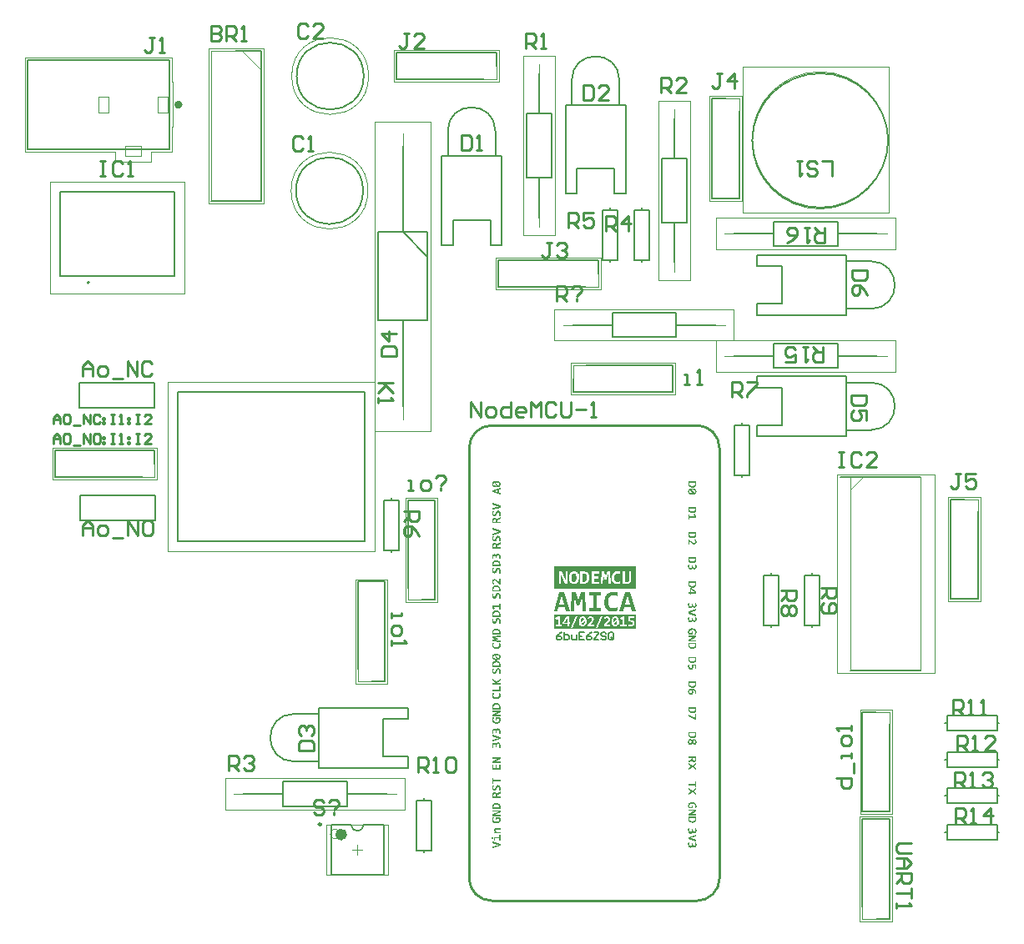
<source format=gto>
G04*
G04 #@! TF.GenerationSoftware,Altium Limited,Altium Designer,18.0.9 (584)*
G04*
G04 Layer_Color=65535*
%FSLAX44Y44*%
%MOMM*%
G71*
G01*
G75*
%ADD10C,0.2000*%
%ADD11C,0.1000*%
%ADD12C,0.6000*%
%ADD13C,0.2500*%
%ADD14C,0.1270*%
%ADD15C,0.4000*%
%ADD16C,0.2540*%
%ADD17C,0.1778*%
%ADD18C,0.0001*%
%ADD19C,0.0500*%
G36*
X876647Y654059D02*
X793576D01*
Y668497D01*
X876647D01*
Y654059D01*
D02*
G37*
G36*
X854780Y691506D02*
X854988D01*
X855162Y691471D01*
X855509Y691436D01*
X855925Y691367D01*
X856030D01*
X856134Y691332D01*
X856273D01*
X856655Y691263D01*
X857071Y691159D01*
X857106D01*
X857175Y691124D01*
X857280Y691089D01*
X857453Y691054D01*
X857835Y690950D01*
X858287Y690811D01*
Y687200D01*
X858217Y687235D01*
X858078Y687305D01*
X857835Y687409D01*
X857488Y687513D01*
X857141Y687652D01*
X856724Y687791D01*
X855856Y688034D01*
X855821D01*
X855648Y688068D01*
X855439Y688138D01*
X855162Y688173D01*
X854849Y688242D01*
X854502Y688277D01*
X853773Y688311D01*
X853530D01*
X853287Y688277D01*
X852974Y688242D01*
X852592Y688173D01*
X852176Y688103D01*
X851794Y687964D01*
X851412Y687791D01*
X851377Y687756D01*
X851238Y687686D01*
X851064Y687582D01*
X850856Y687443D01*
X850578Y687235D01*
X850335Y686992D01*
X850057Y686714D01*
X849814Y686402D01*
X849780Y686367D01*
X849710Y686228D01*
X849606Y686055D01*
X849467Y685811D01*
X849328Y685464D01*
X849155Y685117D01*
X849016Y684700D01*
X848877Y684249D01*
Y684180D01*
X848842Y684041D01*
X848807Y683798D01*
X848738Y683450D01*
X848703Y683068D01*
X848634Y682582D01*
X848599Y682096D01*
Y681541D01*
Y681471D01*
Y681263D01*
Y680985D01*
X848634Y680603D01*
X848669Y680152D01*
X848703Y679700D01*
X848877Y678728D01*
Y678659D01*
X848946Y678520D01*
X849016Y678277D01*
X849120Y677999D01*
X849259Y677652D01*
X849398Y677305D01*
X849606Y676957D01*
X849814Y676610D01*
X849849Y676575D01*
X849919Y676471D01*
X850092Y676332D01*
X850266Y676124D01*
X850509Y675916D01*
X850787Y675707D01*
X851099Y675499D01*
X851446Y675325D01*
X851481Y675291D01*
X851620Y675256D01*
X851828Y675187D01*
X852141Y675117D01*
X852488Y675013D01*
X852870Y674943D01*
X853356Y674909D01*
X853842Y674874D01*
X854155D01*
X854502Y674909D01*
X854884Y674943D01*
X854919D01*
X854988Y674978D01*
X855092D01*
X855266Y675013D01*
X855613Y675082D01*
X856030Y675187D01*
X856064D01*
X856134Y675221D01*
X856238Y675256D01*
X856412Y675291D01*
X856759Y675430D01*
X857175Y675568D01*
X857210D01*
X857280Y675603D01*
X857384Y675638D01*
X857523Y675707D01*
X857905Y675846D01*
X858287Y676020D01*
Y672617D01*
X858217Y672582D01*
X858078Y672548D01*
X857800Y672444D01*
X857488Y672339D01*
X857106Y672200D01*
X856655Y672062D01*
X855752Y671853D01*
X855682D01*
X855544Y671819D01*
X855300Y671784D01*
X854988Y671749D01*
X854641Y671680D01*
X854189Y671645D01*
X853738Y671610D01*
X852905D01*
X852523Y671645D01*
X852002Y671680D01*
X851446Y671749D01*
X850821Y671853D01*
X850162Y671992D01*
X849537Y672200D01*
X849467Y672235D01*
X849259Y672305D01*
X848981Y672478D01*
X848599Y672652D01*
X848183Y672930D01*
X847731Y673242D01*
X847280Y673624D01*
X846828Y674041D01*
X846794Y674110D01*
X846655Y674249D01*
X846446Y674527D01*
X846203Y674874D01*
X845926Y675325D01*
X845648Y675846D01*
X845405Y676402D01*
X845162Y677062D01*
Y677096D01*
X845127Y677131D01*
Y677235D01*
X845092Y677374D01*
X845023Y677548D01*
X844988Y677756D01*
X844884Y678277D01*
X844780Y678867D01*
X844710Y679596D01*
X844641Y680395D01*
X844606Y681263D01*
Y681298D01*
Y681367D01*
Y681506D01*
Y681680D01*
X844641Y681888D01*
Y682131D01*
X844676Y682721D01*
X844745Y683381D01*
X844849Y684110D01*
X844988Y684874D01*
X845196Y685603D01*
Y685638D01*
X845231Y685673D01*
X845266Y685777D01*
X845301Y685916D01*
X845439Y686263D01*
X845648Y686714D01*
X845891Y687235D01*
X846203Y687756D01*
X846551Y688311D01*
X846967Y688832D01*
X847037Y688902D01*
X847176Y689041D01*
X847419Y689284D01*
X847766Y689596D01*
X848183Y689909D01*
X848669Y690256D01*
X849189Y690568D01*
X849780Y690846D01*
X849814D01*
X849849Y690881D01*
X849953Y690916D01*
X850057Y690950D01*
X850405Y691054D01*
X850891Y691193D01*
X851412Y691332D01*
X852071Y691436D01*
X852766Y691506D01*
X853530Y691541D01*
X854328D01*
X854780Y691506D01*
D02*
G37*
G36*
X825995Y671888D02*
X822766D01*
X822419Y682825D01*
X822280Y687200D01*
X821342Y684249D01*
X819190Y677652D01*
X816898D01*
X814954Y684249D01*
X814155Y687200D01*
X814051Y682930D01*
X813704Y671888D01*
X810613D01*
X811586Y691263D01*
X815683D01*
X817384Y685742D01*
X818217Y682617D01*
X819051Y685534D01*
X820856Y691263D01*
X825058D01*
X825995Y671888D01*
D02*
G37*
G36*
X876724Y671888D02*
X872696D01*
X871620Y675707D01*
X864849Y675707D01*
X863738Y671888D01*
X860127D01*
X865891Y691263D01*
X870995Y691263D01*
X876724Y671888D01*
D02*
G37*
G36*
X841169Y688277D02*
X836898D01*
Y674909D01*
X841169D01*
Y671888D01*
X828912D01*
Y674909D01*
X833183D01*
Y688277D01*
X828912D01*
Y691263D01*
X841169D01*
Y688277D01*
D02*
G37*
G36*
X809919Y671888D02*
X805891D01*
X804815Y675707D01*
X798044D01*
X796933Y671888D01*
X793322D01*
X799086Y691263D01*
X804190D01*
X809919Y671888D01*
D02*
G37*
G36*
X877107Y717575D02*
Y694525D01*
X793576D01*
Y717575D01*
X877107D01*
D02*
G37*
G36*
X739220Y601412D02*
X735223Y598915D01*
X739220D01*
Y597326D01*
X730929D01*
Y598915D01*
X734718D01*
X730929Y601397D01*
Y603284D01*
X734896Y600461D01*
X739220Y603418D01*
Y601412D01*
D02*
G37*
G36*
Y590609D02*
X730929D01*
Y592199D01*
X737883D01*
Y595706D01*
X739220D01*
Y590609D01*
D02*
G37*
G36*
X738923Y588559D02*
X738938Y588499D01*
X738982Y588380D01*
X739027Y588247D01*
X739086Y588083D01*
X739146Y587890D01*
X739235Y587504D01*
Y587474D01*
X739250Y587415D01*
X739265Y587311D01*
X739279Y587177D01*
X739309Y587028D01*
X739324Y586835D01*
X739339Y586642D01*
Y586285D01*
X739324Y586122D01*
X739309Y585899D01*
X739279Y585661D01*
X739235Y585394D01*
X739175Y585112D01*
X739086Y584844D01*
X739071Y584814D01*
X739042Y584725D01*
X738967Y584606D01*
X738893Y584443D01*
X738774Y584264D01*
X738641Y584071D01*
X738477Y583878D01*
X738299Y583685D01*
X738269Y583670D01*
X738210Y583611D01*
X738091Y583521D01*
X737942Y583418D01*
X737749Y583299D01*
X737526Y583180D01*
X737288Y583076D01*
X737006Y582972D01*
X736991D01*
X736976Y582957D01*
X736932D01*
X736872Y582942D01*
X736798Y582912D01*
X736709Y582897D01*
X736486Y582853D01*
X736233Y582808D01*
X735921Y582779D01*
X735580Y582749D01*
X735208Y582734D01*
X735193D01*
X735163D01*
X735104D01*
X735030D01*
X734941Y582749D01*
X734837D01*
X734584Y582764D01*
X734302Y582793D01*
X733990Y582838D01*
X733663Y582897D01*
X733351Y582987D01*
X733336D01*
X733321Y583002D01*
X733276Y583016D01*
X733217Y583031D01*
X733068Y583091D01*
X732875Y583180D01*
X732652Y583284D01*
X732429Y583418D01*
X732192Y583566D01*
X731969Y583744D01*
X731939Y583774D01*
X731880Y583834D01*
X731776Y583938D01*
X731642Y584086D01*
X731508Y584264D01*
X731360Y584473D01*
X731226Y584695D01*
X731107Y584948D01*
Y584963D01*
X731092Y584978D01*
X731077Y585022D01*
X731062Y585067D01*
X731018Y585215D01*
X730958Y585424D01*
X730899Y585646D01*
X730854Y585929D01*
X730825Y586226D01*
X730810Y586553D01*
Y586894D01*
X730825Y587088D01*
Y587177D01*
X730839Y587251D01*
X730854Y587400D01*
X730884Y587578D01*
Y587623D01*
X730899Y587667D01*
Y587727D01*
X730929Y587890D01*
X730973Y588068D01*
Y588083D01*
X730988Y588113D01*
X731003Y588158D01*
X731018Y588232D01*
X731062Y588395D01*
X731122Y588588D01*
X732667D01*
X732652Y588559D01*
X732623Y588499D01*
X732578Y588395D01*
X732533Y588247D01*
X732474Y588098D01*
X732415Y587920D01*
X732311Y587548D01*
Y587533D01*
X732296Y587459D01*
X732266Y587370D01*
X732251Y587251D01*
X732221Y587117D01*
X732207Y586969D01*
X732192Y586657D01*
Y586553D01*
X732207Y586449D01*
X732221Y586315D01*
X732251Y586152D01*
X732281Y585973D01*
X732340Y585810D01*
X732415Y585646D01*
X732429Y585631D01*
X732459Y585572D01*
X732504Y585498D01*
X732563Y585409D01*
X732652Y585290D01*
X732756Y585186D01*
X732875Y585067D01*
X733009Y584963D01*
X733024Y584948D01*
X733083Y584918D01*
X733158Y584874D01*
X733262Y584814D01*
X733410Y584755D01*
X733559Y584680D01*
X733737Y584621D01*
X733930Y584562D01*
X733960D01*
X734019Y584547D01*
X734123Y584532D01*
X734272Y584502D01*
X734435Y584487D01*
X734643Y584458D01*
X734852Y584443D01*
X735089D01*
X735119D01*
X735208D01*
X735327D01*
X735490Y584458D01*
X735684Y584473D01*
X735877Y584487D01*
X736293Y584562D01*
X736322D01*
X736382Y584591D01*
X736486Y584621D01*
X736605Y584666D01*
X736753Y584725D01*
X736902Y584785D01*
X737051Y584874D01*
X737199Y584963D01*
X737214Y584978D01*
X737259Y585007D01*
X737318Y585082D01*
X737407Y585156D01*
X737496Y585260D01*
X737586Y585379D01*
X737675Y585513D01*
X737749Y585661D01*
X737764Y585676D01*
X737779Y585736D01*
X737808Y585825D01*
X737838Y585958D01*
X737883Y586107D01*
X737912Y586270D01*
X737927Y586479D01*
X737942Y586687D01*
Y586820D01*
X737927Y586969D01*
X737912Y587132D01*
Y587147D01*
X737898Y587177D01*
Y587221D01*
X737883Y587296D01*
X737853Y587444D01*
X737808Y587623D01*
Y587637D01*
X737794Y587667D01*
X737779Y587712D01*
X737764Y587786D01*
X737704Y587935D01*
X737645Y588113D01*
Y588128D01*
X737630Y588158D01*
X737615Y588202D01*
X737586Y588262D01*
X737526Y588425D01*
X737452Y588588D01*
X738908D01*
X738923Y588559D01*
D02*
G37*
G36*
X735416Y628733D02*
X735654Y628719D01*
X735936Y628689D01*
X736248Y628659D01*
X736560Y628600D01*
X736872Y628525D01*
X736887D01*
X736902Y628511D01*
X736947Y628496D01*
X737006Y628481D01*
X737155Y628436D01*
X737348Y628362D01*
X737556Y628273D01*
X737794Y628154D01*
X738016Y628020D01*
X738239Y627872D01*
X738269Y627857D01*
X738328Y627797D01*
X738432Y627708D01*
X738551Y627574D01*
X738685Y627426D01*
X738834Y627248D01*
X738967Y627039D01*
X739086Y626817D01*
X739101Y626787D01*
X739131Y626713D01*
X739175Y626579D01*
X739220Y626415D01*
X739279Y626207D01*
X739324Y625970D01*
X739354Y625702D01*
X739369Y625420D01*
Y625301D01*
X739354Y625167D01*
X739339Y625004D01*
X739309Y624796D01*
X739265Y624588D01*
X739205Y624365D01*
X739131Y624142D01*
X739116Y624112D01*
X739086Y624053D01*
X739027Y623934D01*
X738952Y623800D01*
X738834Y623652D01*
X738715Y623488D01*
X738551Y623310D01*
X738373Y623146D01*
X738343Y623132D01*
X738284Y623072D01*
X738165Y622998D01*
X738016Y622909D01*
X737823Y622805D01*
X737600Y622701D01*
X737333Y622597D01*
X737051Y622493D01*
X737036D01*
X737006Y622478D01*
X736961D01*
X736902Y622463D01*
X736828Y622448D01*
X736739Y622418D01*
X736501Y622389D01*
X736218Y622344D01*
X735892Y622299D01*
X735520Y622285D01*
X735119Y622270D01*
X735104D01*
X735074D01*
X735015D01*
X734941D01*
X734852D01*
X734747Y622285D01*
X734510Y622299D01*
X734227Y622329D01*
X733915Y622359D01*
X733603Y622418D01*
X733291Y622493D01*
X733276D01*
X733262Y622508D01*
X733217Y622522D01*
X733158Y622537D01*
X733009Y622582D01*
X732816Y622656D01*
X732608Y622745D01*
X732385Y622864D01*
X732162Y622983D01*
X731939Y623132D01*
X731909Y623146D01*
X731850Y623206D01*
X731746Y623295D01*
X731612Y623429D01*
X731479Y623577D01*
X731330Y623756D01*
X731196Y623964D01*
X731077Y624187D01*
X731062Y624216D01*
X731033Y624291D01*
X730988Y624424D01*
X730929Y624603D01*
X730869Y624811D01*
X730825Y625048D01*
X730795Y625316D01*
X730780Y625598D01*
Y625717D01*
X730795Y625851D01*
X730810Y626014D01*
X730839Y626207D01*
X730884Y626415D01*
X730944Y626638D01*
X731033Y626861D01*
X731048Y626891D01*
X731077Y626965D01*
X731137Y627069D01*
X731211Y627203D01*
X731315Y627366D01*
X731449Y627530D01*
X731612Y627693D01*
X731790Y627857D01*
X731820Y627872D01*
X731880Y627931D01*
X731999Y628005D01*
X732147Y628094D01*
X732340Y628199D01*
X732563Y628302D01*
X732816Y628421D01*
X733113Y628511D01*
X733128D01*
X733143Y628525D01*
X733187Y628540D01*
X733262Y628555D01*
X733336Y628570D01*
X733425Y628585D01*
X733648Y628629D01*
X733930Y628674D01*
X734272Y628719D01*
X734643Y628733D01*
X735045Y628748D01*
X735060D01*
X735089D01*
X735149D01*
X735223D01*
X735312D01*
X735416Y628733D01*
D02*
G37*
G36*
X735312Y621586D02*
X735550Y621571D01*
X735817Y621542D01*
X736115Y621497D01*
X736426Y621438D01*
X736724Y621348D01*
X736739D01*
X736753Y621334D01*
X736798Y621319D01*
X736857Y621304D01*
X737006Y621245D01*
X737184Y621170D01*
X737392Y621066D01*
X737630Y620932D01*
X737853Y620784D01*
X738076Y620606D01*
X738106Y620576D01*
X738165Y620516D01*
X738269Y620397D01*
X738388Y620249D01*
X738522Y620071D01*
X738670Y619848D01*
X738804Y619595D01*
X738923Y619313D01*
Y619298D01*
X738938Y619283D01*
X738952Y619239D01*
X738967Y619179D01*
X738997Y619090D01*
X739012Y619001D01*
X739071Y618778D01*
X739131Y618510D01*
X739175Y618184D01*
X739205Y617827D01*
X739220Y617426D01*
Y615331D01*
X730929D01*
Y618020D01*
X730944Y618124D01*
X730958Y618347D01*
X730988Y618614D01*
X731033Y618882D01*
X731092Y619164D01*
X731181Y619446D01*
Y619461D01*
X731196Y619476D01*
X731226Y619565D01*
X731285Y619699D01*
X731360Y619863D01*
X731464Y620056D01*
X731582Y620249D01*
X731731Y620442D01*
X731909Y620635D01*
X731924Y620650D01*
X731999Y620710D01*
X732103Y620799D01*
X732251Y620903D01*
X732429Y621022D01*
X732652Y621141D01*
X732890Y621245D01*
X733172Y621348D01*
X733187D01*
X733202Y621363D01*
X733247Y621378D01*
X733306Y621393D01*
X733380Y621408D01*
X733470Y621423D01*
X733678Y621482D01*
X733945Y621527D01*
X734257Y621557D01*
X734599Y621586D01*
X734970Y621601D01*
X734985D01*
X735015D01*
X735060D01*
X735134D01*
X735223D01*
X735312Y621586D01*
D02*
G37*
G36*
X736961Y614082D02*
X737125Y614068D01*
X737318Y614038D01*
X737511Y613993D01*
X737719Y613934D01*
X737912Y613845D01*
X737927Y613830D01*
X737987Y613800D01*
X738091Y613741D01*
X738195Y613666D01*
X738328Y613562D01*
X738462Y613443D01*
X738596Y613295D01*
X738730Y613131D01*
X738745Y613117D01*
X738789Y613057D01*
X738848Y612953D01*
X738908Y612834D01*
X738997Y612671D01*
X739071Y612492D01*
X739146Y612285D01*
X739220Y612062D01*
Y612032D01*
X739250Y611958D01*
X739265Y611824D01*
X739294Y611660D01*
X739324Y611452D01*
X739339Y611230D01*
X739369Y610977D01*
Y610472D01*
X739354Y610308D01*
Y610115D01*
X739339Y609907D01*
X739294Y609446D01*
Y609417D01*
X739279Y609342D01*
X739265Y609224D01*
X739235Y609075D01*
X739205Y608882D01*
X739161Y608689D01*
X739042Y608243D01*
X737496D01*
Y608258D01*
X737511Y608287D01*
X737526Y608347D01*
X737556Y608421D01*
X737615Y608614D01*
X737690Y608837D01*
Y608852D01*
X737704Y608897D01*
X737719Y608956D01*
X737749Y609045D01*
X737794Y609238D01*
X737853Y609476D01*
Y609491D01*
X737868Y609536D01*
Y609595D01*
X737883Y609684D01*
X737927Y609877D01*
X737957Y610115D01*
Y610174D01*
X737972Y610234D01*
Y610323D01*
X737987Y610516D01*
Y610903D01*
X737972Y611007D01*
X737957Y611244D01*
X737912Y611497D01*
Y611512D01*
X737898Y611556D01*
X737883Y611601D01*
X737853Y611675D01*
X737794Y611839D01*
X737704Y612002D01*
Y612017D01*
X737675Y612032D01*
X737615Y612121D01*
X737511Y612210D01*
X737392Y612299D01*
X737377D01*
X737363Y612314D01*
X737273Y612344D01*
X737140Y612374D01*
X736976Y612388D01*
X736961D01*
X736932D01*
X736872Y612374D01*
X736798D01*
X736635Y612314D01*
X736545Y612270D01*
X736471Y612210D01*
X736456Y612195D01*
X736441Y612180D01*
X736397Y612136D01*
X736352Y612091D01*
X736233Y611943D01*
X736115Y611750D01*
X736100Y611735D01*
X736085Y611705D01*
X736055Y611646D01*
X736011Y611556D01*
X735966Y611467D01*
X735921Y611348D01*
X735832Y611096D01*
Y611081D01*
X735802Y611036D01*
X735788Y610962D01*
X735743Y610858D01*
X735698Y610754D01*
X735654Y610620D01*
X735550Y610353D01*
Y610338D01*
X735520Y610293D01*
X735490Y610219D01*
X735446Y610115D01*
X735401Y610011D01*
X735342Y609877D01*
X735223Y609610D01*
X735208Y609595D01*
X735193Y609550D01*
X735149Y609476D01*
X735089Y609387D01*
X734941Y609179D01*
X734762Y608956D01*
X734747Y608941D01*
X734718Y608912D01*
X734658Y608852D01*
X734569Y608793D01*
X734480Y608718D01*
X734361Y608644D01*
X734109Y608495D01*
X734094D01*
X734034Y608466D01*
X733960Y608451D01*
X733856Y608421D01*
X733722Y608391D01*
X733559Y608362D01*
X733395Y608347D01*
X733202Y608332D01*
X733172D01*
X733113D01*
X733024Y608347D01*
X732905D01*
X732756Y608377D01*
X732608Y608406D01*
X732444Y608436D01*
X732281Y608495D01*
X732266Y608510D01*
X732207Y608525D01*
X732117Y608570D01*
X732013Y608629D01*
X731895Y608718D01*
X731761Y608807D01*
X731642Y608926D01*
X731508Y609060D01*
X731493Y609075D01*
X731449Y609134D01*
X731389Y609209D01*
X731315Y609328D01*
X731241Y609476D01*
X731152Y609640D01*
X731062Y609833D01*
X730988Y610041D01*
X730973Y610070D01*
X730958Y610145D01*
X730929Y610279D01*
X730884Y610442D01*
X730839Y610650D01*
X730810Y610903D01*
X730795Y611170D01*
X730780Y611482D01*
Y611631D01*
X730795Y611794D01*
X730810Y611987D01*
Y612032D01*
X730825Y612091D01*
Y612166D01*
X730839Y612329D01*
X730869Y612522D01*
Y612567D01*
X730884Y612626D01*
Y612686D01*
X730914Y612849D01*
X730958Y613027D01*
Y613072D01*
X730973Y613117D01*
X730988Y613176D01*
X731018Y613325D01*
X731048Y613488D01*
X732474D01*
Y613473D01*
X732459Y613458D01*
X732444Y613414D01*
X732429Y613354D01*
X732385Y613206D01*
X732340Y613042D01*
Y613027D01*
X732325Y612998D01*
Y612953D01*
X732311Y612894D01*
X732266Y612730D01*
X732236Y612537D01*
Y612522D01*
X732221Y612492D01*
Y612448D01*
X732207Y612374D01*
X732177Y612210D01*
X732147Y612017D01*
Y611973D01*
X732132Y611928D01*
Y611868D01*
X732117Y611705D01*
Y611378D01*
X732132Y611289D01*
X732147Y611066D01*
X732192Y610828D01*
Y610813D01*
X732207Y610784D01*
X732221Y610724D01*
X732236Y610665D01*
X732296Y610516D01*
X732370Y610368D01*
X732385Y610338D01*
X732444Y610264D01*
X732548Y610174D01*
X732667Y610100D01*
X732682D01*
X732697Y610085D01*
X732786Y610070D01*
X732905Y610041D01*
X733054Y610026D01*
X733068D01*
X733098D01*
X733143Y610041D01*
X733202D01*
X733351Y610100D01*
X733425Y610130D01*
X733499Y610189D01*
X733514Y610204D01*
X733529Y610219D01*
X733559Y610264D01*
X733603Y610308D01*
X733722Y610457D01*
X733841Y610650D01*
Y610665D01*
X733871Y610709D01*
X733901Y610769D01*
X733930Y610843D01*
X733975Y610947D01*
X734019Y611051D01*
X734123Y611304D01*
Y611319D01*
X734138Y611363D01*
X734168Y611437D01*
X734198Y611542D01*
X734242Y611646D01*
X734287Y611779D01*
X734391Y612047D01*
Y612062D01*
X734421Y612106D01*
X734450Y612195D01*
X734495Y612285D01*
X734539Y612403D01*
X734599Y612522D01*
X734733Y612790D01*
X734747Y612805D01*
X734762Y612849D01*
X734807Y612923D01*
X734866Y613013D01*
X735015Y613221D01*
X735208Y613443D01*
X735223Y613458D01*
X735253Y613488D01*
X735312Y613548D01*
X735386Y613622D01*
X735475Y613696D01*
X735594Y613770D01*
X735847Y613919D01*
X735862Y613934D01*
X735907Y613949D01*
X735996Y613978D01*
X736100Y614008D01*
X736218Y614038D01*
X736367Y614068D01*
X736545Y614097D01*
X736724D01*
X736753D01*
X736843D01*
X736961Y614082D01*
D02*
G37*
G36*
X739220Y673912D02*
X737838D01*
Y676021D01*
X732519D01*
X733529Y674179D01*
X732266Y673674D01*
X730869Y676304D01*
Y677611D01*
X737838D01*
Y679439D01*
X739220D01*
Y673912D01*
D02*
G37*
G36*
X735312Y672604D02*
X735550Y672589D01*
X735817Y672559D01*
X736115Y672515D01*
X736426Y672455D01*
X736724Y672366D01*
X736739D01*
X736753Y672351D01*
X736798Y672336D01*
X736857Y672322D01*
X737006Y672262D01*
X737184Y672188D01*
X737392Y672084D01*
X737630Y671950D01*
X737853Y671802D01*
X738076Y671623D01*
X738106Y671593D01*
X738165Y671534D01*
X738269Y671415D01*
X738388Y671267D01*
X738522Y671088D01*
X738670Y670865D01*
X738804Y670613D01*
X738923Y670331D01*
Y670316D01*
X738938Y670301D01*
X738952Y670256D01*
X738967Y670197D01*
X738997Y670108D01*
X739012Y670018D01*
X739071Y669796D01*
X739131Y669528D01*
X739175Y669201D01*
X739205Y668845D01*
X739220Y668443D01*
Y666348D01*
X730929D01*
Y669038D01*
X730944Y669142D01*
X730958Y669365D01*
X730988Y669632D01*
X731033Y669900D01*
X731092Y670182D01*
X731181Y670464D01*
Y670479D01*
X731196Y670494D01*
X731226Y670583D01*
X731285Y670717D01*
X731360Y670880D01*
X731464Y671073D01*
X731582Y671267D01*
X731731Y671460D01*
X731909Y671653D01*
X731924Y671668D01*
X731999Y671727D01*
X732103Y671816D01*
X732251Y671920D01*
X732429Y672039D01*
X732652Y672158D01*
X732890Y672262D01*
X733172Y672366D01*
X733187D01*
X733202Y672381D01*
X733247Y672396D01*
X733306Y672411D01*
X733380Y672426D01*
X733470Y672440D01*
X733678Y672500D01*
X733945Y672544D01*
X734257Y672574D01*
X734599Y672604D01*
X734970Y672619D01*
X734985D01*
X735015D01*
X735060D01*
X735134D01*
X735223D01*
X735312Y672604D01*
D02*
G37*
G36*
X736961Y665100D02*
X737125Y665085D01*
X737318Y665055D01*
X737511Y665011D01*
X737719Y664951D01*
X737912Y664862D01*
X737927Y664847D01*
X737987Y664818D01*
X738091Y664758D01*
X738195Y664684D01*
X738328Y664580D01*
X738462Y664461D01*
X738596Y664313D01*
X738730Y664149D01*
X738745Y664134D01*
X738789Y664075D01*
X738848Y663971D01*
X738908Y663852D01*
X738997Y663689D01*
X739071Y663510D01*
X739146Y663302D01*
X739220Y663079D01*
Y663050D01*
X739250Y662975D01*
X739265Y662841D01*
X739294Y662678D01*
X739324Y662470D01*
X739339Y662247D01*
X739369Y661995D01*
Y661489D01*
X739354Y661326D01*
Y661133D01*
X739339Y660925D01*
X739294Y660464D01*
Y660434D01*
X739279Y660360D01*
X739265Y660241D01*
X739235Y660093D01*
X739205Y659899D01*
X739161Y659706D01*
X739042Y659260D01*
X737496D01*
Y659275D01*
X737511Y659305D01*
X737526Y659364D01*
X737556Y659439D01*
X737615Y659632D01*
X737690Y659855D01*
Y659870D01*
X737704Y659914D01*
X737719Y659974D01*
X737749Y660063D01*
X737794Y660256D01*
X737853Y660494D01*
Y660509D01*
X737868Y660553D01*
Y660613D01*
X737883Y660702D01*
X737927Y660895D01*
X737957Y661133D01*
Y661192D01*
X737972Y661252D01*
Y661341D01*
X737987Y661534D01*
Y661920D01*
X737972Y662024D01*
X737957Y662262D01*
X737912Y662515D01*
Y662530D01*
X737898Y662574D01*
X737883Y662619D01*
X737853Y662693D01*
X737794Y662856D01*
X737704Y663020D01*
Y663035D01*
X737675Y663050D01*
X737615Y663139D01*
X737511Y663228D01*
X737392Y663317D01*
X737377D01*
X737363Y663332D01*
X737273Y663362D01*
X737140Y663391D01*
X736976Y663406D01*
X736961D01*
X736932D01*
X736872Y663391D01*
X736798D01*
X736635Y663332D01*
X736545Y663287D01*
X736471Y663228D01*
X736456Y663213D01*
X736441Y663198D01*
X736397Y663154D01*
X736352Y663109D01*
X736233Y662960D01*
X736115Y662767D01*
X736100Y662752D01*
X736085Y662723D01*
X736055Y662663D01*
X736011Y662574D01*
X735966Y662485D01*
X735921Y662366D01*
X735832Y662113D01*
Y662099D01*
X735802Y662054D01*
X735788Y661980D01*
X735743Y661876D01*
X735698Y661772D01*
X735654Y661638D01*
X735550Y661370D01*
Y661356D01*
X735520Y661311D01*
X735490Y661237D01*
X735446Y661133D01*
X735401Y661029D01*
X735342Y660895D01*
X735223Y660628D01*
X735208Y660613D01*
X735193Y660568D01*
X735149Y660494D01*
X735089Y660405D01*
X734941Y660197D01*
X734762Y659974D01*
X734747Y659959D01*
X734718Y659929D01*
X734658Y659870D01*
X734569Y659810D01*
X734480Y659736D01*
X734361Y659662D01*
X734109Y659513D01*
X734094D01*
X734034Y659483D01*
X733960Y659469D01*
X733856Y659439D01*
X733722Y659409D01*
X733559Y659379D01*
X733395Y659364D01*
X733202Y659350D01*
X733172D01*
X733113D01*
X733024Y659364D01*
X732905D01*
X732756Y659394D01*
X732608Y659424D01*
X732444Y659454D01*
X732281Y659513D01*
X732266Y659528D01*
X732207Y659543D01*
X732117Y659587D01*
X732013Y659647D01*
X731895Y659736D01*
X731761Y659825D01*
X731642Y659944D01*
X731508Y660078D01*
X731493Y660093D01*
X731449Y660152D01*
X731389Y660226D01*
X731315Y660345D01*
X731241Y660494D01*
X731152Y660657D01*
X731062Y660850D01*
X730988Y661058D01*
X730973Y661088D01*
X730958Y661162D01*
X730929Y661296D01*
X730884Y661460D01*
X730839Y661668D01*
X730810Y661920D01*
X730795Y662188D01*
X730780Y662500D01*
Y662648D01*
X730795Y662812D01*
X730810Y663005D01*
Y663050D01*
X730825Y663109D01*
Y663183D01*
X730839Y663347D01*
X730869Y663540D01*
Y663585D01*
X730884Y663644D01*
Y663703D01*
X730914Y663867D01*
X730958Y664045D01*
Y664090D01*
X730973Y664134D01*
X730988Y664194D01*
X731018Y664342D01*
X731048Y664506D01*
X732474D01*
Y664491D01*
X732459Y664476D01*
X732444Y664431D01*
X732429Y664372D01*
X732385Y664223D01*
X732340Y664060D01*
Y664045D01*
X732325Y664015D01*
Y663971D01*
X732311Y663911D01*
X732266Y663748D01*
X732236Y663555D01*
Y663540D01*
X732221Y663510D01*
Y663466D01*
X732207Y663391D01*
X732177Y663228D01*
X732147Y663035D01*
Y662990D01*
X732132Y662945D01*
Y662886D01*
X732117Y662723D01*
Y662396D01*
X732132Y662307D01*
X732147Y662084D01*
X732192Y661846D01*
Y661831D01*
X732207Y661801D01*
X732221Y661742D01*
X732236Y661683D01*
X732296Y661534D01*
X732370Y661385D01*
X732385Y661356D01*
X732444Y661281D01*
X732548Y661192D01*
X732667Y661118D01*
X732682D01*
X732697Y661103D01*
X732786Y661088D01*
X732905Y661058D01*
X733054Y661044D01*
X733068D01*
X733098D01*
X733143Y661058D01*
X733202D01*
X733351Y661118D01*
X733425Y661148D01*
X733499Y661207D01*
X733514Y661222D01*
X733529Y661237D01*
X733559Y661281D01*
X733603Y661326D01*
X733722Y661475D01*
X733841Y661668D01*
Y661683D01*
X733871Y661727D01*
X733901Y661786D01*
X733930Y661861D01*
X733975Y661965D01*
X734019Y662069D01*
X734123Y662321D01*
Y662336D01*
X734138Y662381D01*
X734168Y662455D01*
X734198Y662559D01*
X734242Y662663D01*
X734287Y662797D01*
X734391Y663064D01*
Y663079D01*
X734421Y663124D01*
X734450Y663213D01*
X734495Y663302D01*
X734539Y663421D01*
X734599Y663540D01*
X734733Y663807D01*
X734747Y663822D01*
X734762Y663867D01*
X734807Y663941D01*
X734866Y664030D01*
X735015Y664238D01*
X735208Y664461D01*
X735223Y664476D01*
X735253Y664506D01*
X735312Y664565D01*
X735386Y664640D01*
X735475Y664714D01*
X735594Y664788D01*
X735847Y664937D01*
X735862Y664951D01*
X735907Y664966D01*
X735996Y664996D01*
X736100Y665026D01*
X736218Y665055D01*
X736367Y665085D01*
X736545Y665115D01*
X736724D01*
X736753D01*
X736843D01*
X736961Y665100D01*
D02*
G37*
G36*
X739220Y699272D02*
X738091D01*
X736115Y701218D01*
X736085Y701248D01*
X736025Y701307D01*
X735921Y701411D01*
X735788Y701545D01*
X735639Y701679D01*
X735475Y701827D01*
X735312Y701976D01*
X735163Y702110D01*
X735149Y702125D01*
X735089Y702169D01*
X735015Y702229D01*
X734926Y702303D01*
X734688Y702466D01*
X734450Y702615D01*
X734435Y702630D01*
X734391Y702645D01*
X734331Y702674D01*
X734257Y702719D01*
X734079Y702808D01*
X733871Y702868D01*
X733856D01*
X733826Y702883D01*
X733767D01*
X733707Y702897D01*
X733529Y702912D01*
X733321Y702927D01*
X733306D01*
X733276D01*
X733232D01*
X733172Y702912D01*
X733039Y702897D01*
X732875Y702838D01*
X732860D01*
X732846Y702823D01*
X732756Y702778D01*
X732637Y702719D01*
X732519Y702615D01*
X732504D01*
X732489Y702585D01*
X732429Y702526D01*
X732340Y702407D01*
X732266Y702258D01*
Y702244D01*
X732251Y702214D01*
X732236Y702169D01*
X732207Y702110D01*
X732177Y701946D01*
X732162Y701738D01*
Y701649D01*
X732177Y701560D01*
X732192Y701441D01*
X732221Y701307D01*
X732251Y701144D01*
X732311Y700995D01*
X732385Y700832D01*
X732400Y700817D01*
X732429Y700758D01*
X732474Y700683D01*
X732533Y700579D01*
X732608Y700461D01*
X732712Y700327D01*
X732816Y700178D01*
X732950Y700044D01*
X731895Y699227D01*
X731865Y699257D01*
X731805Y699316D01*
X731716Y699435D01*
X731597Y699584D01*
X731479Y699762D01*
X731345Y699955D01*
X731211Y700193D01*
X731092Y700431D01*
Y700446D01*
X731077Y700461D01*
X731048Y700550D01*
X730988Y700683D01*
X730929Y700876D01*
X730884Y701085D01*
X730825Y701337D01*
X730795Y701619D01*
X730780Y701902D01*
Y702006D01*
X730795Y702125D01*
Y702273D01*
X730825Y702437D01*
X730854Y702630D01*
X730884Y702808D01*
X730944Y703001D01*
Y703031D01*
X730973Y703091D01*
X731003Y703180D01*
X731062Y703298D01*
X731122Y703432D01*
X731196Y703566D01*
X731300Y703715D01*
X731404Y703848D01*
X731419Y703863D01*
X731464Y703908D01*
X731523Y703967D01*
X731612Y704056D01*
X731716Y704146D01*
X731850Y704235D01*
X731999Y704324D01*
X732162Y704398D01*
X732177Y704413D01*
X732236Y704428D01*
X732340Y704457D01*
X732459Y704502D01*
X732623Y704547D01*
X732801Y704576D01*
X732994Y704591D01*
X733217Y704606D01*
X733232D01*
X733306D01*
X733395D01*
X733529Y704591D01*
X733663Y704576D01*
X733826Y704547D01*
X734153Y704472D01*
X734168D01*
X734227Y704443D01*
X734302Y704413D01*
X734406Y704368D01*
X734539Y704309D01*
X734673Y704249D01*
X734985Y704071D01*
X735000Y704056D01*
X735060Y704027D01*
X735134Y703967D01*
X735238Y703893D01*
X735357Y703804D01*
X735505Y703700D01*
X735802Y703447D01*
X735817Y703432D01*
X735877Y703388D01*
X735951Y703313D01*
X736055Y703209D01*
X736189Y703091D01*
X736322Y702942D01*
X736486Y702793D01*
X736649Y702615D01*
X737794Y701411D01*
Y704903D01*
X739220D01*
Y699272D01*
D02*
G37*
G36*
X735312Y698113D02*
X735550Y698098D01*
X735817Y698068D01*
X736115Y698024D01*
X736426Y697964D01*
X736724Y697875D01*
X736739D01*
X736753Y697860D01*
X736798Y697845D01*
X736857Y697830D01*
X737006Y697771D01*
X737184Y697697D01*
X737392Y697593D01*
X737630Y697459D01*
X737853Y697310D01*
X738076Y697132D01*
X738106Y697102D01*
X738165Y697043D01*
X738269Y696924D01*
X738388Y696775D01*
X738522Y696597D01*
X738670Y696374D01*
X738804Y696122D01*
X738923Y695839D01*
Y695825D01*
X738938Y695810D01*
X738952Y695765D01*
X738967Y695706D01*
X738997Y695616D01*
X739012Y695527D01*
X739071Y695304D01*
X739131Y695037D01*
X739175Y694710D01*
X739205Y694353D01*
X739220Y693952D01*
Y691857D01*
X730929D01*
Y694547D01*
X730944Y694651D01*
X730958Y694874D01*
X730988Y695141D01*
X731033Y695408D01*
X731092Y695691D01*
X731181Y695973D01*
Y695988D01*
X731196Y696003D01*
X731226Y696092D01*
X731285Y696226D01*
X731360Y696389D01*
X731464Y696582D01*
X731582Y696775D01*
X731731Y696969D01*
X731909Y697162D01*
X731924Y697177D01*
X731999Y697236D01*
X732103Y697325D01*
X732251Y697429D01*
X732429Y697548D01*
X732652Y697667D01*
X732890Y697771D01*
X733172Y697875D01*
X733187D01*
X733202Y697890D01*
X733247Y697905D01*
X733306Y697920D01*
X733380Y697934D01*
X733470Y697949D01*
X733678Y698009D01*
X733945Y698053D01*
X734257Y698083D01*
X734599Y698113D01*
X734970Y698128D01*
X734985D01*
X735015D01*
X735060D01*
X735134D01*
X735223D01*
X735312Y698113D01*
D02*
G37*
G36*
X736961Y690609D02*
X737125Y690594D01*
X737318Y690564D01*
X737511Y690520D01*
X737719Y690460D01*
X737912Y690371D01*
X737927Y690356D01*
X737987Y690327D01*
X738091Y690267D01*
X738195Y690193D01*
X738328Y690089D01*
X738462Y689970D01*
X738596Y689821D01*
X738730Y689658D01*
X738745Y689643D01*
X738789Y689584D01*
X738848Y689480D01*
X738908Y689361D01*
X738997Y689197D01*
X739071Y689019D01*
X739146Y688811D01*
X739220Y688588D01*
Y688558D01*
X739250Y688484D01*
X739265Y688350D01*
X739294Y688187D01*
X739324Y687979D01*
X739339Y687756D01*
X739369Y687503D01*
Y686998D01*
X739354Y686835D01*
Y686642D01*
X739339Y686434D01*
X739294Y685973D01*
Y685943D01*
X739279Y685869D01*
X739265Y685750D01*
X739235Y685602D01*
X739205Y685408D01*
X739161Y685215D01*
X739042Y684769D01*
X737496D01*
Y684784D01*
X737511Y684814D01*
X737526Y684873D01*
X737556Y684948D01*
X737615Y685141D01*
X737690Y685364D01*
Y685379D01*
X737704Y685423D01*
X737719Y685483D01*
X737749Y685572D01*
X737794Y685765D01*
X737853Y686003D01*
Y686018D01*
X737868Y686062D01*
Y686122D01*
X737883Y686211D01*
X737927Y686404D01*
X737957Y686642D01*
Y686701D01*
X737972Y686760D01*
Y686850D01*
X737987Y687043D01*
Y687429D01*
X737972Y687533D01*
X737957Y687771D01*
X737912Y688024D01*
Y688038D01*
X737898Y688083D01*
X737883Y688128D01*
X737853Y688202D01*
X737794Y688365D01*
X737704Y688529D01*
Y688544D01*
X737675Y688558D01*
X737615Y688648D01*
X737511Y688737D01*
X737392Y688826D01*
X737377D01*
X737363Y688841D01*
X737273Y688870D01*
X737140Y688900D01*
X736976Y688915D01*
X736961D01*
X736932D01*
X736872Y688900D01*
X736798D01*
X736635Y688841D01*
X736545Y688796D01*
X736471Y688737D01*
X736456Y688722D01*
X736441Y688707D01*
X736397Y688662D01*
X736352Y688618D01*
X736233Y688469D01*
X736115Y688276D01*
X736100Y688261D01*
X736085Y688232D01*
X736055Y688172D01*
X736011Y688083D01*
X735966Y687994D01*
X735921Y687875D01*
X735832Y687622D01*
Y687607D01*
X735802Y687563D01*
X735788Y687489D01*
X735743Y687385D01*
X735698Y687281D01*
X735654Y687147D01*
X735550Y686879D01*
Y686864D01*
X735520Y686820D01*
X735490Y686746D01*
X735446Y686642D01*
X735401Y686538D01*
X735342Y686404D01*
X735223Y686136D01*
X735208Y686122D01*
X735193Y686077D01*
X735149Y686003D01*
X735089Y685913D01*
X734941Y685705D01*
X734762Y685483D01*
X734747Y685468D01*
X734718Y685438D01*
X734658Y685379D01*
X734569Y685319D01*
X734480Y685245D01*
X734361Y685171D01*
X734109Y685022D01*
X734094D01*
X734034Y684992D01*
X733960Y684977D01*
X733856Y684948D01*
X733722Y684918D01*
X733559Y684888D01*
X733395Y684873D01*
X733202Y684858D01*
X733172D01*
X733113D01*
X733024Y684873D01*
X732905D01*
X732756Y684903D01*
X732608Y684933D01*
X732444Y684962D01*
X732281Y685022D01*
X732266Y685037D01*
X732207Y685052D01*
X732117Y685096D01*
X732013Y685156D01*
X731895Y685245D01*
X731761Y685334D01*
X731642Y685453D01*
X731508Y685587D01*
X731493Y685602D01*
X731449Y685661D01*
X731389Y685735D01*
X731315Y685854D01*
X731241Y686003D01*
X731152Y686166D01*
X731062Y686359D01*
X730988Y686567D01*
X730973Y686597D01*
X730958Y686671D01*
X730929Y686805D01*
X730884Y686969D01*
X730839Y687177D01*
X730810Y687429D01*
X730795Y687697D01*
X730780Y688009D01*
Y688157D01*
X730795Y688321D01*
X730810Y688514D01*
Y688558D01*
X730825Y688618D01*
Y688692D01*
X730839Y688856D01*
X730869Y689049D01*
Y689093D01*
X730884Y689153D01*
Y689212D01*
X730914Y689376D01*
X730958Y689554D01*
Y689598D01*
X730973Y689643D01*
X730988Y689703D01*
X731018Y689851D01*
X731048Y690015D01*
X732474D01*
Y690000D01*
X732459Y689985D01*
X732444Y689940D01*
X732429Y689881D01*
X732385Y689732D01*
X732340Y689569D01*
Y689554D01*
X732325Y689524D01*
Y689480D01*
X732311Y689420D01*
X732266Y689257D01*
X732236Y689064D01*
Y689049D01*
X732221Y689019D01*
Y688975D01*
X732207Y688900D01*
X732177Y688737D01*
X732147Y688544D01*
Y688499D01*
X732132Y688454D01*
Y688395D01*
X732117Y688232D01*
Y687905D01*
X732132Y687815D01*
X732147Y687593D01*
X732192Y687355D01*
Y687340D01*
X732207Y687310D01*
X732221Y687251D01*
X732236Y687191D01*
X732296Y687043D01*
X732370Y686894D01*
X732385Y686864D01*
X732444Y686790D01*
X732548Y686701D01*
X732667Y686627D01*
X732682D01*
X732697Y686612D01*
X732786Y686597D01*
X732905Y686567D01*
X733054Y686552D01*
X733068D01*
X733098D01*
X733143Y686567D01*
X733202D01*
X733351Y686627D01*
X733425Y686656D01*
X733499Y686716D01*
X733514Y686731D01*
X733529Y686746D01*
X733559Y686790D01*
X733603Y686835D01*
X733722Y686983D01*
X733841Y687177D01*
Y687191D01*
X733871Y687236D01*
X733901Y687295D01*
X733930Y687370D01*
X733975Y687474D01*
X734019Y687578D01*
X734123Y687830D01*
Y687845D01*
X734138Y687890D01*
X734168Y687964D01*
X734198Y688068D01*
X734242Y688172D01*
X734287Y688306D01*
X734391Y688573D01*
Y688588D01*
X734421Y688633D01*
X734450Y688722D01*
X734495Y688811D01*
X734539Y688930D01*
X734599Y689049D01*
X734733Y689316D01*
X734747Y689331D01*
X734762Y689376D01*
X734807Y689450D01*
X734866Y689539D01*
X735015Y689747D01*
X735208Y689970D01*
X735223Y689985D01*
X735253Y690015D01*
X735312Y690074D01*
X735386Y690148D01*
X735475Y690223D01*
X735594Y690297D01*
X735847Y690445D01*
X735862Y690460D01*
X735907Y690475D01*
X735996Y690505D01*
X736100Y690535D01*
X736218Y690564D01*
X736367Y690594D01*
X736545Y690624D01*
X736724D01*
X736753D01*
X736843D01*
X736961Y690609D01*
D02*
G37*
G36*
X736932Y730412D02*
X737080Y730397D01*
X737244Y730368D01*
X737422Y730323D01*
X737615Y730264D01*
X737808Y730189D01*
X737823Y730174D01*
X737883Y730145D01*
X737987Y730100D01*
X738091Y730026D01*
X738224Y729922D01*
X738373Y729803D01*
X738522Y729654D01*
X738655Y729491D01*
X738670Y729476D01*
X738715Y729402D01*
X738774Y729298D01*
X738848Y729164D01*
X738938Y728986D01*
X739012Y728792D01*
X739101Y728555D01*
X739175Y728302D01*
Y728272D01*
X739190Y728228D01*
X739205Y728183D01*
X739235Y728020D01*
X739265Y727827D01*
X739294Y727574D01*
X739324Y727292D01*
X739339Y726965D01*
X739354Y726608D01*
Y726326D01*
X739339Y726162D01*
Y726073D01*
X739324Y726014D01*
Y725865D01*
X739309Y725687D01*
Y725598D01*
X739294Y725538D01*
X739279Y725390D01*
X739265Y725226D01*
Y725197D01*
X739250Y725093D01*
X739235Y724974D01*
X739220Y724840D01*
X737868D01*
Y724855D01*
X737883Y724914D01*
X737898Y724989D01*
X737912Y725093D01*
X737942Y725226D01*
X737957Y725375D01*
X737987Y725538D01*
X738002Y725717D01*
Y725806D01*
X738016Y725910D01*
Y726044D01*
X738031Y726192D01*
Y726370D01*
X738046Y726564D01*
Y726950D01*
X738031Y727084D01*
Y727217D01*
X738016Y727366D01*
X737972Y727663D01*
Y727678D01*
X737957Y727723D01*
X737927Y727797D01*
X737912Y727886D01*
X737823Y728094D01*
X737719Y728302D01*
X737704Y728317D01*
X737690Y728347D01*
X737600Y728451D01*
X737467Y728570D01*
X737303Y728674D01*
X737288D01*
X737259Y728689D01*
X737199Y728718D01*
X737140Y728733D01*
X736961Y728778D01*
X736739Y728792D01*
X736724D01*
X736694D01*
X736635D01*
X736575Y728778D01*
X736412Y728733D01*
X736248Y728659D01*
X736233D01*
X736204Y728644D01*
X736115Y728570D01*
X735996Y728451D01*
X735877Y728287D01*
X735862Y728272D01*
X735847Y728243D01*
X735817Y728198D01*
X735788Y728124D01*
X735743Y728035D01*
X735698Y727931D01*
X735654Y727797D01*
X735624Y727663D01*
Y727648D01*
X735609Y727589D01*
X735594Y727515D01*
X735580Y727411D01*
X735565Y727277D01*
X735550Y727113D01*
X735535Y726950D01*
Y725836D01*
X734361D01*
Y726846D01*
X734346Y726950D01*
Y727084D01*
X734316Y727217D01*
X734302Y727351D01*
X734272Y727485D01*
Y727500D01*
X734257Y727544D01*
X734227Y727604D01*
X734198Y727678D01*
X734109Y727841D01*
X734005Y728005D01*
X733990Y728020D01*
X733975Y728035D01*
X733901Y728109D01*
X733767Y728213D01*
X733618Y728287D01*
X733603D01*
X733574Y728302D01*
X733529Y728317D01*
X733470Y728332D01*
X733321Y728362D01*
X733143Y728376D01*
X733113D01*
X733054D01*
X732964Y728362D01*
X732846Y728332D01*
X732727Y728287D01*
X732593Y728228D01*
X732459Y728154D01*
X732355Y728035D01*
X732340Y728020D01*
X732311Y727975D01*
X732266Y727901D01*
X732221Y727782D01*
X732177Y727648D01*
X732132Y727470D01*
X732103Y727262D01*
X732088Y727024D01*
Y726846D01*
X732103Y726712D01*
X732117Y726564D01*
X732132Y726400D01*
X732192Y726044D01*
Y726029D01*
X732207Y725969D01*
X732236Y725865D01*
X732266Y725746D01*
X732296Y725598D01*
X732340Y725434D01*
X732444Y725063D01*
X731137D01*
Y725078D01*
X731122Y725107D01*
X731107Y725167D01*
X731077Y725241D01*
X731033Y725405D01*
X730988Y725598D01*
Y725613D01*
X730973Y725642D01*
X730958Y725702D01*
X730944Y725761D01*
X730899Y725925D01*
X730869Y726118D01*
Y726133D01*
X730854Y726162D01*
Y726222D01*
X730839Y726281D01*
X730825Y726445D01*
X730810Y726638D01*
Y726683D01*
X730795Y726742D01*
Y726816D01*
X730780Y726995D01*
Y727440D01*
X730795Y727604D01*
X730810Y727797D01*
X730839Y727990D01*
X730884Y728198D01*
X730929Y728391D01*
Y728421D01*
X730958Y728481D01*
X730988Y728570D01*
X731033Y728703D01*
X731092Y728837D01*
X731166Y728986D01*
X731256Y729134D01*
X731360Y729268D01*
X731375Y729283D01*
X731404Y729327D01*
X731464Y729387D01*
X731538Y729476D01*
X731642Y729550D01*
X731746Y729640D01*
X731880Y729729D01*
X732013Y729803D01*
X732028Y729818D01*
X732088Y729833D01*
X732162Y729862D01*
X732266Y729892D01*
X732400Y729922D01*
X732533Y729951D01*
X732697Y729981D01*
X732875D01*
X732890D01*
X732905D01*
X732994D01*
X733143Y729966D01*
X733306Y729937D01*
X733514Y729892D01*
X733707Y729833D01*
X733915Y729743D01*
X734109Y729625D01*
X734123Y729610D01*
X734183Y729565D01*
X734272Y729491D01*
X734376Y729372D01*
X734480Y729238D01*
X734599Y729075D01*
X734718Y728882D01*
X734822Y728659D01*
Y728674D01*
X734837Y728733D01*
X734852Y728807D01*
X734866Y728896D01*
X734896Y729015D01*
X734941Y729134D01*
X735045Y729387D01*
Y729402D01*
X735074Y729446D01*
X735104Y729506D01*
X735149Y729580D01*
X735282Y729758D01*
X735446Y729937D01*
X735461Y729951D01*
X735490Y729981D01*
X735535Y730026D01*
X735609Y730070D01*
X735684Y730130D01*
X735788Y730189D01*
X736011Y730293D01*
X736025D01*
X736070Y730308D01*
X736129Y730338D01*
X736218Y730368D01*
X736322Y730382D01*
X736441Y730412D01*
X736709Y730427D01*
X736739D01*
X736813D01*
X736932Y730412D01*
D02*
G37*
G36*
X735312Y723622D02*
X735550Y723607D01*
X735817Y723577D01*
X736115Y723532D01*
X736426Y723473D01*
X736724Y723384D01*
X736739D01*
X736753Y723369D01*
X736798Y723354D01*
X736857Y723339D01*
X737006Y723280D01*
X737184Y723205D01*
X737392Y723102D01*
X737630Y722968D01*
X737853Y722819D01*
X738076Y722641D01*
X738106Y722611D01*
X738165Y722552D01*
X738269Y722433D01*
X738388Y722284D01*
X738522Y722106D01*
X738670Y721883D01*
X738804Y721630D01*
X738923Y721348D01*
Y721333D01*
X738938Y721318D01*
X738952Y721274D01*
X738967Y721214D01*
X738997Y721125D01*
X739012Y721036D01*
X739071Y720813D01*
X739131Y720546D01*
X739175Y720219D01*
X739205Y719862D01*
X739220Y719461D01*
Y717366D01*
X730929D01*
Y720055D01*
X730944Y720159D01*
X730958Y720382D01*
X730988Y720650D01*
X731033Y720917D01*
X731092Y721200D01*
X731181Y721482D01*
Y721497D01*
X731196Y721512D01*
X731226Y721601D01*
X731285Y721734D01*
X731360Y721898D01*
X731464Y722091D01*
X731582Y722284D01*
X731731Y722477D01*
X731909Y722671D01*
X731924Y722685D01*
X731999Y722745D01*
X732103Y722834D01*
X732251Y722938D01*
X732429Y723057D01*
X732652Y723176D01*
X732890Y723280D01*
X733172Y723384D01*
X733187D01*
X733202Y723399D01*
X733247Y723414D01*
X733306Y723428D01*
X733380Y723443D01*
X733470Y723458D01*
X733678Y723518D01*
X733945Y723562D01*
X734257Y723592D01*
X734599Y723622D01*
X734970Y723636D01*
X734985D01*
X735015D01*
X735060D01*
X735134D01*
X735223D01*
X735312Y723622D01*
D02*
G37*
G36*
X736961Y716118D02*
X737125Y716103D01*
X737318Y716073D01*
X737511Y716029D01*
X737719Y715969D01*
X737912Y715880D01*
X737927Y715865D01*
X737987Y715835D01*
X738091Y715776D01*
X738195Y715702D01*
X738328Y715598D01*
X738462Y715479D01*
X738596Y715330D01*
X738730Y715167D01*
X738745Y715152D01*
X738789Y715092D01*
X738848Y714988D01*
X738908Y714870D01*
X738997Y714706D01*
X739071Y714528D01*
X739146Y714320D01*
X739220Y714097D01*
Y714067D01*
X739250Y713993D01*
X739265Y713859D01*
X739294Y713696D01*
X739324Y713488D01*
X739339Y713265D01*
X739369Y713012D01*
Y712507D01*
X739354Y712344D01*
Y712150D01*
X739339Y711942D01*
X739294Y711482D01*
Y711452D01*
X739279Y711378D01*
X739265Y711259D01*
X739235Y711110D01*
X739205Y710917D01*
X739161Y710724D01*
X739042Y710278D01*
X737496D01*
Y710293D01*
X737511Y710323D01*
X737526Y710382D01*
X737556Y710456D01*
X737615Y710650D01*
X737690Y710873D01*
Y710887D01*
X737704Y710932D01*
X737719Y710991D01*
X737749Y711081D01*
X737794Y711274D01*
X737853Y711512D01*
Y711526D01*
X737868Y711571D01*
Y711630D01*
X737883Y711720D01*
X737927Y711913D01*
X737957Y712150D01*
Y712210D01*
X737972Y712269D01*
Y712358D01*
X737987Y712552D01*
Y712938D01*
X737972Y713042D01*
X737957Y713280D01*
X737912Y713532D01*
Y713547D01*
X737898Y713592D01*
X737883Y713636D01*
X737853Y713711D01*
X737794Y713874D01*
X737704Y714037D01*
Y714052D01*
X737675Y714067D01*
X737615Y714156D01*
X737511Y714246D01*
X737392Y714335D01*
X737377D01*
X737363Y714350D01*
X737273Y714379D01*
X737140Y714409D01*
X736976Y714424D01*
X736961D01*
X736932D01*
X736872Y714409D01*
X736798D01*
X736635Y714350D01*
X736545Y714305D01*
X736471Y714246D01*
X736456Y714231D01*
X736441Y714216D01*
X736397Y714171D01*
X736352Y714127D01*
X736233Y713978D01*
X736115Y713785D01*
X736100Y713770D01*
X736085Y713740D01*
X736055Y713681D01*
X736011Y713592D01*
X735966Y713503D01*
X735921Y713384D01*
X735832Y713131D01*
Y713116D01*
X735802Y713072D01*
X735788Y712997D01*
X735743Y712893D01*
X735698Y712789D01*
X735654Y712656D01*
X735550Y712388D01*
Y712373D01*
X735520Y712329D01*
X735490Y712254D01*
X735446Y712150D01*
X735401Y712046D01*
X735342Y711913D01*
X735223Y711645D01*
X735208Y711630D01*
X735193Y711586D01*
X735149Y711512D01*
X735089Y711422D01*
X734941Y711214D01*
X734762Y710991D01*
X734747Y710977D01*
X734718Y710947D01*
X734658Y710887D01*
X734569Y710828D01*
X734480Y710754D01*
X734361Y710679D01*
X734109Y710531D01*
X734094D01*
X734034Y710501D01*
X733960Y710486D01*
X733856Y710456D01*
X733722Y710427D01*
X733559Y710397D01*
X733395Y710382D01*
X733202Y710367D01*
X733172D01*
X733113D01*
X733024Y710382D01*
X732905D01*
X732756Y710412D01*
X732608Y710442D01*
X732444Y710471D01*
X732281Y710531D01*
X732266Y710546D01*
X732207Y710561D01*
X732117Y710605D01*
X732013Y710665D01*
X731895Y710754D01*
X731761Y710843D01*
X731642Y710962D01*
X731508Y711096D01*
X731493Y711110D01*
X731449Y711170D01*
X731389Y711244D01*
X731315Y711363D01*
X731241Y711512D01*
X731152Y711675D01*
X731062Y711868D01*
X730988Y712076D01*
X730973Y712106D01*
X730958Y712180D01*
X730929Y712314D01*
X730884Y712477D01*
X730839Y712685D01*
X730810Y712938D01*
X730795Y713205D01*
X730780Y713518D01*
Y713666D01*
X730795Y713829D01*
X730810Y714023D01*
Y714067D01*
X730825Y714127D01*
Y714201D01*
X730839Y714364D01*
X730869Y714558D01*
Y714602D01*
X730884Y714662D01*
Y714721D01*
X730914Y714884D01*
X730958Y715063D01*
Y715107D01*
X730973Y715152D01*
X730988Y715211D01*
X731018Y715360D01*
X731048Y715523D01*
X732474D01*
Y715509D01*
X732459Y715494D01*
X732444Y715449D01*
X732429Y715390D01*
X732385Y715241D01*
X732340Y715078D01*
Y715063D01*
X732325Y715033D01*
Y714988D01*
X732311Y714929D01*
X732266Y714766D01*
X732236Y714573D01*
Y714558D01*
X732221Y714528D01*
Y714483D01*
X732207Y714409D01*
X732177Y714246D01*
X732147Y714052D01*
Y714008D01*
X732132Y713963D01*
Y713904D01*
X732117Y713740D01*
Y713413D01*
X732132Y713324D01*
X732147Y713101D01*
X732192Y712864D01*
Y712849D01*
X732207Y712819D01*
X732221Y712760D01*
X732236Y712700D01*
X732296Y712552D01*
X732370Y712403D01*
X732385Y712373D01*
X732444Y712299D01*
X732548Y712210D01*
X732667Y712136D01*
X732682D01*
X732697Y712121D01*
X732786Y712106D01*
X732905Y712076D01*
X733054Y712061D01*
X733068D01*
X733098D01*
X733143Y712076D01*
X733202D01*
X733351Y712136D01*
X733425Y712165D01*
X733499Y712225D01*
X733514Y712240D01*
X733529Y712254D01*
X733559Y712299D01*
X733603Y712344D01*
X733722Y712492D01*
X733841Y712685D01*
Y712700D01*
X733871Y712745D01*
X733901Y712804D01*
X733930Y712878D01*
X733975Y712982D01*
X734019Y713087D01*
X734123Y713339D01*
Y713354D01*
X734138Y713399D01*
X734168Y713473D01*
X734198Y713577D01*
X734242Y713681D01*
X734287Y713815D01*
X734391Y714082D01*
Y714097D01*
X734421Y714141D01*
X734450Y714231D01*
X734495Y714320D01*
X734539Y714439D01*
X734599Y714558D01*
X734733Y714825D01*
X734747Y714840D01*
X734762Y714884D01*
X734807Y714959D01*
X734866Y715048D01*
X735015Y715256D01*
X735208Y715479D01*
X735223Y715494D01*
X735253Y715523D01*
X735312Y715583D01*
X735386Y715657D01*
X735475Y715732D01*
X735594Y715806D01*
X735847Y715954D01*
X735862Y715969D01*
X735907Y715984D01*
X735996Y716014D01*
X736100Y716043D01*
X736218Y716073D01*
X736367Y716103D01*
X736545Y716133D01*
X736724D01*
X736753D01*
X736843D01*
X736961Y716118D01*
D02*
G37*
G36*
X739220Y753856D02*
Y751790D01*
X730929Y749264D01*
Y751018D01*
X735921Y752429D01*
X737571Y752875D01*
X735832Y753350D01*
X730929Y754732D01*
Y756396D01*
X739220Y753856D01*
D02*
G37*
G36*
X736961Y748566D02*
X737125Y748551D01*
X737318Y748521D01*
X737511Y748477D01*
X737719Y748417D01*
X737912Y748328D01*
X737927Y748313D01*
X737987Y748283D01*
X738091Y748224D01*
X738195Y748150D01*
X738328Y748046D01*
X738462Y747927D01*
X738596Y747778D01*
X738730Y747615D01*
X738745Y747600D01*
X738789Y747541D01*
X738848Y747437D01*
X738908Y747318D01*
X738997Y747154D01*
X739071Y746976D01*
X739146Y746768D01*
X739220Y746545D01*
Y746515D01*
X739250Y746441D01*
X739265Y746307D01*
X739294Y746144D01*
X739324Y745936D01*
X739339Y745713D01*
X739369Y745460D01*
Y744955D01*
X739354Y744792D01*
Y744598D01*
X739339Y744390D01*
X739294Y743930D01*
Y743900D01*
X739279Y743826D01*
X739265Y743707D01*
X739235Y743558D01*
X739205Y743365D01*
X739161Y743172D01*
X739042Y742726D01*
X737496D01*
Y742741D01*
X737511Y742771D01*
X737526Y742830D01*
X737556Y742905D01*
X737615Y743098D01*
X737690Y743321D01*
Y743335D01*
X737704Y743380D01*
X737719Y743439D01*
X737749Y743529D01*
X737794Y743722D01*
X737853Y743960D01*
Y743974D01*
X737868Y744019D01*
Y744078D01*
X737883Y744167D01*
X737927Y744361D01*
X737957Y744598D01*
Y744658D01*
X737972Y744717D01*
Y744807D01*
X737987Y745000D01*
Y745386D01*
X737972Y745490D01*
X737957Y745728D01*
X737912Y745980D01*
Y745995D01*
X737898Y746040D01*
X737883Y746084D01*
X737853Y746159D01*
X737794Y746322D01*
X737704Y746486D01*
Y746500D01*
X737675Y746515D01*
X737615Y746604D01*
X737511Y746694D01*
X737392Y746783D01*
X737377D01*
X737363Y746798D01*
X737273Y746827D01*
X737140Y746857D01*
X736976Y746872D01*
X736961D01*
X736932D01*
X736872Y746857D01*
X736798D01*
X736635Y746798D01*
X736545Y746753D01*
X736471Y746694D01*
X736456Y746679D01*
X736441Y746664D01*
X736397Y746619D01*
X736352Y746575D01*
X736233Y746426D01*
X736115Y746233D01*
X736100Y746218D01*
X736085Y746188D01*
X736055Y746129D01*
X736011Y746040D01*
X735966Y745951D01*
X735921Y745832D01*
X735832Y745579D01*
Y745564D01*
X735802Y745520D01*
X735788Y745445D01*
X735743Y745341D01*
X735698Y745237D01*
X735654Y745104D01*
X735550Y744836D01*
Y744821D01*
X735520Y744777D01*
X735490Y744702D01*
X735446Y744598D01*
X735401Y744494D01*
X735342Y744361D01*
X735223Y744093D01*
X735208Y744078D01*
X735193Y744034D01*
X735149Y743960D01*
X735089Y743870D01*
X734941Y743662D01*
X734762Y743439D01*
X734747Y743425D01*
X734718Y743395D01*
X734658Y743335D01*
X734569Y743276D01*
X734480Y743202D01*
X734361Y743127D01*
X734109Y742979D01*
X734094D01*
X734034Y742949D01*
X733960Y742934D01*
X733856Y742905D01*
X733722Y742875D01*
X733559Y742845D01*
X733395Y742830D01*
X733202Y742815D01*
X733172D01*
X733113D01*
X733024Y742830D01*
X732905D01*
X732756Y742860D01*
X732608Y742890D01*
X732444Y742919D01*
X732281Y742979D01*
X732266Y742994D01*
X732207Y743008D01*
X732117Y743053D01*
X732013Y743112D01*
X731895Y743202D01*
X731761Y743291D01*
X731642Y743410D01*
X731508Y743543D01*
X731493Y743558D01*
X731449Y743618D01*
X731389Y743692D01*
X731315Y743811D01*
X731241Y743960D01*
X731152Y744123D01*
X731062Y744316D01*
X730988Y744524D01*
X730973Y744554D01*
X730958Y744628D01*
X730929Y744762D01*
X730884Y744925D01*
X730839Y745133D01*
X730810Y745386D01*
X730795Y745653D01*
X730780Y745965D01*
Y746114D01*
X730795Y746277D01*
X730810Y746471D01*
Y746515D01*
X730825Y746575D01*
Y746649D01*
X730839Y746812D01*
X730869Y747006D01*
Y747050D01*
X730884Y747110D01*
Y747169D01*
X730914Y747333D01*
X730958Y747511D01*
Y747555D01*
X730973Y747600D01*
X730988Y747659D01*
X731018Y747808D01*
X731048Y747971D01*
X732474D01*
Y747957D01*
X732459Y747942D01*
X732444Y747897D01*
X732429Y747838D01*
X732385Y747689D01*
X732340Y747526D01*
Y747511D01*
X732325Y747481D01*
Y747437D01*
X732311Y747377D01*
X732266Y747214D01*
X732236Y747020D01*
Y747006D01*
X732221Y746976D01*
Y746931D01*
X732207Y746857D01*
X732177Y746694D01*
X732147Y746500D01*
Y746456D01*
X732132Y746411D01*
Y746352D01*
X732117Y746188D01*
Y745861D01*
X732132Y745772D01*
X732147Y745549D01*
X732192Y745312D01*
Y745297D01*
X732207Y745267D01*
X732221Y745208D01*
X732236Y745148D01*
X732296Y745000D01*
X732370Y744851D01*
X732385Y744821D01*
X732444Y744747D01*
X732548Y744658D01*
X732667Y744584D01*
X732682D01*
X732697Y744569D01*
X732786Y744554D01*
X732905Y744524D01*
X733054Y744509D01*
X733068D01*
X733098D01*
X733143Y744524D01*
X733202D01*
X733351Y744584D01*
X733425Y744613D01*
X733499Y744673D01*
X733514Y744688D01*
X733529Y744702D01*
X733559Y744747D01*
X733603Y744792D01*
X733722Y744940D01*
X733841Y745133D01*
Y745148D01*
X733871Y745193D01*
X733901Y745252D01*
X733930Y745327D01*
X733975Y745431D01*
X734019Y745535D01*
X734123Y745787D01*
Y745802D01*
X734138Y745847D01*
X734168Y745921D01*
X734198Y746025D01*
X734242Y746129D01*
X734287Y746263D01*
X734391Y746530D01*
Y746545D01*
X734421Y746590D01*
X734450Y746679D01*
X734495Y746768D01*
X734539Y746887D01*
X734599Y747006D01*
X734733Y747273D01*
X734747Y747288D01*
X734762Y747333D01*
X734807Y747407D01*
X734866Y747496D01*
X735015Y747704D01*
X735208Y747927D01*
X735223Y747942D01*
X735253Y747971D01*
X735312Y748031D01*
X735386Y748105D01*
X735475Y748179D01*
X735594Y748254D01*
X735847Y748402D01*
X735862Y748417D01*
X735907Y748432D01*
X735996Y748462D01*
X736100Y748492D01*
X736218Y748521D01*
X736367Y748551D01*
X736545Y748581D01*
X736724D01*
X736753D01*
X736843D01*
X736961Y748566D01*
D02*
G37*
G36*
X739220Y739977D02*
X736560Y738803D01*
X736545D01*
X736501Y738774D01*
X736426Y738729D01*
X736352Y738685D01*
X736159Y738536D01*
X736070Y738447D01*
X735996Y738343D01*
X735981Y738328D01*
X735966Y738283D01*
X735936Y738224D01*
X735892Y738150D01*
X735847Y738046D01*
X735817Y737927D01*
X735802Y737793D01*
X735788Y737644D01*
Y737347D01*
X739220D01*
Y735787D01*
X730929D01*
Y738447D01*
X730944Y738610D01*
X730958Y738803D01*
X730973Y739012D01*
X731048Y739442D01*
Y739472D01*
X731077Y739531D01*
X731107Y739635D01*
X731137Y739769D01*
X731196Y739918D01*
X731270Y740081D01*
X731345Y740245D01*
X731449Y740393D01*
X731464Y740408D01*
X731493Y740453D01*
X731553Y740527D01*
X731642Y740616D01*
X731746Y740720D01*
X731865Y740824D01*
X731999Y740913D01*
X732162Y741003D01*
X732177Y741017D01*
X732236Y741032D01*
X732325Y741077D01*
X732459Y741121D01*
X732608Y741151D01*
X732801Y741196D01*
X733009Y741211D01*
X733232Y741225D01*
X733247D01*
X733306D01*
X733395D01*
X733499Y741211D01*
X733618Y741196D01*
X733752Y741166D01*
X734034Y741092D01*
X734049D01*
X734094Y741062D01*
X734168Y741032D01*
X734242Y740988D01*
X734450Y740869D01*
X734658Y740705D01*
X734673Y740691D01*
X734703Y740661D01*
X734747Y740616D01*
X734807Y740542D01*
X734866Y740453D01*
X734941Y740364D01*
X735074Y740126D01*
Y740111D01*
X735104Y740066D01*
X735119Y740007D01*
X735149Y739918D01*
X735193Y739814D01*
X735223Y739695D01*
X735282Y739413D01*
Y739427D01*
X735297Y739457D01*
X735327Y739517D01*
X735357Y739591D01*
X735401Y739680D01*
X735461Y739769D01*
X735535Y739873D01*
X735639Y739962D01*
X735654Y739977D01*
X735684Y740007D01*
X735758Y740052D01*
X735847Y740126D01*
X735966Y740200D01*
X736100Y740289D01*
X736263Y740378D01*
X736441Y740468D01*
X739220Y741805D01*
Y739977D01*
D02*
G37*
G36*
Y779364D02*
Y777299D01*
X730929Y774773D01*
Y776526D01*
X735921Y777938D01*
X737571Y778384D01*
X735832Y778859D01*
X730929Y780241D01*
Y781905D01*
X739220Y779364D01*
D02*
G37*
G36*
X736961Y774075D02*
X737125Y774060D01*
X737318Y774030D01*
X737511Y773986D01*
X737719Y773926D01*
X737912Y773837D01*
X737927Y773822D01*
X737987Y773792D01*
X738091Y773733D01*
X738195Y773659D01*
X738328Y773555D01*
X738462Y773436D01*
X738596Y773287D01*
X738730Y773124D01*
X738745Y773109D01*
X738789Y773049D01*
X738848Y772945D01*
X738908Y772827D01*
X738997Y772663D01*
X739071Y772485D01*
X739146Y772277D01*
X739220Y772054D01*
Y772024D01*
X739250Y771950D01*
X739265Y771816D01*
X739294Y771653D01*
X739324Y771445D01*
X739339Y771222D01*
X739369Y770969D01*
Y770464D01*
X739354Y770300D01*
Y770107D01*
X739339Y769899D01*
X739294Y769439D01*
Y769409D01*
X739279Y769335D01*
X739265Y769216D01*
X739235Y769067D01*
X739205Y768874D01*
X739161Y768681D01*
X739042Y768235D01*
X737496D01*
Y768250D01*
X737511Y768280D01*
X737526Y768339D01*
X737556Y768413D01*
X737615Y768606D01*
X737690Y768829D01*
Y768844D01*
X737704Y768889D01*
X737719Y768948D01*
X737749Y769037D01*
X737794Y769231D01*
X737853Y769468D01*
Y769483D01*
X737868Y769528D01*
Y769587D01*
X737883Y769676D01*
X737927Y769870D01*
X737957Y770107D01*
Y770167D01*
X737972Y770226D01*
Y770315D01*
X737987Y770508D01*
Y770895D01*
X737972Y770999D01*
X737957Y771237D01*
X737912Y771489D01*
Y771504D01*
X737898Y771549D01*
X737883Y771593D01*
X737853Y771667D01*
X737794Y771831D01*
X737704Y771994D01*
Y772009D01*
X737675Y772024D01*
X737615Y772113D01*
X737511Y772202D01*
X737392Y772291D01*
X737377D01*
X737363Y772306D01*
X737273Y772336D01*
X737140Y772366D01*
X736976Y772381D01*
X736961D01*
X736932D01*
X736872Y772366D01*
X736798D01*
X736635Y772306D01*
X736545Y772262D01*
X736471Y772202D01*
X736456Y772188D01*
X736441Y772173D01*
X736397Y772128D01*
X736352Y772084D01*
X736233Y771935D01*
X736115Y771742D01*
X736100Y771727D01*
X736085Y771697D01*
X736055Y771638D01*
X736011Y771549D01*
X735966Y771459D01*
X735921Y771341D01*
X735832Y771088D01*
Y771073D01*
X735802Y771029D01*
X735788Y770954D01*
X735743Y770850D01*
X735698Y770746D01*
X735654Y770612D01*
X735550Y770345D01*
Y770330D01*
X735520Y770286D01*
X735490Y770211D01*
X735446Y770107D01*
X735401Y770003D01*
X735342Y769870D01*
X735223Y769602D01*
X735208Y769587D01*
X735193Y769543D01*
X735149Y769468D01*
X735089Y769379D01*
X734941Y769171D01*
X734762Y768948D01*
X734747Y768933D01*
X734718Y768904D01*
X734658Y768844D01*
X734569Y768785D01*
X734480Y768710D01*
X734361Y768636D01*
X734109Y768488D01*
X734094D01*
X734034Y768458D01*
X733960Y768443D01*
X733856Y768413D01*
X733722Y768384D01*
X733559Y768354D01*
X733395Y768339D01*
X733202Y768324D01*
X733172D01*
X733113D01*
X733024Y768339D01*
X732905D01*
X732756Y768369D01*
X732608Y768399D01*
X732444Y768428D01*
X732281Y768488D01*
X732266Y768503D01*
X732207Y768517D01*
X732117Y768562D01*
X732013Y768621D01*
X731895Y768710D01*
X731761Y768800D01*
X731642Y768919D01*
X731508Y769052D01*
X731493Y769067D01*
X731449Y769127D01*
X731389Y769201D01*
X731315Y769320D01*
X731241Y769468D01*
X731152Y769632D01*
X731062Y769825D01*
X730988Y770033D01*
X730973Y770063D01*
X730958Y770137D01*
X730929Y770271D01*
X730884Y770434D01*
X730839Y770642D01*
X730810Y770895D01*
X730795Y771162D01*
X730780Y771474D01*
Y771623D01*
X730795Y771786D01*
X730810Y771980D01*
Y772024D01*
X730825Y772084D01*
Y772158D01*
X730839Y772321D01*
X730869Y772514D01*
Y772559D01*
X730884Y772618D01*
Y772678D01*
X730914Y772841D01*
X730958Y773020D01*
Y773064D01*
X730973Y773109D01*
X730988Y773168D01*
X731018Y773317D01*
X731048Y773480D01*
X732474D01*
Y773465D01*
X732459Y773450D01*
X732444Y773406D01*
X732429Y773346D01*
X732385Y773198D01*
X732340Y773035D01*
Y773020D01*
X732325Y772990D01*
Y772945D01*
X732311Y772886D01*
X732266Y772722D01*
X732236Y772529D01*
Y772514D01*
X732221Y772485D01*
Y772440D01*
X732207Y772366D01*
X732177Y772202D01*
X732147Y772009D01*
Y771965D01*
X732132Y771920D01*
Y771861D01*
X732117Y771697D01*
Y771370D01*
X732132Y771281D01*
X732147Y771058D01*
X732192Y770820D01*
Y770806D01*
X732207Y770776D01*
X732221Y770716D01*
X732236Y770657D01*
X732296Y770508D01*
X732370Y770360D01*
X732385Y770330D01*
X732444Y770256D01*
X732548Y770167D01*
X732667Y770092D01*
X732682D01*
X732697Y770078D01*
X732786Y770063D01*
X732905Y770033D01*
X733054Y770018D01*
X733068D01*
X733098D01*
X733143Y770033D01*
X733202D01*
X733351Y770092D01*
X733425Y770122D01*
X733499Y770182D01*
X733514Y770196D01*
X733529Y770211D01*
X733559Y770256D01*
X733603Y770300D01*
X733722Y770449D01*
X733841Y770642D01*
Y770657D01*
X733871Y770702D01*
X733901Y770761D01*
X733930Y770835D01*
X733975Y770939D01*
X734019Y771043D01*
X734123Y771296D01*
Y771311D01*
X734138Y771355D01*
X734168Y771430D01*
X734198Y771534D01*
X734242Y771638D01*
X734287Y771771D01*
X734391Y772039D01*
Y772054D01*
X734421Y772098D01*
X734450Y772188D01*
X734495Y772277D01*
X734539Y772396D01*
X734599Y772514D01*
X734733Y772782D01*
X734747Y772797D01*
X734762Y772841D01*
X734807Y772916D01*
X734866Y773005D01*
X735015Y773213D01*
X735208Y773436D01*
X735223Y773450D01*
X735253Y773480D01*
X735312Y773540D01*
X735386Y773614D01*
X735475Y773688D01*
X735594Y773763D01*
X735847Y773911D01*
X735862Y773926D01*
X735907Y773941D01*
X735996Y773971D01*
X736100Y774000D01*
X736218Y774030D01*
X736367Y774060D01*
X736545Y774090D01*
X736724D01*
X736753D01*
X736843D01*
X736961Y774075D01*
D02*
G37*
G36*
X739220Y765486D02*
X736560Y764312D01*
X736545D01*
X736501Y764283D01*
X736426Y764238D01*
X736352Y764193D01*
X736159Y764045D01*
X736070Y763956D01*
X735996Y763852D01*
X735981Y763837D01*
X735966Y763792D01*
X735936Y763733D01*
X735892Y763659D01*
X735847Y763555D01*
X735817Y763436D01*
X735802Y763302D01*
X735788Y763153D01*
Y762856D01*
X739220D01*
Y761296D01*
X730929D01*
Y763956D01*
X730944Y764119D01*
X730958Y764312D01*
X730973Y764520D01*
X731048Y764951D01*
Y764981D01*
X731077Y765040D01*
X731107Y765144D01*
X731137Y765278D01*
X731196Y765427D01*
X731270Y765590D01*
X731345Y765754D01*
X731449Y765902D01*
X731464Y765917D01*
X731493Y765962D01*
X731553Y766036D01*
X731642Y766125D01*
X731746Y766229D01*
X731865Y766333D01*
X731999Y766422D01*
X732162Y766511D01*
X732177Y766526D01*
X732236Y766541D01*
X732325Y766586D01*
X732459Y766630D01*
X732608Y766660D01*
X732801Y766705D01*
X733009Y766719D01*
X733232Y766734D01*
X733247D01*
X733306D01*
X733395D01*
X733499Y766719D01*
X733618Y766705D01*
X733752Y766675D01*
X734034Y766600D01*
X734049D01*
X734094Y766571D01*
X734168Y766541D01*
X734242Y766497D01*
X734450Y766378D01*
X734658Y766214D01*
X734673Y766199D01*
X734703Y766170D01*
X734747Y766125D01*
X734807Y766051D01*
X734866Y765962D01*
X734941Y765872D01*
X735074Y765635D01*
Y765620D01*
X735104Y765575D01*
X735119Y765516D01*
X735149Y765427D01*
X735193Y765323D01*
X735223Y765204D01*
X735282Y764921D01*
Y764936D01*
X735297Y764966D01*
X735327Y765025D01*
X735357Y765100D01*
X735401Y765189D01*
X735461Y765278D01*
X735535Y765382D01*
X735639Y765471D01*
X735654Y765486D01*
X735684Y765516D01*
X735758Y765560D01*
X735847Y765635D01*
X735966Y765709D01*
X736100Y765798D01*
X736263Y765887D01*
X736441Y765976D01*
X739220Y767314D01*
Y765486D01*
D02*
G37*
G36*
X735416Y804190D02*
X735654Y804175D01*
X735936Y804145D01*
X736248Y804116D01*
X736560Y804056D01*
X736872Y803982D01*
X736887D01*
X736902Y803967D01*
X736947Y803952D01*
X737006Y803937D01*
X737155Y803893D01*
X737348Y803818D01*
X737556Y803729D01*
X737794Y803610D01*
X738016Y803476D01*
X738239Y803328D01*
X738269Y803313D01*
X738328Y803254D01*
X738432Y803165D01*
X738551Y803031D01*
X738685Y802882D01*
X738834Y802704D01*
X738967Y802496D01*
X739086Y802273D01*
X739101Y802243D01*
X739131Y802169D01*
X739175Y802035D01*
X739220Y801872D01*
X739279Y801664D01*
X739324Y801426D01*
X739354Y801159D01*
X739369Y800876D01*
Y800757D01*
X739354Y800624D01*
X739339Y800460D01*
X739309Y800252D01*
X739265Y800044D01*
X739205Y799821D01*
X739131Y799598D01*
X739116Y799569D01*
X739086Y799509D01*
X739027Y799390D01*
X738952Y799257D01*
X738834Y799108D01*
X738715Y798944D01*
X738551Y798766D01*
X738373Y798603D01*
X738343Y798588D01*
X738284Y798529D01*
X738165Y798454D01*
X738016Y798365D01*
X737823Y798261D01*
X737600Y798157D01*
X737333Y798053D01*
X737051Y797949D01*
X737036D01*
X737006Y797934D01*
X736961D01*
X736902Y797919D01*
X736828Y797904D01*
X736739Y797875D01*
X736501Y797845D01*
X736218Y797800D01*
X735892Y797756D01*
X735520Y797741D01*
X735119Y797726D01*
X735104D01*
X735074D01*
X735015D01*
X734941D01*
X734852D01*
X734747Y797741D01*
X734510Y797756D01*
X734227Y797785D01*
X733915Y797815D01*
X733603Y797875D01*
X733291Y797949D01*
X733276D01*
X733262Y797964D01*
X733217Y797979D01*
X733158Y797994D01*
X733009Y798038D01*
X732816Y798112D01*
X732608Y798202D01*
X732385Y798320D01*
X732162Y798439D01*
X731939Y798588D01*
X731909Y798603D01*
X731850Y798662D01*
X731746Y798751D01*
X731612Y798885D01*
X731479Y799034D01*
X731330Y799212D01*
X731196Y799420D01*
X731077Y799643D01*
X731062Y799673D01*
X731033Y799747D01*
X730988Y799881D01*
X730929Y800059D01*
X730869Y800267D01*
X730825Y800505D01*
X730795Y800772D01*
X730780Y801055D01*
Y801173D01*
X730795Y801307D01*
X730810Y801471D01*
X730839Y801664D01*
X730884Y801872D01*
X730944Y802095D01*
X731033Y802318D01*
X731048Y802347D01*
X731077Y802421D01*
X731137Y802525D01*
X731211Y802659D01*
X731315Y802823D01*
X731449Y802986D01*
X731612Y803150D01*
X731790Y803313D01*
X731820Y803328D01*
X731880Y803387D01*
X731999Y803462D01*
X732147Y803551D01*
X732340Y803655D01*
X732563Y803759D01*
X732816Y803878D01*
X733113Y803967D01*
X733128D01*
X733143Y803982D01*
X733187Y803997D01*
X733262Y804011D01*
X733336Y804026D01*
X733425Y804041D01*
X733648Y804086D01*
X733930Y804130D01*
X734272Y804175D01*
X734643Y804190D01*
X735045Y804205D01*
X735060D01*
X735089D01*
X735149D01*
X735223D01*
X735312D01*
X735416Y804190D01*
D02*
G37*
G36*
X739220Y795631D02*
X737586Y795170D01*
Y792273D01*
X739220Y791797D01*
Y790252D01*
X730929Y792719D01*
Y794903D01*
X739220Y797355D01*
Y795631D01*
D02*
G37*
G36*
X938011Y622971D02*
X937997Y622867D01*
X937982Y622644D01*
X937952Y622376D01*
X937907Y622109D01*
X937848Y621826D01*
X937759Y621544D01*
Y621529D01*
X937744Y621514D01*
X937714Y621425D01*
X937655Y621292D01*
X937580Y621128D01*
X937476Y620935D01*
X937357Y620742D01*
X937209Y620549D01*
X937031Y620355D01*
X937016Y620340D01*
X936942Y620281D01*
X936837Y620192D01*
X936689Y620088D01*
X936511Y619969D01*
X936288Y619850D01*
X936050Y619746D01*
X935768Y619642D01*
X935753D01*
X935738Y619627D01*
X935693Y619612D01*
X935634Y619598D01*
X935560Y619583D01*
X935470Y619568D01*
X935262Y619508D01*
X934995Y619464D01*
X934683Y619434D01*
X934341Y619404D01*
X933970Y619389D01*
X933955D01*
X933925D01*
X933880D01*
X933806D01*
X933717D01*
X933628Y619404D01*
X933390Y619419D01*
X933123Y619449D01*
X932825Y619493D01*
X932514Y619553D01*
X932216Y619642D01*
X932202D01*
X932187Y619657D01*
X932142Y619672D01*
X932083Y619687D01*
X931934Y619746D01*
X931756Y619820D01*
X931548Y619924D01*
X931310Y620058D01*
X931087Y620207D01*
X930864Y620385D01*
X930834Y620415D01*
X930775Y620474D01*
X930671Y620593D01*
X930552Y620742D01*
X930418Y620920D01*
X930270Y621143D01*
X930136Y621395D01*
X930017Y621678D01*
Y621693D01*
X930002Y621707D01*
X929987Y621752D01*
X929973Y621811D01*
X929943Y621901D01*
X929928Y621990D01*
X929869Y622213D01*
X929809Y622480D01*
X929765Y622807D01*
X929735Y623164D01*
X929720Y623565D01*
Y625660D01*
X938011D01*
Y622971D01*
D02*
G37*
G36*
X931087Y618052D02*
X931072Y618008D01*
X931057Y617933D01*
X931042Y617829D01*
X931013Y617710D01*
X930983Y617577D01*
X930968Y617413D01*
X930938Y617250D01*
Y617161D01*
X930924Y617071D01*
Y616953D01*
X930909Y616804D01*
Y616641D01*
X930894Y616284D01*
Y616120D01*
X930909Y615957D01*
X930938Y615749D01*
X930983Y615511D01*
X931042Y615274D01*
X931132Y615036D01*
X931251Y614828D01*
X931265Y614813D01*
X931325Y614753D01*
X931399Y614664D01*
X931518Y614575D01*
X931666Y614486D01*
X931830Y614397D01*
X932038Y614338D01*
X932261Y614323D01*
X932276D01*
X932291D01*
X932380D01*
X932499Y614352D01*
X932647Y614382D01*
X932811Y614441D01*
X932974Y614516D01*
X933138Y614635D01*
X933271Y614798D01*
X933286Y614813D01*
X933316Y614887D01*
X933375Y614991D01*
X933435Y615155D01*
X933494Y615363D01*
X933554Y615630D01*
X933583Y615942D01*
X933598Y616299D01*
Y617919D01*
X938011D01*
Y613119D01*
X936555D01*
Y616477D01*
X934861D01*
Y615645D01*
X934846Y615496D01*
X934831Y615303D01*
X934817Y615095D01*
X934742Y614664D01*
Y614635D01*
X934713Y614560D01*
X934683Y614456D01*
X934653Y614323D01*
X934594Y614159D01*
X934520Y613981D01*
X934445Y613817D01*
X934341Y613639D01*
X934326Y613624D01*
X934297Y613565D01*
X934222Y613490D01*
X934133Y613386D01*
X934029Y613268D01*
X933895Y613149D01*
X933747Y613030D01*
X933568Y612926D01*
X933554Y612911D01*
X933479Y612881D01*
X933375Y612837D01*
X933242Y612792D01*
X933063Y612747D01*
X932855Y612703D01*
X932632Y612673D01*
X932365Y612658D01*
X932335D01*
X932246D01*
X932127Y612673D01*
X931964Y612688D01*
X931785Y612733D01*
X931577Y612777D01*
X931384Y612852D01*
X931176Y612941D01*
X931146Y612956D01*
X931087Y612985D01*
X930998Y613060D01*
X930879Y613149D01*
X930730Y613253D01*
X930582Y613386D01*
X930433Y613550D01*
X930300Y613728D01*
X930285Y613743D01*
X930240Y613817D01*
X930181Y613921D01*
X930106Y614055D01*
X930017Y614233D01*
X929928Y614427D01*
X929839Y614650D01*
X929765Y614902D01*
Y614932D01*
X929735Y615021D01*
X929705Y615155D01*
X929675Y615333D01*
X929646Y615556D01*
X929616Y615794D01*
X929601Y616076D01*
X929586Y616358D01*
Y616611D01*
X929601Y616774D01*
Y616864D01*
X929616Y616908D01*
X929631Y617057D01*
X929646Y617235D01*
Y617324D01*
X929661Y617369D01*
X929675Y617517D01*
X929690Y617681D01*
Y617710D01*
X929705Y617800D01*
X929720Y617933D01*
X929735Y618067D01*
X931087D01*
Y618052D01*
D02*
G37*
G36*
X934014Y654601D02*
X934118D01*
X934356Y654586D01*
X934653Y654557D01*
X934950Y654497D01*
X935277Y654438D01*
X935589Y654349D01*
X935604D01*
X935634Y654334D01*
X935664Y654319D01*
X935723Y654304D01*
X935887Y654230D01*
X936080Y654155D01*
X936302Y654036D01*
X936525Y653903D01*
X936763Y653754D01*
X936986Y653576D01*
X937016Y653546D01*
X937075Y653487D01*
X937179Y653368D01*
X937313Y653219D01*
X937447Y653041D01*
X937595Y652818D01*
X937729Y652566D01*
X937848Y652298D01*
Y652283D01*
X937863Y652268D01*
X937878Y652224D01*
X937893Y652164D01*
X937952Y652001D01*
X938011Y651793D01*
X938056Y651540D01*
X938115Y651258D01*
X938145Y650931D01*
X938160Y650574D01*
Y650366D01*
X938145Y650218D01*
X938130Y650054D01*
X938115Y649876D01*
X938056Y649475D01*
Y649445D01*
X938041Y649386D01*
X938011Y649267D01*
X937982Y649133D01*
X937952Y648970D01*
X937907Y648776D01*
X937803Y648375D01*
X936258D01*
X936273Y648390D01*
X936288Y648464D01*
X936332Y648553D01*
X936377Y648687D01*
X936436Y648836D01*
X936496Y649014D01*
X936555Y649222D01*
X936615Y649430D01*
Y649460D01*
X936644Y649519D01*
X936659Y649638D01*
X936689Y649787D01*
X936719Y649950D01*
X936733Y650144D01*
X936763Y650559D01*
Y650664D01*
X936748Y650768D01*
X936733Y650916D01*
X936719Y651080D01*
X936674Y651243D01*
X936629Y651421D01*
X936555Y651600D01*
X936540Y651615D01*
X936511Y651674D01*
X936466Y651763D01*
X936407Y651867D01*
X936317Y651986D01*
X936228Y652105D01*
X936109Y652239D01*
X935976Y652357D01*
X935961Y652372D01*
X935916Y652402D01*
X935827Y652461D01*
X935723Y652521D01*
X935589Y652595D01*
X935426Y652670D01*
X935248Y652744D01*
X935054Y652803D01*
X935025D01*
X934965Y652833D01*
X934846Y652848D01*
X934698Y652878D01*
X934520Y652907D01*
X934297Y652922D01*
X934074Y652952D01*
X933821D01*
X933791D01*
X933702D01*
X933583D01*
X933420Y652937D01*
X933227Y652922D01*
X933034Y652907D01*
X932617Y652833D01*
X932588D01*
X932528Y652803D01*
X932439Y652774D01*
X932306Y652744D01*
X932172Y652684D01*
X932023Y652625D01*
X931726Y652447D01*
X931711Y652432D01*
X931666Y652402D01*
X931592Y652343D01*
X931518Y652253D01*
X931429Y652164D01*
X931325Y652045D01*
X931236Y651912D01*
X931161Y651763D01*
X931146Y651748D01*
X931132Y651689D01*
X931102Y651600D01*
X931072Y651466D01*
X931028Y651317D01*
X930998Y651139D01*
X930983Y650946D01*
X930968Y650723D01*
Y650455D01*
X930983Y650396D01*
Y650337D01*
X930998Y650262D01*
Y650247D01*
X931013Y650203D01*
X931042Y650084D01*
Y650069D01*
X931057Y650025D01*
X931087Y649965D01*
X931102Y649891D01*
X933227D01*
Y651302D01*
X934520D01*
Y648345D01*
X930091D01*
X930077Y648375D01*
X930047Y648449D01*
X930002Y648568D01*
X929943Y648717D01*
X929883Y648895D01*
X929809Y649103D01*
X929750Y649311D01*
X929705Y649549D01*
Y649579D01*
X929690Y649653D01*
X929661Y649787D01*
X929646Y649950D01*
X929616Y650158D01*
X929586Y650381D01*
X929571Y650634D01*
Y651050D01*
X929586Y651213D01*
X929601Y651421D01*
X929631Y651659D01*
X929675Y651926D01*
X929735Y652194D01*
X929824Y652461D01*
X929839Y652491D01*
X929869Y652580D01*
X929943Y652699D01*
X930017Y652863D01*
X930136Y653041D01*
X930270Y653249D01*
X930433Y653442D01*
X930611Y653635D01*
X930641Y653650D01*
X930701Y653710D01*
X930820Y653799D01*
X930983Y653903D01*
X931176Y654022D01*
X931399Y654140D01*
X931652Y654259D01*
X931934Y654363D01*
X931949D01*
X931964Y654378D01*
X932008Y654393D01*
X932068Y654408D01*
X932142Y654423D01*
X932231Y654438D01*
X932454Y654482D01*
X932721Y654542D01*
X933034Y654571D01*
X933375Y654601D01*
X933747Y654616D01*
X933762D01*
X933791D01*
X933851D01*
X933925D01*
X934014Y654601D01*
D02*
G37*
G36*
X938011Y645255D02*
X933019Y642996D01*
X932053Y642595D01*
X935708D01*
X938011D01*
Y641169D01*
X929720D01*
Y643085D01*
X934668Y645299D01*
X935723Y645745D01*
X932291D01*
X929720D01*
Y647172D01*
X938011D01*
Y645255D01*
D02*
G37*
G36*
Y637380D02*
X937997Y637276D01*
X937982Y637053D01*
X937952Y636785D01*
X937907Y636518D01*
X937848Y636235D01*
X937759Y635953D01*
Y635938D01*
X937744Y635923D01*
X937714Y635834D01*
X937655Y635700D01*
X937580Y635537D01*
X937476Y635344D01*
X937357Y635151D01*
X937209Y634958D01*
X937031Y634764D01*
X937016Y634749D01*
X936942Y634690D01*
X936837Y634601D01*
X936689Y634497D01*
X936511Y634378D01*
X936288Y634259D01*
X936050Y634155D01*
X935768Y634051D01*
X935753D01*
X935738Y634036D01*
X935693Y634021D01*
X935634Y634007D01*
X935560Y633992D01*
X935470Y633977D01*
X935262Y633917D01*
X934995Y633873D01*
X934683Y633843D01*
X934341Y633813D01*
X933970Y633799D01*
X933955D01*
X933925D01*
X933880D01*
X933806D01*
X933717D01*
X933628Y633813D01*
X933390Y633828D01*
X933123Y633858D01*
X932825Y633903D01*
X932514Y633962D01*
X932216Y634051D01*
X932202D01*
X932187Y634066D01*
X932142Y634081D01*
X932083Y634096D01*
X931934Y634155D01*
X931756Y634230D01*
X931548Y634333D01*
X931310Y634467D01*
X931087Y634616D01*
X930864Y634794D01*
X930834Y634824D01*
X930775Y634883D01*
X930671Y635002D01*
X930552Y635151D01*
X930418Y635329D01*
X930270Y635552D01*
X930136Y635804D01*
X930017Y636087D01*
Y636102D01*
X930002Y636117D01*
X929987Y636161D01*
X929973Y636221D01*
X929943Y636310D01*
X929928Y636399D01*
X929869Y636622D01*
X929809Y636889D01*
X929765Y637216D01*
X929735Y637573D01*
X929720Y637974D01*
Y640069D01*
X938011D01*
Y637380D01*
D02*
G37*
G36*
X931072Y680506D02*
X931057Y680447D01*
X931042Y680372D01*
X931028Y680268D01*
X930998Y680135D01*
X930983Y679986D01*
X930953Y679823D01*
X930938Y679644D01*
Y679555D01*
X930924Y679451D01*
Y679317D01*
X930909Y679169D01*
Y678990D01*
X930894Y678797D01*
Y678411D01*
X930909Y678277D01*
Y678144D01*
X930924Y677995D01*
X930968Y677698D01*
Y677683D01*
X930983Y677638D01*
X931013Y677564D01*
X931028Y677475D01*
X931117Y677267D01*
X931221Y677059D01*
X931236Y677044D01*
X931251Y677014D01*
X931340Y676910D01*
X931473Y676791D01*
X931637Y676687D01*
X931652D01*
X931681Y676673D01*
X931741Y676643D01*
X931800Y676628D01*
X931979Y676583D01*
X932202Y676569D01*
X932216D01*
X932246D01*
X932306D01*
X932365Y676583D01*
X932528Y676628D01*
X932692Y676702D01*
X932707D01*
X932736Y676717D01*
X932825Y676791D01*
X932944Y676910D01*
X933063Y677074D01*
X933078Y677089D01*
X933093Y677118D01*
X933123Y677163D01*
X933152Y677237D01*
X933197Y677326D01*
X933242Y677430D01*
X933286Y677564D01*
X933316Y677698D01*
Y677713D01*
X933331Y677772D01*
X933346Y677846D01*
X933361Y677950D01*
X933375Y678084D01*
X933390Y678248D01*
X933405Y678411D01*
Y679526D01*
X934579D01*
Y678515D01*
X934594Y678411D01*
Y678277D01*
X934623Y678144D01*
X934638Y678010D01*
X934668Y677876D01*
Y677861D01*
X934683Y677817D01*
X934713Y677757D01*
X934742Y677683D01*
X934831Y677520D01*
X934936Y677356D01*
X934950Y677341D01*
X934965Y677326D01*
X935040Y677252D01*
X935173Y677148D01*
X935322Y677074D01*
X935337D01*
X935366Y677059D01*
X935411Y677044D01*
X935470Y677029D01*
X935619Y676999D01*
X935797Y676985D01*
X935827D01*
X935887D01*
X935976Y676999D01*
X936095Y677029D01*
X936213Y677074D01*
X936347Y677133D01*
X936481Y677207D01*
X936585Y677326D01*
X936600Y677341D01*
X936629Y677386D01*
X936674Y677460D01*
X936719Y677579D01*
X936763Y677713D01*
X936808Y677891D01*
X936837Y678099D01*
X936852Y678337D01*
Y678515D01*
X936837Y678649D01*
X936823Y678797D01*
X936808Y678961D01*
X936748Y679317D01*
Y679332D01*
X936733Y679392D01*
X936704Y679496D01*
X936674Y679615D01*
X936644Y679763D01*
X936600Y679927D01*
X936496Y680298D01*
X937803D01*
Y680283D01*
X937818Y680254D01*
X937833Y680194D01*
X937863Y680120D01*
X937907Y679956D01*
X937952Y679763D01*
Y679748D01*
X937967Y679719D01*
X937982Y679659D01*
X937997Y679600D01*
X938041Y679436D01*
X938071Y679243D01*
Y679228D01*
X938086Y679199D01*
Y679139D01*
X938101Y679080D01*
X938115Y678916D01*
X938130Y678723D01*
Y678679D01*
X938145Y678619D01*
Y678545D01*
X938160Y678366D01*
Y677921D01*
X938145Y677757D01*
X938130Y677564D01*
X938101Y677371D01*
X938056Y677163D01*
X938011Y676970D01*
Y676940D01*
X937982Y676881D01*
X937952Y676791D01*
X937907Y676658D01*
X937848Y676524D01*
X937774Y676375D01*
X937684Y676227D01*
X937580Y676093D01*
X937566Y676078D01*
X937536Y676034D01*
X937476Y675974D01*
X937402Y675885D01*
X937298Y675811D01*
X937194Y675722D01*
X937060Y675632D01*
X936927Y675558D01*
X936912Y675543D01*
X936852Y675528D01*
X936778Y675499D01*
X936674Y675469D01*
X936540Y675439D01*
X936407Y675409D01*
X936243Y675380D01*
X936065D01*
X936050D01*
X936035D01*
X935946D01*
X935797Y675395D01*
X935634Y675424D01*
X935426Y675469D01*
X935233Y675528D01*
X935025Y675618D01*
X934831Y675736D01*
X934817Y675751D01*
X934757Y675796D01*
X934668Y675870D01*
X934564Y675989D01*
X934460Y676123D01*
X934341Y676286D01*
X934222Y676479D01*
X934118Y676702D01*
Y676687D01*
X934103Y676628D01*
X934089Y676554D01*
X934074Y676464D01*
X934044Y676346D01*
X933999Y676227D01*
X933895Y675974D01*
Y675959D01*
X933866Y675915D01*
X933836Y675855D01*
X933791Y675781D01*
X933658Y675603D01*
X933494Y675424D01*
X933479Y675409D01*
X933450Y675380D01*
X933405Y675335D01*
X933331Y675291D01*
X933257Y675231D01*
X933152Y675172D01*
X932930Y675068D01*
X932915D01*
X932870Y675053D01*
X932811Y675023D01*
X932721Y674994D01*
X932617Y674979D01*
X932499Y674949D01*
X932231Y674934D01*
X932202D01*
X932127D01*
X932008Y674949D01*
X931860Y674964D01*
X931696Y674994D01*
X931518Y675038D01*
X931325Y675098D01*
X931132Y675172D01*
X931117Y675187D01*
X931057Y675216D01*
X930953Y675261D01*
X930849Y675335D01*
X930716Y675439D01*
X930567Y675558D01*
X930418Y675707D01*
X930285Y675870D01*
X930270Y675885D01*
X930225Y675959D01*
X930166Y676063D01*
X930091Y676197D01*
X930002Y676375D01*
X929928Y676569D01*
X929839Y676806D01*
X929765Y677059D01*
Y677089D01*
X929750Y677133D01*
X929735Y677178D01*
X929705Y677341D01*
X929675Y677534D01*
X929646Y677787D01*
X929616Y678069D01*
X929601Y678396D01*
X929586Y678753D01*
Y679035D01*
X929601Y679199D01*
Y679288D01*
X929616Y679347D01*
Y679496D01*
X929631Y679674D01*
Y679763D01*
X929646Y679823D01*
X929661Y679971D01*
X929675Y680135D01*
Y680164D01*
X929690Y680268D01*
X929705Y680387D01*
X929720Y680521D01*
X931072D01*
Y680506D01*
D02*
G37*
G36*
X938011Y672497D02*
X933019Y671086D01*
X931369Y670640D01*
X933108Y670164D01*
X938011Y668782D01*
Y667118D01*
X929720Y669659D01*
Y671724D01*
X938011Y674250D01*
Y672497D01*
D02*
G37*
G36*
X931072Y666212D02*
X931057Y666152D01*
X931042Y666078D01*
X931028Y665974D01*
X930998Y665840D01*
X930983Y665692D01*
X930953Y665528D01*
X930938Y665350D01*
Y665261D01*
X930924Y665157D01*
Y665023D01*
X930909Y664874D01*
Y664696D01*
X930894Y664503D01*
Y664117D01*
X930909Y663983D01*
Y663849D01*
X930924Y663701D01*
X930968Y663403D01*
Y663389D01*
X930983Y663344D01*
X931013Y663270D01*
X931028Y663181D01*
X931117Y662972D01*
X931221Y662765D01*
X931236Y662750D01*
X931251Y662720D01*
X931340Y662616D01*
X931473Y662497D01*
X931637Y662393D01*
X931652D01*
X931681Y662378D01*
X931741Y662348D01*
X931800Y662334D01*
X931979Y662289D01*
X932202Y662274D01*
X932216D01*
X932246D01*
X932306D01*
X932365Y662289D01*
X932528Y662334D01*
X932692Y662408D01*
X932707D01*
X932736Y662423D01*
X932825Y662497D01*
X932944Y662616D01*
X933063Y662779D01*
X933078Y662794D01*
X933093Y662824D01*
X933123Y662868D01*
X933152Y662943D01*
X933197Y663032D01*
X933242Y663136D01*
X933286Y663270D01*
X933316Y663403D01*
Y663418D01*
X933331Y663478D01*
X933346Y663552D01*
X933361Y663656D01*
X933375Y663790D01*
X933390Y663953D01*
X933405Y664117D01*
Y665231D01*
X934579D01*
Y664221D01*
X934594Y664117D01*
Y663983D01*
X934623Y663849D01*
X934638Y663716D01*
X934668Y663582D01*
Y663567D01*
X934683Y663522D01*
X934713Y663463D01*
X934742Y663389D01*
X934831Y663225D01*
X934936Y663062D01*
X934950Y663047D01*
X934965Y663032D01*
X935040Y662958D01*
X935173Y662854D01*
X935322Y662779D01*
X935337D01*
X935366Y662765D01*
X935411Y662750D01*
X935470Y662735D01*
X935619Y662705D01*
X935797Y662690D01*
X935827D01*
X935887D01*
X935976Y662705D01*
X936095Y662735D01*
X936213Y662779D01*
X936347Y662839D01*
X936481Y662913D01*
X936585Y663032D01*
X936600Y663047D01*
X936629Y663091D01*
X936674Y663166D01*
X936719Y663285D01*
X936763Y663418D01*
X936808Y663597D01*
X936837Y663805D01*
X936852Y664042D01*
Y664221D01*
X936837Y664354D01*
X936823Y664503D01*
X936808Y664667D01*
X936748Y665023D01*
Y665038D01*
X936733Y665097D01*
X936704Y665201D01*
X936674Y665320D01*
X936644Y665469D01*
X936600Y665632D01*
X936496Y666004D01*
X937803D01*
Y665989D01*
X937818Y665959D01*
X937833Y665900D01*
X937863Y665826D01*
X937907Y665662D01*
X937952Y665469D01*
Y665454D01*
X937967Y665424D01*
X937982Y665365D01*
X937997Y665305D01*
X938041Y665142D01*
X938071Y664949D01*
Y664934D01*
X938086Y664904D01*
Y664845D01*
X938101Y664785D01*
X938115Y664622D01*
X938130Y664429D01*
Y664384D01*
X938145Y664325D01*
Y664250D01*
X938160Y664072D01*
Y663626D01*
X938145Y663463D01*
X938130Y663270D01*
X938101Y663077D01*
X938056Y662868D01*
X938011Y662675D01*
Y662646D01*
X937982Y662586D01*
X937952Y662497D01*
X937907Y662363D01*
X937848Y662230D01*
X937774Y662081D01*
X937684Y661932D01*
X937580Y661799D01*
X937566Y661784D01*
X937536Y661739D01*
X937476Y661680D01*
X937402Y661591D01*
X937298Y661516D01*
X937194Y661427D01*
X937060Y661338D01*
X936927Y661264D01*
X936912Y661249D01*
X936852Y661234D01*
X936778Y661204D01*
X936674Y661175D01*
X936540Y661145D01*
X936407Y661115D01*
X936243Y661085D01*
X936065D01*
X936050D01*
X936035D01*
X935946D01*
X935797Y661100D01*
X935634Y661130D01*
X935426Y661175D01*
X935233Y661234D01*
X935025Y661323D01*
X934831Y661442D01*
X934817Y661457D01*
X934757Y661501D01*
X934668Y661576D01*
X934564Y661695D01*
X934460Y661828D01*
X934341Y661992D01*
X934222Y662185D01*
X934118Y662408D01*
Y662393D01*
X934103Y662334D01*
X934089Y662259D01*
X934074Y662170D01*
X934044Y662051D01*
X933999Y661932D01*
X933895Y661680D01*
Y661665D01*
X933866Y661620D01*
X933836Y661561D01*
X933791Y661487D01*
X933658Y661308D01*
X933494Y661130D01*
X933479Y661115D01*
X933450Y661085D01*
X933405Y661041D01*
X933331Y660996D01*
X933257Y660937D01*
X933152Y660877D01*
X932930Y660773D01*
X932915D01*
X932870Y660759D01*
X932811Y660729D01*
X932721Y660699D01*
X932617Y660684D01*
X932499Y660655D01*
X932231Y660640D01*
X932202D01*
X932127D01*
X932008Y660655D01*
X931860Y660669D01*
X931696Y660699D01*
X931518Y660744D01*
X931325Y660803D01*
X931132Y660877D01*
X931117Y660892D01*
X931057Y660922D01*
X930953Y660967D01*
X930849Y661041D01*
X930716Y661145D01*
X930567Y661264D01*
X930418Y661412D01*
X930285Y661576D01*
X930270Y661591D01*
X930225Y661665D01*
X930166Y661769D01*
X930091Y661903D01*
X930002Y662081D01*
X929928Y662274D01*
X929839Y662512D01*
X929765Y662765D01*
Y662794D01*
X929750Y662839D01*
X929735Y662883D01*
X929705Y663047D01*
X929675Y663240D01*
X929646Y663493D01*
X929616Y663775D01*
X929601Y664102D01*
X929586Y664458D01*
Y664741D01*
X929601Y664904D01*
Y664993D01*
X929616Y665053D01*
Y665201D01*
X929631Y665380D01*
Y665469D01*
X929646Y665528D01*
X929661Y665677D01*
X929675Y665840D01*
Y665870D01*
X929690Y665974D01*
X929705Y666093D01*
X929720Y666227D01*
X931072D01*
Y666212D01*
D02*
G37*
G36*
X938011Y699425D02*
X937997Y699321D01*
X937982Y699098D01*
X937952Y698830D01*
X937907Y698563D01*
X937848Y698280D01*
X937759Y697998D01*
Y697983D01*
X937744Y697968D01*
X937714Y697879D01*
X937655Y697746D01*
X937580Y697582D01*
X937476Y697389D01*
X937357Y697196D01*
X937209Y697002D01*
X937031Y696809D01*
X937016Y696795D01*
X936942Y696735D01*
X936837Y696646D01*
X936689Y696542D01*
X936511Y696423D01*
X936288Y696304D01*
X936050Y696200D01*
X935768Y696096D01*
X935753D01*
X935738Y696081D01*
X935693Y696066D01*
X935634Y696051D01*
X935560Y696037D01*
X935470Y696022D01*
X935262Y695962D01*
X934995Y695918D01*
X934683Y695888D01*
X934341Y695858D01*
X933970Y695844D01*
X933955D01*
X933925D01*
X933880D01*
X933806D01*
X933717D01*
X933628Y695858D01*
X933390Y695873D01*
X933123Y695903D01*
X932825Y695947D01*
X932514Y696007D01*
X932216Y696096D01*
X932202D01*
X932187Y696111D01*
X932142Y696126D01*
X932083Y696141D01*
X931934Y696200D01*
X931756Y696274D01*
X931548Y696378D01*
X931310Y696512D01*
X931087Y696661D01*
X930864Y696839D01*
X930834Y696869D01*
X930775Y696928D01*
X930671Y697047D01*
X930552Y697196D01*
X930418Y697374D01*
X930270Y697597D01*
X930136Y697850D01*
X930017Y698132D01*
Y698147D01*
X930002Y698161D01*
X929987Y698206D01*
X929973Y698266D01*
X929943Y698355D01*
X929928Y698444D01*
X929869Y698667D01*
X929809Y698934D01*
X929765Y699261D01*
X929735Y699618D01*
X929720Y700019D01*
Y702114D01*
X938011D01*
Y699425D01*
D02*
G37*
G36*
Y692040D02*
Y689900D01*
X932781D01*
Y688637D01*
X931414D01*
Y689900D01*
X929720D01*
Y691415D01*
X931414D01*
Y695264D01*
X932736D01*
X938011Y692040D01*
D02*
G37*
G36*
Y724423D02*
X937997Y724319D01*
X937982Y724096D01*
X937952Y723829D01*
X937907Y723561D01*
X937848Y723279D01*
X937759Y722997D01*
Y722982D01*
X937744Y722967D01*
X937714Y722878D01*
X937655Y722744D01*
X937580Y722581D01*
X937476Y722388D01*
X937357Y722195D01*
X937209Y722001D01*
X937031Y721808D01*
X937016Y721793D01*
X936942Y721734D01*
X936837Y721645D01*
X936689Y721541D01*
X936511Y721422D01*
X936288Y721303D01*
X936050Y721199D01*
X935768Y721095D01*
X935753D01*
X935738Y721080D01*
X935693Y721065D01*
X935634Y721050D01*
X935560Y721036D01*
X935470Y721021D01*
X935262Y720961D01*
X934995Y720917D01*
X934683Y720887D01*
X934341Y720857D01*
X933970Y720842D01*
X933955D01*
X933925D01*
X933880D01*
X933806D01*
X933717D01*
X933628Y720857D01*
X933390Y720872D01*
X933123Y720902D01*
X932825Y720946D01*
X932514Y721006D01*
X932216Y721095D01*
X932202D01*
X932187Y721110D01*
X932142Y721125D01*
X932083Y721140D01*
X931934Y721199D01*
X931756Y721273D01*
X931548Y721377D01*
X931310Y721511D01*
X931087Y721660D01*
X930864Y721838D01*
X930834Y721868D01*
X930775Y721927D01*
X930671Y722046D01*
X930552Y722195D01*
X930418Y722373D01*
X930270Y722596D01*
X930136Y722848D01*
X930017Y723131D01*
Y723146D01*
X930002Y723160D01*
X929987Y723205D01*
X929973Y723264D01*
X929943Y723354D01*
X929928Y723443D01*
X929869Y723665D01*
X929809Y723933D01*
X929765Y724260D01*
X929735Y724616D01*
X929720Y725018D01*
Y727113D01*
X938011D01*
Y724423D01*
D02*
G37*
G36*
X931072Y719624D02*
X931057Y719564D01*
X931042Y719490D01*
X931028Y719386D01*
X930998Y719252D01*
X930983Y719104D01*
X930953Y718940D01*
X930938Y718762D01*
Y718673D01*
X930924Y718569D01*
Y718435D01*
X930909Y718287D01*
Y718108D01*
X930894Y717915D01*
Y717529D01*
X930909Y717395D01*
Y717261D01*
X930924Y717113D01*
X930968Y716815D01*
Y716801D01*
X930983Y716756D01*
X931013Y716682D01*
X931028Y716593D01*
X931117Y716385D01*
X931221Y716177D01*
X931236Y716162D01*
X931251Y716132D01*
X931340Y716028D01*
X931473Y715909D01*
X931637Y715805D01*
X931652D01*
X931681Y715790D01*
X931741Y715760D01*
X931800Y715746D01*
X931979Y715701D01*
X932202Y715686D01*
X932216D01*
X932246D01*
X932306D01*
X932365Y715701D01*
X932528Y715746D01*
X932692Y715820D01*
X932707D01*
X932736Y715835D01*
X932825Y715909D01*
X932944Y716028D01*
X933063Y716191D01*
X933078Y716206D01*
X933093Y716236D01*
X933123Y716281D01*
X933152Y716355D01*
X933197Y716444D01*
X933242Y716548D01*
X933286Y716682D01*
X933316Y716815D01*
Y716830D01*
X933331Y716890D01*
X933346Y716964D01*
X933361Y717068D01*
X933375Y717202D01*
X933390Y717365D01*
X933405Y717529D01*
Y718643D01*
X934579D01*
Y717633D01*
X934594Y717529D01*
Y717395D01*
X934623Y717261D01*
X934638Y717128D01*
X934668Y716994D01*
Y716979D01*
X934683Y716934D01*
X934713Y716875D01*
X934742Y716801D01*
X934831Y716637D01*
X934936Y716474D01*
X934950Y716459D01*
X934965Y716444D01*
X935040Y716370D01*
X935173Y716266D01*
X935322Y716191D01*
X935337D01*
X935366Y716177D01*
X935411Y716162D01*
X935470Y716147D01*
X935619Y716117D01*
X935797Y716102D01*
X935827D01*
X935887D01*
X935976Y716117D01*
X936095Y716147D01*
X936213Y716191D01*
X936347Y716251D01*
X936481Y716325D01*
X936585Y716444D01*
X936600Y716459D01*
X936629Y716504D01*
X936674Y716578D01*
X936719Y716697D01*
X936763Y716830D01*
X936808Y717009D01*
X936837Y717217D01*
X936852Y717455D01*
Y717633D01*
X936837Y717766D01*
X936823Y717915D01*
X936808Y718079D01*
X936748Y718435D01*
Y718450D01*
X936733Y718510D01*
X936704Y718614D01*
X936674Y718732D01*
X936644Y718881D01*
X936600Y719044D01*
X936496Y719416D01*
X937803D01*
Y719401D01*
X937818Y719371D01*
X937833Y719312D01*
X937863Y719238D01*
X937907Y719074D01*
X937952Y718881D01*
Y718866D01*
X937967Y718836D01*
X937982Y718777D01*
X937997Y718717D01*
X938041Y718554D01*
X938071Y718361D01*
Y718346D01*
X938086Y718316D01*
Y718257D01*
X938101Y718197D01*
X938115Y718034D01*
X938130Y717841D01*
Y717796D01*
X938145Y717737D01*
Y717663D01*
X938160Y717484D01*
Y717038D01*
X938145Y716875D01*
X938130Y716682D01*
X938101Y716489D01*
X938056Y716281D01*
X938011Y716087D01*
Y716058D01*
X937982Y715998D01*
X937952Y715909D01*
X937907Y715775D01*
X937848Y715642D01*
X937774Y715493D01*
X937684Y715344D01*
X937580Y715211D01*
X937566Y715196D01*
X937536Y715151D01*
X937476Y715092D01*
X937402Y715003D01*
X937298Y714928D01*
X937194Y714839D01*
X937060Y714750D01*
X936927Y714676D01*
X936912Y714661D01*
X936852Y714646D01*
X936778Y714616D01*
X936674Y714587D01*
X936540Y714557D01*
X936407Y714527D01*
X936243Y714498D01*
X936065D01*
X936050D01*
X936035D01*
X935946D01*
X935797Y714512D01*
X935634Y714542D01*
X935426Y714587D01*
X935233Y714646D01*
X935025Y714735D01*
X934831Y714854D01*
X934817Y714869D01*
X934757Y714914D01*
X934668Y714988D01*
X934564Y715107D01*
X934460Y715240D01*
X934341Y715404D01*
X934222Y715597D01*
X934118Y715820D01*
Y715805D01*
X934103Y715746D01*
X934089Y715671D01*
X934074Y715582D01*
X934044Y715463D01*
X933999Y715344D01*
X933895Y715092D01*
Y715077D01*
X933866Y715033D01*
X933836Y714973D01*
X933791Y714899D01*
X933658Y714720D01*
X933494Y714542D01*
X933479Y714527D01*
X933450Y714498D01*
X933405Y714453D01*
X933331Y714408D01*
X933257Y714349D01*
X933152Y714289D01*
X932930Y714185D01*
X932915D01*
X932870Y714171D01*
X932811Y714141D01*
X932721Y714111D01*
X932617Y714096D01*
X932499Y714067D01*
X932231Y714052D01*
X932202D01*
X932127D01*
X932008Y714067D01*
X931860Y714081D01*
X931696Y714111D01*
X931518Y714156D01*
X931325Y714215D01*
X931132Y714289D01*
X931117Y714304D01*
X931057Y714334D01*
X930953Y714379D01*
X930849Y714453D01*
X930716Y714557D01*
X930567Y714676D01*
X930418Y714824D01*
X930285Y714988D01*
X930270Y715003D01*
X930225Y715077D01*
X930166Y715181D01*
X930091Y715315D01*
X930002Y715493D01*
X929928Y715686D01*
X929839Y715924D01*
X929765Y716177D01*
Y716206D01*
X929750Y716251D01*
X929735Y716295D01*
X929705Y716459D01*
X929675Y716652D01*
X929646Y716905D01*
X929616Y717187D01*
X929601Y717514D01*
X929586Y717870D01*
Y718153D01*
X929601Y718316D01*
Y718405D01*
X929616Y718465D01*
Y718614D01*
X929631Y718792D01*
Y718881D01*
X929646Y718940D01*
X929661Y719089D01*
X929675Y719252D01*
Y719282D01*
X929690Y719386D01*
X929705Y719505D01*
X929720Y719639D01*
X931072D01*
Y719624D01*
D02*
G37*
G36*
X938011Y749823D02*
X937997Y749719D01*
X937982Y749496D01*
X937952Y749229D01*
X937907Y748961D01*
X937848Y748679D01*
X937759Y748397D01*
Y748382D01*
X937744Y748367D01*
X937714Y748278D01*
X937655Y748144D01*
X937580Y747981D01*
X937476Y747788D01*
X937357Y747595D01*
X937209Y747401D01*
X937031Y747208D01*
X937016Y747193D01*
X936942Y747134D01*
X936837Y747045D01*
X936689Y746941D01*
X936511Y746822D01*
X936288Y746703D01*
X936050Y746599D01*
X935768Y746495D01*
X935753D01*
X935738Y746480D01*
X935693Y746465D01*
X935634Y746450D01*
X935560Y746435D01*
X935470Y746421D01*
X935262Y746361D01*
X934995Y746317D01*
X934683Y746287D01*
X934341Y746257D01*
X933970Y746242D01*
X933955D01*
X933925D01*
X933880D01*
X933806D01*
X933717D01*
X933628Y746257D01*
X933390Y746272D01*
X933123Y746302D01*
X932825Y746346D01*
X932514Y746406D01*
X932216Y746495D01*
X932202D01*
X932187Y746510D01*
X932142Y746525D01*
X932083Y746540D01*
X931934Y746599D01*
X931756Y746673D01*
X931548Y746777D01*
X931310Y746911D01*
X931087Y747060D01*
X930864Y747238D01*
X930834Y747268D01*
X930775Y747327D01*
X930671Y747446D01*
X930552Y747595D01*
X930418Y747773D01*
X930270Y747996D01*
X930136Y748248D01*
X930017Y748531D01*
Y748546D01*
X930002Y748560D01*
X929987Y748605D01*
X929973Y748664D01*
X929943Y748754D01*
X929928Y748843D01*
X929869Y749065D01*
X929809Y749333D01*
X929765Y749660D01*
X929735Y750016D01*
X929720Y750418D01*
Y752513D01*
X938011D01*
Y749823D01*
D02*
G37*
G36*
X937075Y745113D02*
X937135Y745054D01*
X937224Y744935D01*
X937343Y744786D01*
X937461Y744608D01*
X937595Y744415D01*
X937729Y744177D01*
X937848Y743939D01*
Y743924D01*
X937863Y743910D01*
X937893Y743820D01*
X937952Y743687D01*
X938011Y743493D01*
X938056Y743285D01*
X938115Y743033D01*
X938145Y742750D01*
X938160Y742468D01*
Y742364D01*
X938145Y742245D01*
Y742097D01*
X938115Y741933D01*
X938086Y741740D01*
X938056Y741562D01*
X937997Y741369D01*
Y741339D01*
X937967Y741279D01*
X937937Y741190D01*
X937878Y741071D01*
X937818Y740938D01*
X937744Y740804D01*
X937640Y740655D01*
X937536Y740522D01*
X937521Y740507D01*
X937476Y740462D01*
X937417Y740403D01*
X937328Y740314D01*
X937224Y740224D01*
X937090Y740135D01*
X936942Y740046D01*
X936778Y739972D01*
X936763Y739957D01*
X936704Y739942D01*
X936600Y739912D01*
X936481Y739868D01*
X936317Y739823D01*
X936139Y739793D01*
X935946Y739779D01*
X935723Y739764D01*
X935708D01*
X935634D01*
X935545D01*
X935411Y739779D01*
X935277Y739793D01*
X935114Y739823D01*
X934787Y739898D01*
X934772D01*
X934713Y739927D01*
X934638Y739957D01*
X934534Y740002D01*
X934401Y740061D01*
X934267Y740120D01*
X933955Y740299D01*
X933940Y740314D01*
X933880Y740343D01*
X933806Y740403D01*
X933702Y740477D01*
X933583Y740566D01*
X933435Y740670D01*
X933138Y740923D01*
X933123Y740938D01*
X933063Y740982D01*
X932989Y741057D01*
X932885Y741161D01*
X932751Y741279D01*
X932617Y741428D01*
X932454Y741577D01*
X932291Y741755D01*
X931146Y742959D01*
Y739467D01*
X929720D01*
Y745098D01*
X930849D01*
X932825Y743152D01*
X932855Y743122D01*
X932915Y743063D01*
X933019Y742959D01*
X933152Y742825D01*
X933301Y742691D01*
X933465Y742542D01*
X933628Y742394D01*
X933776Y742260D01*
X933791Y742245D01*
X933851Y742201D01*
X933925Y742141D01*
X934014Y742067D01*
X934252Y741904D01*
X934490Y741755D01*
X934505Y741740D01*
X934549Y741725D01*
X934609Y741695D01*
X934683Y741651D01*
X934861Y741562D01*
X935069Y741502D01*
X935084D01*
X935114Y741487D01*
X935173D01*
X935233Y741473D01*
X935411Y741458D01*
X935619Y741443D01*
X935634D01*
X935664D01*
X935708D01*
X935768Y741458D01*
X935901Y741473D01*
X936065Y741532D01*
X936080D01*
X936095Y741547D01*
X936184Y741591D01*
X936302Y741651D01*
X936421Y741755D01*
X936436D01*
X936451Y741785D01*
X936511Y741844D01*
X936600Y741963D01*
X936674Y742112D01*
Y742126D01*
X936689Y742156D01*
X936704Y742201D01*
X936733Y742260D01*
X936763Y742424D01*
X936778Y742632D01*
Y742721D01*
X936763Y742810D01*
X936748Y742929D01*
X936719Y743063D01*
X936689Y743226D01*
X936629Y743374D01*
X936555Y743538D01*
X936540Y743553D01*
X936511Y743612D01*
X936466Y743687D01*
X936407Y743791D01*
X936332Y743910D01*
X936228Y744043D01*
X936124Y744192D01*
X935991Y744325D01*
X937046Y745143D01*
X937075Y745113D01*
D02*
G37*
G36*
X938011Y775283D02*
X937997Y775179D01*
X937982Y774956D01*
X937952Y774688D01*
X937907Y774421D01*
X937848Y774139D01*
X937759Y773856D01*
Y773841D01*
X937744Y773827D01*
X937714Y773737D01*
X937655Y773604D01*
X937580Y773440D01*
X937476Y773247D01*
X937357Y773054D01*
X937209Y772861D01*
X937031Y772668D01*
X937016Y772653D01*
X936942Y772593D01*
X936837Y772504D01*
X936689Y772400D01*
X936511Y772281D01*
X936288Y772162D01*
X936050Y772058D01*
X935768Y771954D01*
X935753D01*
X935738Y771939D01*
X935693Y771925D01*
X935634Y771910D01*
X935560Y771895D01*
X935470Y771880D01*
X935262Y771821D01*
X934995Y771776D01*
X934683Y771746D01*
X934341Y771717D01*
X933970Y771702D01*
X933955D01*
X933925D01*
X933880D01*
X933806D01*
X933717D01*
X933628Y771717D01*
X933390Y771731D01*
X933123Y771761D01*
X932825Y771806D01*
X932514Y771865D01*
X932216Y771954D01*
X932202D01*
X932187Y771969D01*
X932142Y771984D01*
X932083Y771999D01*
X931934Y772058D01*
X931756Y772133D01*
X931548Y772237D01*
X931310Y772370D01*
X931087Y772519D01*
X930864Y772697D01*
X930834Y772727D01*
X930775Y772786D01*
X930671Y772905D01*
X930552Y773054D01*
X930418Y773232D01*
X930270Y773455D01*
X930136Y773708D01*
X930017Y773990D01*
Y774005D01*
X930002Y774020D01*
X929987Y774064D01*
X929973Y774124D01*
X929943Y774213D01*
X929928Y774302D01*
X929869Y774525D01*
X929809Y774792D01*
X929765Y775119D01*
X929735Y775476D01*
X929720Y775877D01*
Y777972D01*
X938011D01*
Y775283D01*
D02*
G37*
G36*
X938071Y768017D02*
Y766709D01*
X931102D01*
Y764882D01*
X929720D01*
Y770409D01*
X931102D01*
Y768299D01*
X936421D01*
X935411Y770142D01*
X936674Y770647D01*
X938071Y768017D01*
D02*
G37*
G36*
X938011Y801024D02*
X937997Y800920D01*
X937982Y800698D01*
X937952Y800430D01*
X937907Y800163D01*
X937848Y799880D01*
X937759Y799598D01*
Y799583D01*
X937744Y799568D01*
X937714Y799479D01*
X937655Y799345D01*
X937580Y799182D01*
X937476Y798989D01*
X937357Y798796D01*
X937209Y798603D01*
X937031Y798409D01*
X937016Y798394D01*
X936942Y798335D01*
X936837Y798246D01*
X936689Y798142D01*
X936511Y798023D01*
X936288Y797904D01*
X936050Y797800D01*
X935768Y797696D01*
X935753D01*
X935738Y797681D01*
X935693Y797666D01*
X935634Y797652D01*
X935560Y797637D01*
X935470Y797622D01*
X935262Y797562D01*
X934995Y797518D01*
X934683Y797488D01*
X934341Y797458D01*
X933970Y797443D01*
X933955D01*
X933925D01*
X933880D01*
X933806D01*
X933717D01*
X933628Y797458D01*
X933390Y797473D01*
X933123Y797503D01*
X932825Y797548D01*
X932514Y797607D01*
X932216Y797696D01*
X932202D01*
X932187Y797711D01*
X932142Y797726D01*
X932083Y797741D01*
X931934Y797800D01*
X931756Y797874D01*
X931548Y797978D01*
X931310Y798112D01*
X931087Y798261D01*
X930864Y798439D01*
X930834Y798469D01*
X930775Y798528D01*
X930671Y798647D01*
X930552Y798796D01*
X930418Y798974D01*
X930270Y799197D01*
X930136Y799449D01*
X930017Y799732D01*
Y799747D01*
X930002Y799762D01*
X929987Y799806D01*
X929973Y799865D01*
X929943Y799955D01*
X929928Y800044D01*
X929869Y800267D01*
X929809Y800534D01*
X929765Y800861D01*
X929735Y801218D01*
X929720Y801619D01*
Y803714D01*
X938011D01*
Y801024D01*
D02*
G37*
G36*
X934193Y796760D02*
X934430Y796745D01*
X934713Y796715D01*
X935025Y796686D01*
X935337Y796626D01*
X935649Y796552D01*
X935664D01*
X935678Y796537D01*
X935723Y796522D01*
X935782Y796507D01*
X935931Y796463D01*
X936124Y796388D01*
X936332Y796299D01*
X936555Y796180D01*
X936778Y796062D01*
X937001Y795913D01*
X937031Y795898D01*
X937090Y795839D01*
X937194Y795750D01*
X937328Y795616D01*
X937461Y795467D01*
X937610Y795289D01*
X937744Y795081D01*
X937863Y794858D01*
X937878Y794828D01*
X937907Y794754D01*
X937952Y794620D01*
X938011Y794442D01*
X938071Y794234D01*
X938115Y793996D01*
X938145Y793729D01*
X938160Y793446D01*
Y793328D01*
X938145Y793194D01*
X938130Y793030D01*
X938101Y792837D01*
X938056Y792629D01*
X937997Y792406D01*
X937907Y792183D01*
X937893Y792154D01*
X937863Y792079D01*
X937803Y791975D01*
X937729Y791842D01*
X937625Y791678D01*
X937491Y791515D01*
X937328Y791351D01*
X937150Y791188D01*
X937120Y791173D01*
X937060Y791114D01*
X936942Y791039D01*
X936793Y790950D01*
X936600Y790846D01*
X936377Y790742D01*
X936124Y790623D01*
X935827Y790534D01*
X935812D01*
X935797Y790519D01*
X935753Y790504D01*
X935678Y790490D01*
X935604Y790475D01*
X935515Y790460D01*
X935292Y790415D01*
X935010Y790371D01*
X934668Y790326D01*
X934297Y790311D01*
X933895Y790296D01*
X933880D01*
X933851D01*
X933791D01*
X933717D01*
X933628D01*
X933524Y790311D01*
X933286Y790326D01*
X933004Y790356D01*
X932692Y790386D01*
X932380Y790445D01*
X932068Y790519D01*
X932053D01*
X932038Y790534D01*
X931993Y790549D01*
X931934Y790564D01*
X931785Y790608D01*
X931592Y790683D01*
X931384Y790772D01*
X931146Y790891D01*
X930924Y791024D01*
X930701Y791173D01*
X930671Y791188D01*
X930611Y791247D01*
X930508Y791337D01*
X930389Y791470D01*
X930255Y791619D01*
X930106Y791797D01*
X929973Y792005D01*
X929854Y792228D01*
X929839Y792258D01*
X929809Y792332D01*
X929765Y792466D01*
X929720Y792629D01*
X929661Y792837D01*
X929616Y793075D01*
X929586Y793342D01*
X929571Y793625D01*
Y793744D01*
X929586Y793877D01*
X929601Y794041D01*
X929631Y794249D01*
X929675Y794457D01*
X929735Y794680D01*
X929809Y794903D01*
X929824Y794932D01*
X929854Y794992D01*
X929913Y795111D01*
X929987Y795244D01*
X930106Y795393D01*
X930225Y795556D01*
X930389Y795735D01*
X930567Y795898D01*
X930597Y795913D01*
X930656Y795973D01*
X930775Y796047D01*
X930924Y796136D01*
X931117Y796240D01*
X931340Y796344D01*
X931607Y796448D01*
X931889Y796552D01*
X931904D01*
X931934Y796567D01*
X931979D01*
X932038Y796582D01*
X932112Y796597D01*
X932202Y796626D01*
X932439Y796656D01*
X932721Y796701D01*
X933048Y796745D01*
X933420Y796760D01*
X933821Y796775D01*
X933836D01*
X933866D01*
X933925D01*
X933999D01*
X934089D01*
X934193Y796760D01*
D02*
G37*
G36*
X735312Y654331D02*
X735550Y654317D01*
X735817Y654287D01*
X736115Y654242D01*
X736426Y654183D01*
X736724Y654094D01*
X736739D01*
X736753Y654079D01*
X736798Y654064D01*
X736858Y654049D01*
X737006Y653990D01*
X737184Y653915D01*
X737392Y653811D01*
X737630Y653678D01*
X737853Y653529D01*
X738076Y653351D01*
X738106Y653321D01*
X738165Y653262D01*
X738269Y653143D01*
X738388Y652994D01*
X738522Y652816D01*
X738670Y652593D01*
X738804Y652340D01*
X738923Y652058D01*
Y652043D01*
X738938Y652028D01*
X738953Y651984D01*
X738967Y651924D01*
X738997Y651835D01*
X739012Y651746D01*
X739071Y651523D01*
X739131Y651256D01*
X739175Y650929D01*
X739205Y650572D01*
X739220Y650171D01*
Y648076D01*
X730929D01*
Y650765D01*
X730944Y650869D01*
X730958Y651092D01*
X730988Y651360D01*
X731033Y651627D01*
X731092Y651909D01*
X731181Y652192D01*
Y652207D01*
X731196Y652222D01*
X731226Y652311D01*
X731285Y652444D01*
X731360Y652608D01*
X731464Y652801D01*
X731582Y652994D01*
X731731Y653187D01*
X731909Y653381D01*
X731924Y653395D01*
X731999Y653455D01*
X732103Y653544D01*
X732251Y653648D01*
X732430Y653767D01*
X732652Y653886D01*
X732890Y653990D01*
X733172Y654094D01*
X733187D01*
X733202Y654109D01*
X733247Y654123D01*
X733306Y654138D01*
X733380Y654153D01*
X733470Y654168D01*
X733678Y654227D01*
X733945Y654272D01*
X734257Y654302D01*
X734599Y654331D01*
X734970Y654346D01*
X734985D01*
X735015D01*
X735060D01*
X735134D01*
X735223D01*
X735312Y654331D01*
D02*
G37*
G36*
X739220Y645847D02*
X734539Y645698D01*
X732667Y645639D01*
X733930Y645238D01*
X736753Y644316D01*
Y643336D01*
X733930Y642504D01*
X732667Y642162D01*
X734495Y642117D01*
X739220Y641969D01*
Y640646D01*
X730929Y641062D01*
Y642816D01*
X733291Y643544D01*
X734629Y643900D01*
X733380Y644257D01*
X730929Y645030D01*
Y646828D01*
X739220Y647229D01*
Y645847D01*
D02*
G37*
G36*
X738923Y639576D02*
X738938Y639517D01*
X738982Y639398D01*
X739027Y639264D01*
X739086Y639101D01*
X739146Y638908D01*
X739235Y638521D01*
Y638492D01*
X739250Y638432D01*
X739265Y638328D01*
X739279Y638195D01*
X739309Y638046D01*
X739324Y637853D01*
X739339Y637660D01*
Y637303D01*
X739324Y637140D01*
X739309Y636917D01*
X739279Y636679D01*
X739235Y636412D01*
X739175Y636129D01*
X739086Y635862D01*
X739071Y635832D01*
X739042Y635743D01*
X738967Y635624D01*
X738893Y635461D01*
X738774Y635282D01*
X738641Y635089D01*
X738477Y634896D01*
X738299Y634703D01*
X738269Y634688D01*
X738210Y634628D01*
X738091Y634539D01*
X737942Y634435D01*
X737749Y634316D01*
X737526Y634198D01*
X737288Y634094D01*
X737006Y633989D01*
X736991D01*
X736976Y633975D01*
X736932D01*
X736872Y633960D01*
X736798Y633930D01*
X736709Y633915D01*
X736486Y633871D01*
X736233Y633826D01*
X735921Y633796D01*
X735580Y633767D01*
X735208Y633752D01*
X735193D01*
X735163D01*
X735104D01*
X735030D01*
X734941Y633767D01*
X734837D01*
X734584Y633781D01*
X734302Y633811D01*
X733990Y633856D01*
X733663Y633915D01*
X733351Y634004D01*
X733336D01*
X733321Y634019D01*
X733276Y634034D01*
X733217Y634049D01*
X733068Y634108D01*
X732875Y634198D01*
X732652Y634301D01*
X732430Y634435D01*
X732192Y634584D01*
X731969Y634762D01*
X731939Y634792D01*
X731880Y634851D01*
X731776Y634955D01*
X731642Y635104D01*
X731508Y635282D01*
X731360Y635490D01*
X731226Y635713D01*
X731107Y635966D01*
Y635981D01*
X731092Y635995D01*
X731077Y636040D01*
X731062Y636085D01*
X731018Y636233D01*
X730958Y636441D01*
X730899Y636664D01*
X730854Y636946D01*
X730825Y637244D01*
X730810Y637570D01*
Y637912D01*
X730825Y638105D01*
Y638195D01*
X730840Y638269D01*
X730854Y638417D01*
X730884Y638596D01*
Y638640D01*
X730899Y638685D01*
Y638744D01*
X730929Y638908D01*
X730973Y639086D01*
Y639101D01*
X730988Y639131D01*
X731003Y639175D01*
X731018Y639249D01*
X731062Y639413D01*
X731122Y639606D01*
X732667D01*
X732652Y639576D01*
X732623Y639517D01*
X732578Y639413D01*
X732533Y639264D01*
X732474Y639116D01*
X732415Y638937D01*
X732311Y638566D01*
Y638551D01*
X732296Y638477D01*
X732266Y638388D01*
X732251Y638269D01*
X732221Y638135D01*
X732207Y637986D01*
X732192Y637674D01*
Y637570D01*
X732207Y637467D01*
X732221Y637333D01*
X732251Y637169D01*
X732281Y636991D01*
X732340Y636828D01*
X732415Y636664D01*
X732430Y636649D01*
X732459Y636590D01*
X732504Y636516D01*
X732563Y636426D01*
X732652Y636307D01*
X732756Y636203D01*
X732875Y636085D01*
X733009Y635981D01*
X733024Y635966D01*
X733083Y635936D01*
X733158Y635891D01*
X733262Y635832D01*
X733410Y635773D01*
X733559Y635698D01*
X733737Y635639D01*
X733930Y635579D01*
X733960D01*
X734019Y635564D01*
X734123Y635550D01*
X734272Y635520D01*
X734435Y635505D01*
X734643Y635475D01*
X734852Y635461D01*
X735089D01*
X735119D01*
X735208D01*
X735327D01*
X735490Y635475D01*
X735684Y635490D01*
X735877Y635505D01*
X736293Y635579D01*
X736322D01*
X736382Y635609D01*
X736486Y635639D01*
X736605Y635683D01*
X736753Y635743D01*
X736902Y635802D01*
X737051Y635891D01*
X737199Y635981D01*
X737214Y635995D01*
X737259Y636025D01*
X737318Y636099D01*
X737407Y636174D01*
X737496Y636278D01*
X737586Y636397D01*
X737675Y636530D01*
X737749Y636679D01*
X737764Y636694D01*
X737779Y636753D01*
X737808Y636842D01*
X737838Y636976D01*
X737883Y637125D01*
X737912Y637288D01*
X737927Y637496D01*
X737942Y637704D01*
Y637838D01*
X737927Y637986D01*
X737912Y638150D01*
Y638165D01*
X737898Y638195D01*
Y638239D01*
X737883Y638313D01*
X737853Y638462D01*
X737808Y638640D01*
Y638655D01*
X737794Y638685D01*
X737779Y638730D01*
X737764Y638804D01*
X737704Y638952D01*
X737645Y639131D01*
Y639146D01*
X737630Y639175D01*
X737615Y639220D01*
X737586Y639279D01*
X737526Y639443D01*
X737452Y639606D01*
X738908D01*
X738923Y639576D01*
D02*
G37*
G36*
X938011Y597794D02*
X937997Y597690D01*
X937982Y597467D01*
X937952Y597200D01*
X937907Y596932D01*
X937848Y596650D01*
X937759Y596367D01*
Y596353D01*
X937744Y596338D01*
X937714Y596249D01*
X937655Y596115D01*
X937580Y595951D01*
X937476Y595758D01*
X937357Y595565D01*
X937209Y595372D01*
X937031Y595179D01*
X937016Y595164D01*
X936942Y595104D01*
X936837Y595015D01*
X936689Y594911D01*
X936511Y594793D01*
X936288Y594674D01*
X936050Y594570D01*
X935768Y594466D01*
X935753D01*
X935738Y594451D01*
X935693Y594436D01*
X935634Y594421D01*
X935560Y594406D01*
X935470Y594391D01*
X935262Y594332D01*
X934995Y594287D01*
X934683Y594258D01*
X934341Y594228D01*
X933970Y594213D01*
X933955D01*
X933925D01*
X933880D01*
X933806D01*
X933717D01*
X933628Y594228D01*
X933390Y594243D01*
X933123Y594272D01*
X932825Y594317D01*
X932514Y594376D01*
X932216Y594466D01*
X932202D01*
X932187Y594480D01*
X932142Y594495D01*
X932083Y594510D01*
X931934Y594570D01*
X931756Y594644D01*
X931548Y594748D01*
X931310Y594882D01*
X931087Y595030D01*
X930864Y595209D01*
X930834Y595238D01*
X930775Y595298D01*
X930671Y595416D01*
X930552Y595565D01*
X930418Y595743D01*
X930270Y595966D01*
X930136Y596219D01*
X930017Y596501D01*
Y596516D01*
X930002Y596531D01*
X929987Y596576D01*
X929973Y596635D01*
X929943Y596724D01*
X929928Y596813D01*
X929869Y597036D01*
X929809Y597304D01*
X929765Y597631D01*
X929735Y597987D01*
X929720Y598388D01*
Y600484D01*
X938011D01*
Y597794D01*
D02*
G37*
G36*
X933687Y593247D02*
X933880D01*
X934103Y593232D01*
X934564Y593188D01*
X934594D01*
X934668Y593173D01*
X934787Y593143D01*
X934936Y593113D01*
X935114Y593084D01*
X935307Y593024D01*
X935708Y592905D01*
X935738Y592891D01*
X935797Y592876D01*
X935901Y592831D01*
X936035Y592772D01*
X936169Y592697D01*
X936332Y592608D01*
X936659Y592385D01*
X936674Y592370D01*
X936733Y592326D01*
X936808Y592252D01*
X936912Y592162D01*
X937031Y592043D01*
X937150Y591895D01*
X937268Y591746D01*
X937387Y591568D01*
X937402Y591538D01*
X937432Y591479D01*
X937491Y591375D01*
X937551Y591241D01*
X937625Y591078D01*
X937714Y590885D01*
X937788Y590662D01*
X937848Y590424D01*
Y590409D01*
X937863Y590394D01*
X937878Y590305D01*
X937907Y590171D01*
X937937Y589978D01*
X937967Y589755D01*
X937982Y589488D01*
X938011Y589191D01*
Y587913D01*
X936704D01*
Y589265D01*
X936689Y589428D01*
X936674Y589607D01*
X936644Y589800D01*
X936600Y589993D01*
X936555Y590186D01*
Y590201D01*
X936525Y590261D01*
X936496Y590350D01*
X936451Y590454D01*
X936332Y590706D01*
X936243Y590825D01*
X936154Y590944D01*
X936139Y590959D01*
X936109Y590989D01*
X936050Y591048D01*
X935976Y591107D01*
X935887Y591167D01*
X935782Y591241D01*
X935649Y591315D01*
X935515Y591375D01*
X935500D01*
X935456Y591405D01*
X935366Y591419D01*
X935277Y591449D01*
X935144Y591494D01*
X935010Y591524D01*
X934846Y591553D01*
X934683Y591568D01*
X934534Y591583D01*
Y591568D01*
X934564Y591524D01*
X934594Y591449D01*
X934623Y591360D01*
X934668Y591241D01*
X934698Y591122D01*
X934787Y590825D01*
Y590810D01*
X934802Y590751D01*
X934817Y590662D01*
X934846Y590558D01*
X934861Y590424D01*
X934876Y590261D01*
X934891Y589934D01*
Y589815D01*
X934876Y589696D01*
Y589532D01*
X934846Y589354D01*
X934817Y589161D01*
X934772Y588953D01*
X934713Y588760D01*
X934698Y588730D01*
X934683Y588671D01*
X934638Y588581D01*
X934579Y588462D01*
X934505Y588314D01*
X934430Y588180D01*
X934326Y588032D01*
X934207Y587898D01*
X934193Y587883D01*
X934148Y587838D01*
X934074Y587779D01*
X933985Y587705D01*
X933866Y587630D01*
X933732Y587541D01*
X933583Y587467D01*
X933405Y587393D01*
X933390Y587378D01*
X933316Y587363D01*
X933227Y587333D01*
X933093Y587304D01*
X932930Y587274D01*
X932751Y587244D01*
X932558Y587214D01*
X932335D01*
X932306D01*
X932231D01*
X932112Y587229D01*
X931964Y587244D01*
X931785Y587274D01*
X931592Y587318D01*
X931384Y587378D01*
X931191Y587452D01*
X931176Y587467D01*
X931102Y587497D01*
X931013Y587541D01*
X930894Y587616D01*
X930760Y587705D01*
X930611Y587809D01*
X930463Y587943D01*
X930314Y588091D01*
X930300Y588106D01*
X930255Y588165D01*
X930195Y588255D01*
X930106Y588358D01*
X930017Y588507D01*
X929928Y588671D01*
X929839Y588849D01*
X929765Y589057D01*
X929750Y589087D01*
X929735Y589146D01*
X929705Y589265D01*
X929675Y589413D01*
X929631Y589592D01*
X929601Y589800D01*
X929586Y590038D01*
X929571Y590275D01*
Y590409D01*
X929586Y590513D01*
X929601Y590632D01*
X929616Y590780D01*
X929646Y590929D01*
X929690Y591093D01*
X929794Y591464D01*
X929869Y591642D01*
X929958Y591836D01*
X930062Y592014D01*
X930181Y592192D01*
X930314Y592356D01*
X930478Y592504D01*
X930493Y592519D01*
X930522Y592534D01*
X930582Y592579D01*
X930656Y592623D01*
X930745Y592682D01*
X930864Y592742D01*
X931013Y592816D01*
X931176Y592876D01*
X931355Y592950D01*
X931562Y593024D01*
X931800Y593084D01*
X932053Y593143D01*
X932320Y593188D01*
X932617Y593232D01*
X932930Y593247D01*
X933271Y593262D01*
X933286D01*
X933301D01*
X933390D01*
X933524D01*
X933687Y593247D01*
D02*
G37*
G36*
X931072Y451655D02*
X931057Y451596D01*
X931042Y451521D01*
X931028Y451417D01*
X930998Y451284D01*
X930983Y451135D01*
X930953Y450972D01*
X930938Y450793D01*
Y450704D01*
X930924Y450600D01*
Y450466D01*
X930909Y450318D01*
Y450140D01*
X930894Y449946D01*
Y449560D01*
X930909Y449426D01*
Y449293D01*
X930924Y449144D01*
X930968Y448847D01*
Y448832D01*
X930983Y448787D01*
X931013Y448713D01*
X931028Y448624D01*
X931117Y448416D01*
X931221Y448208D01*
X931236Y448193D01*
X931251Y448163D01*
X931340Y448059D01*
X931473Y447940D01*
X931637Y447836D01*
X931652D01*
X931681Y447822D01*
X931741Y447792D01*
X931800Y447777D01*
X931979Y447732D01*
X932202Y447718D01*
X932216D01*
X932246D01*
X932306D01*
X932365Y447732D01*
X932528Y447777D01*
X932692Y447851D01*
X932707D01*
X932736Y447866D01*
X932825Y447940D01*
X932944Y448059D01*
X933063Y448223D01*
X933078Y448238D01*
X933093Y448267D01*
X933123Y448312D01*
X933152Y448386D01*
X933197Y448475D01*
X933242Y448579D01*
X933286Y448713D01*
X933316Y448847D01*
Y448862D01*
X933331Y448921D01*
X933346Y448995D01*
X933361Y449099D01*
X933375Y449233D01*
X933390Y449397D01*
X933405Y449560D01*
Y450675D01*
X934579D01*
Y449664D01*
X934594Y449560D01*
Y449426D01*
X934623Y449293D01*
X934638Y449159D01*
X934668Y449025D01*
Y449010D01*
X934683Y448966D01*
X934713Y448906D01*
X934742Y448832D01*
X934831Y448669D01*
X934936Y448505D01*
X934950Y448490D01*
X934965Y448475D01*
X935040Y448401D01*
X935173Y448297D01*
X935322Y448223D01*
X935337D01*
X935366Y448208D01*
X935411Y448193D01*
X935470Y448178D01*
X935619Y448148D01*
X935797Y448134D01*
X935827D01*
X935887D01*
X935976Y448148D01*
X936095Y448178D01*
X936213Y448223D01*
X936347Y448282D01*
X936481Y448357D01*
X936585Y448475D01*
X936600Y448490D01*
X936629Y448535D01*
X936674Y448609D01*
X936719Y448728D01*
X936763Y448862D01*
X936808Y449040D01*
X936837Y449248D01*
X936852Y449486D01*
Y449664D01*
X936837Y449798D01*
X936823Y449946D01*
X936808Y450110D01*
X936748Y450466D01*
Y450481D01*
X936733Y450541D01*
X936704Y450645D01*
X936674Y450764D01*
X936644Y450912D01*
X936600Y451076D01*
X936496Y451447D01*
X937803D01*
Y451432D01*
X937818Y451403D01*
X937833Y451343D01*
X937863Y451269D01*
X937907Y451105D01*
X937952Y450912D01*
Y450897D01*
X937967Y450868D01*
X937982Y450808D01*
X937997Y450749D01*
X938041Y450585D01*
X938071Y450392D01*
Y450377D01*
X938086Y450348D01*
Y450288D01*
X938101Y450229D01*
X938115Y450065D01*
X938130Y449872D01*
Y449827D01*
X938145Y449768D01*
Y449694D01*
X938160Y449515D01*
Y449070D01*
X938145Y448906D01*
X938130Y448713D01*
X938101Y448520D01*
X938056Y448312D01*
X938011Y448119D01*
Y448089D01*
X937982Y448030D01*
X937952Y447940D01*
X937907Y447807D01*
X937848Y447673D01*
X937774Y447524D01*
X937684Y447376D01*
X937580Y447242D01*
X937566Y447227D01*
X937536Y447183D01*
X937476Y447123D01*
X937402Y447034D01*
X937298Y446960D01*
X937194Y446871D01*
X937060Y446781D01*
X936927Y446707D01*
X936912Y446692D01*
X936852Y446677D01*
X936778Y446648D01*
X936674Y446618D01*
X936540Y446588D01*
X936407Y446558D01*
X936243Y446529D01*
X936065D01*
X936050D01*
X936035D01*
X935946D01*
X935797Y446544D01*
X935634Y446573D01*
X935426Y446618D01*
X935233Y446677D01*
X935025Y446767D01*
X934831Y446885D01*
X934817Y446900D01*
X934757Y446945D01*
X934668Y447019D01*
X934564Y447138D01*
X934460Y447272D01*
X934341Y447435D01*
X934222Y447628D01*
X934118Y447851D01*
Y447836D01*
X934103Y447777D01*
X934089Y447703D01*
X934074Y447613D01*
X934044Y447495D01*
X933999Y447376D01*
X933895Y447123D01*
Y447108D01*
X933866Y447064D01*
X933836Y447004D01*
X933791Y446930D01*
X933658Y446752D01*
X933494Y446573D01*
X933479Y446558D01*
X933450Y446529D01*
X933405Y446484D01*
X933331Y446440D01*
X933257Y446380D01*
X933152Y446321D01*
X932930Y446217D01*
X932915D01*
X932870Y446202D01*
X932811Y446172D01*
X932721Y446143D01*
X932617Y446128D01*
X932499Y446098D01*
X932231Y446083D01*
X932202D01*
X932127D01*
X932008Y446098D01*
X931860Y446113D01*
X931696Y446143D01*
X931518Y446187D01*
X931325Y446246D01*
X931132Y446321D01*
X931117Y446336D01*
X931057Y446365D01*
X930953Y446410D01*
X930849Y446484D01*
X930716Y446588D01*
X930567Y446707D01*
X930418Y446856D01*
X930285Y447019D01*
X930270Y447034D01*
X930225Y447108D01*
X930166Y447212D01*
X930091Y447346D01*
X930002Y447524D01*
X929928Y447718D01*
X929839Y447955D01*
X929765Y448208D01*
Y448238D01*
X929750Y448282D01*
X929735Y448327D01*
X929705Y448490D01*
X929675Y448683D01*
X929646Y448936D01*
X929616Y449218D01*
X929601Y449545D01*
X929586Y449902D01*
Y450184D01*
X929601Y450348D01*
Y450437D01*
X929616Y450496D01*
Y450645D01*
X929631Y450823D01*
Y450912D01*
X929646Y450972D01*
X929661Y451120D01*
X929675Y451284D01*
Y451313D01*
X929690Y451417D01*
X929705Y451536D01*
X929720Y451670D01*
X931072D01*
Y451655D01*
D02*
G37*
G36*
X938011Y443646D02*
X933019Y442234D01*
X931369Y441789D01*
X933108Y441313D01*
X938011Y439931D01*
Y438267D01*
X929720Y440808D01*
Y442873D01*
X938011Y445400D01*
Y443646D01*
D02*
G37*
G36*
X931072Y437361D02*
X931057Y437301D01*
X931042Y437227D01*
X931028Y437123D01*
X930998Y436989D01*
X930983Y436841D01*
X930953Y436677D01*
X930938Y436499D01*
Y436410D01*
X930924Y436306D01*
Y436172D01*
X930909Y436023D01*
Y435845D01*
X930894Y435652D01*
Y435266D01*
X930909Y435132D01*
Y434998D01*
X930924Y434850D01*
X930968Y434552D01*
Y434538D01*
X930983Y434493D01*
X931013Y434419D01*
X931028Y434330D01*
X931117Y434122D01*
X931221Y433913D01*
X931236Y433899D01*
X931251Y433869D01*
X931340Y433765D01*
X931473Y433646D01*
X931637Y433542D01*
X931652D01*
X931681Y433527D01*
X931741Y433498D01*
X931800Y433483D01*
X931979Y433438D01*
X932202Y433423D01*
X932216D01*
X932246D01*
X932306D01*
X932365Y433438D01*
X932528Y433483D01*
X932692Y433557D01*
X932707D01*
X932736Y433572D01*
X932825Y433646D01*
X932944Y433765D01*
X933063Y433928D01*
X933078Y433943D01*
X933093Y433973D01*
X933123Y434017D01*
X933152Y434092D01*
X933197Y434181D01*
X933242Y434285D01*
X933286Y434419D01*
X933316Y434552D01*
Y434567D01*
X933331Y434627D01*
X933346Y434701D01*
X933361Y434805D01*
X933375Y434939D01*
X933390Y435102D01*
X933405Y435266D01*
Y436380D01*
X934579D01*
Y435370D01*
X934594Y435266D01*
Y435132D01*
X934623Y434998D01*
X934638Y434865D01*
X934668Y434731D01*
Y434716D01*
X934683Y434671D01*
X934713Y434612D01*
X934742Y434538D01*
X934831Y434374D01*
X934936Y434211D01*
X934950Y434196D01*
X934965Y434181D01*
X935040Y434107D01*
X935173Y434003D01*
X935322Y433928D01*
X935337D01*
X935366Y433913D01*
X935411Y433899D01*
X935470Y433884D01*
X935619Y433854D01*
X935797Y433839D01*
X935827D01*
X935887D01*
X935976Y433854D01*
X936095Y433884D01*
X936213Y433928D01*
X936347Y433988D01*
X936481Y434062D01*
X936585Y434181D01*
X936600Y434196D01*
X936629Y434240D01*
X936674Y434315D01*
X936719Y434434D01*
X936763Y434567D01*
X936808Y434746D01*
X936837Y434954D01*
X936852Y435191D01*
Y435370D01*
X936837Y435503D01*
X936823Y435652D01*
X936808Y435816D01*
X936748Y436172D01*
Y436187D01*
X936733Y436246D01*
X936704Y436350D01*
X936674Y436469D01*
X936644Y436618D01*
X936600Y436781D01*
X936496Y437153D01*
X937803D01*
Y437138D01*
X937818Y437108D01*
X937833Y437049D01*
X937863Y436974D01*
X937907Y436811D01*
X937952Y436618D01*
Y436603D01*
X937967Y436573D01*
X937982Y436514D01*
X937997Y436454D01*
X938041Y436291D01*
X938071Y436098D01*
Y436083D01*
X938086Y436053D01*
Y435994D01*
X938101Y435934D01*
X938115Y435771D01*
X938130Y435578D01*
Y435533D01*
X938145Y435474D01*
Y435399D01*
X938160Y435221D01*
Y434775D01*
X938145Y434612D01*
X938130Y434419D01*
X938101Y434226D01*
X938056Y434017D01*
X938011Y433824D01*
Y433795D01*
X937982Y433735D01*
X937952Y433646D01*
X937907Y433512D01*
X937848Y433379D01*
X937774Y433230D01*
X937684Y433081D01*
X937580Y432948D01*
X937566Y432933D01*
X937536Y432888D01*
X937476Y432829D01*
X937402Y432740D01*
X937298Y432665D01*
X937194Y432576D01*
X937060Y432487D01*
X936927Y432413D01*
X936912Y432398D01*
X936852Y432383D01*
X936778Y432353D01*
X936674Y432324D01*
X936540Y432294D01*
X936407Y432264D01*
X936243Y432234D01*
X936065D01*
X936050D01*
X936035D01*
X935946D01*
X935797Y432249D01*
X935634Y432279D01*
X935426Y432324D01*
X935233Y432383D01*
X935025Y432472D01*
X934831Y432591D01*
X934817Y432606D01*
X934757Y432650D01*
X934668Y432725D01*
X934564Y432844D01*
X934460Y432977D01*
X934341Y433141D01*
X934222Y433334D01*
X934118Y433557D01*
Y433542D01*
X934103Y433483D01*
X934089Y433408D01*
X934074Y433319D01*
X934044Y433200D01*
X933999Y433081D01*
X933895Y432829D01*
Y432814D01*
X933866Y432769D01*
X933836Y432710D01*
X933791Y432636D01*
X933658Y432457D01*
X933494Y432279D01*
X933479Y432264D01*
X933450Y432234D01*
X933405Y432190D01*
X933331Y432145D01*
X933257Y432086D01*
X933152Y432026D01*
X932930Y431922D01*
X932915D01*
X932870Y431908D01*
X932811Y431878D01*
X932721Y431848D01*
X932617Y431833D01*
X932499Y431804D01*
X932231Y431789D01*
X932202D01*
X932127D01*
X932008Y431804D01*
X931860Y431818D01*
X931696Y431848D01*
X931518Y431893D01*
X931325Y431952D01*
X931132Y432026D01*
X931117Y432041D01*
X931057Y432071D01*
X930953Y432116D01*
X930849Y432190D01*
X930716Y432294D01*
X930567Y432413D01*
X930418Y432561D01*
X930285Y432725D01*
X930270Y432740D01*
X930225Y432814D01*
X930166Y432918D01*
X930091Y433052D01*
X930002Y433230D01*
X929928Y433423D01*
X929839Y433661D01*
X929765Y433913D01*
Y433943D01*
X929750Y433988D01*
X929735Y434032D01*
X929705Y434196D01*
X929675Y434389D01*
X929646Y434642D01*
X929616Y434924D01*
X929601Y435251D01*
X929586Y435607D01*
Y435890D01*
X929601Y436053D01*
Y436142D01*
X929616Y436202D01*
Y436350D01*
X929631Y436529D01*
Y436618D01*
X929646Y436677D01*
X929661Y436826D01*
X929675Y436989D01*
Y437019D01*
X929690Y437123D01*
X929705Y437242D01*
X929720Y437376D01*
X931072D01*
Y437361D01*
D02*
G37*
G36*
X934014Y478019D02*
X934118D01*
X934356Y478004D01*
X934653Y477975D01*
X934950Y477915D01*
X935277Y477856D01*
X935589Y477767D01*
X935604D01*
X935634Y477752D01*
X935664Y477737D01*
X935723Y477722D01*
X935887Y477648D01*
X936080Y477573D01*
X936302Y477454D01*
X936525Y477321D01*
X936763Y477172D01*
X936986Y476994D01*
X937016Y476964D01*
X937075Y476905D01*
X937179Y476786D01*
X937313Y476637D01*
X937447Y476459D01*
X937595Y476236D01*
X937729Y475984D01*
X937848Y475716D01*
Y475701D01*
X937863Y475686D01*
X937878Y475642D01*
X937893Y475582D01*
X937952Y475419D01*
X938011Y475211D01*
X938056Y474958D01*
X938115Y474676D01*
X938145Y474349D01*
X938160Y473992D01*
Y473784D01*
X938145Y473636D01*
X938130Y473472D01*
X938115Y473294D01*
X938056Y472893D01*
Y472863D01*
X938041Y472804D01*
X938011Y472685D01*
X937982Y472551D01*
X937952Y472388D01*
X937907Y472194D01*
X937803Y471793D01*
X936258D01*
X936273Y471808D01*
X936288Y471882D01*
X936332Y471972D01*
X936377Y472105D01*
X936436Y472254D01*
X936496Y472432D01*
X936555Y472640D01*
X936615Y472848D01*
Y472878D01*
X936644Y472937D01*
X936659Y473056D01*
X936689Y473205D01*
X936719Y473368D01*
X936733Y473562D01*
X936763Y473978D01*
Y474081D01*
X936748Y474185D01*
X936733Y474334D01*
X936719Y474498D01*
X936674Y474661D01*
X936629Y474839D01*
X936555Y475018D01*
X936540Y475033D01*
X936511Y475092D01*
X936466Y475181D01*
X936407Y475285D01*
X936317Y475404D01*
X936228Y475523D01*
X936109Y475657D01*
X935976Y475775D01*
X935961Y475790D01*
X935916Y475820D01*
X935827Y475880D01*
X935723Y475939D01*
X935589Y476013D01*
X935426Y476087D01*
X935248Y476162D01*
X935054Y476221D01*
X935025D01*
X934965Y476251D01*
X934846Y476266D01*
X934698Y476296D01*
X934520Y476325D01*
X934297Y476340D01*
X934074Y476370D01*
X933821D01*
X933791D01*
X933702D01*
X933583D01*
X933420Y476355D01*
X933227Y476340D01*
X933034Y476325D01*
X932617Y476251D01*
X932588D01*
X932528Y476221D01*
X932439Y476191D01*
X932306Y476162D01*
X932172Y476102D01*
X932023Y476043D01*
X931726Y475865D01*
X931711Y475850D01*
X931666Y475820D01*
X931592Y475761D01*
X931518Y475671D01*
X931429Y475582D01*
X931325Y475463D01*
X931236Y475330D01*
X931161Y475181D01*
X931146Y475166D01*
X931132Y475107D01*
X931102Y475018D01*
X931072Y474884D01*
X931028Y474735D01*
X930998Y474557D01*
X930983Y474364D01*
X930968Y474141D01*
Y473873D01*
X930983Y473814D01*
Y473755D01*
X930998Y473680D01*
Y473666D01*
X931013Y473621D01*
X931042Y473502D01*
Y473487D01*
X931057Y473443D01*
X931087Y473383D01*
X931102Y473309D01*
X933227D01*
Y474720D01*
X934520D01*
Y471763D01*
X930091D01*
X930077Y471793D01*
X930047Y471867D01*
X930002Y471986D01*
X929943Y472135D01*
X929883Y472313D01*
X929809Y472521D01*
X929750Y472729D01*
X929705Y472967D01*
Y472997D01*
X929690Y473071D01*
X929661Y473205D01*
X929646Y473368D01*
X929616Y473576D01*
X929586Y473799D01*
X929571Y474052D01*
Y474468D01*
X929586Y474631D01*
X929601Y474839D01*
X929631Y475077D01*
X929675Y475345D01*
X929735Y475612D01*
X929824Y475880D01*
X929839Y475909D01*
X929869Y475998D01*
X929943Y476117D01*
X930017Y476281D01*
X930136Y476459D01*
X930270Y476667D01*
X930433Y476860D01*
X930611Y477053D01*
X930641Y477068D01*
X930701Y477128D01*
X930820Y477217D01*
X930983Y477321D01*
X931176Y477440D01*
X931399Y477559D01*
X931652Y477677D01*
X931934Y477781D01*
X931949D01*
X931964Y477796D01*
X932008Y477811D01*
X932068Y477826D01*
X932142Y477841D01*
X932231Y477856D01*
X932454Y477900D01*
X932721Y477960D01*
X933034Y477989D01*
X933375Y478019D01*
X933747Y478034D01*
X933762D01*
X933791D01*
X933851D01*
X933925D01*
X934014Y478019D01*
D02*
G37*
G36*
X938011Y468673D02*
X933019Y466414D01*
X932053Y466013D01*
X935708D01*
X938011D01*
Y464587D01*
X929720D01*
Y466503D01*
X934668Y468717D01*
X935723Y469163D01*
X932291D01*
X929720D01*
Y470590D01*
X938011D01*
Y468673D01*
D02*
G37*
G36*
Y460798D02*
X937997Y460694D01*
X937982Y460471D01*
X937952Y460203D01*
X937907Y459936D01*
X937848Y459653D01*
X937759Y459371D01*
Y459356D01*
X937744Y459341D01*
X937714Y459252D01*
X937655Y459118D01*
X937580Y458955D01*
X937476Y458762D01*
X937357Y458569D01*
X937209Y458376D01*
X937031Y458182D01*
X937016Y458167D01*
X936942Y458108D01*
X936837Y458019D01*
X936689Y457915D01*
X936511Y457796D01*
X936288Y457677D01*
X936050Y457573D01*
X935768Y457469D01*
X935753D01*
X935738Y457454D01*
X935693Y457439D01*
X935634Y457425D01*
X935560Y457410D01*
X935470Y457395D01*
X935262Y457335D01*
X934995Y457291D01*
X934683Y457261D01*
X934341Y457231D01*
X933970Y457217D01*
X933955D01*
X933925D01*
X933880D01*
X933806D01*
X933717D01*
X933628Y457231D01*
X933390Y457246D01*
X933123Y457276D01*
X932825Y457321D01*
X932514Y457380D01*
X932216Y457469D01*
X932202D01*
X932187Y457484D01*
X932142Y457499D01*
X932083Y457514D01*
X931934Y457573D01*
X931756Y457648D01*
X931548Y457752D01*
X931310Y457885D01*
X931087Y458034D01*
X930864Y458212D01*
X930834Y458242D01*
X930775Y458301D01*
X930671Y458420D01*
X930552Y458569D01*
X930418Y458747D01*
X930270Y458970D01*
X930136Y459222D01*
X930017Y459505D01*
Y459520D01*
X930002Y459535D01*
X929987Y459579D01*
X929973Y459639D01*
X929943Y459728D01*
X929928Y459817D01*
X929869Y460040D01*
X929809Y460307D01*
X929765Y460634D01*
X929735Y460991D01*
X929720Y461392D01*
Y463487D01*
X938011D01*
Y460798D01*
D02*
G37*
G36*
Y493016D02*
X936704D01*
Y495290D01*
X929720D01*
Y496895D01*
X936704D01*
Y499168D01*
X938011D01*
Y493016D01*
D02*
G37*
G36*
X933970Y489941D02*
X938011Y492318D01*
Y490490D01*
X935144Y488975D01*
X938011Y487533D01*
Y485691D01*
X934014Y488054D01*
X929720Y485438D01*
Y487429D01*
X932766Y489019D01*
X929720Y490594D01*
Y492481D01*
X933970Y489941D01*
D02*
G37*
G36*
X938011Y521640D02*
X937997Y521477D01*
X937982Y521284D01*
X937967Y521076D01*
X937893Y520645D01*
Y520615D01*
X937863Y520555D01*
X937833Y520452D01*
X937803Y520318D01*
X937744Y520169D01*
X937670Y520006D01*
X937595Y519842D01*
X937491Y519694D01*
X937476Y519679D01*
X937447Y519634D01*
X937387Y519560D01*
X937298Y519471D01*
X937194Y519367D01*
X937075Y519263D01*
X936942Y519174D01*
X936778Y519085D01*
X936763Y519070D01*
X936704Y519055D01*
X936615Y519010D01*
X936481Y518966D01*
X936332Y518936D01*
X936139Y518891D01*
X935931Y518876D01*
X935708Y518862D01*
X935693D01*
X935634D01*
X935545D01*
X935441Y518876D01*
X935322Y518891D01*
X935188Y518921D01*
X934906Y518995D01*
X934891D01*
X934846Y519025D01*
X934772Y519055D01*
X934698Y519099D01*
X934490Y519218D01*
X934282Y519382D01*
X934267Y519397D01*
X934237Y519426D01*
X934193Y519471D01*
X934133Y519545D01*
X934074Y519634D01*
X933999Y519723D01*
X933866Y519961D01*
Y519976D01*
X933836Y520021D01*
X933821Y520080D01*
X933791Y520169D01*
X933747Y520273D01*
X933717Y520392D01*
X933658Y520674D01*
Y520659D01*
X933643Y520630D01*
X933613Y520570D01*
X933583Y520496D01*
X933539Y520407D01*
X933479Y520318D01*
X933405Y520214D01*
X933301Y520125D01*
X933286Y520110D01*
X933257Y520080D01*
X933182Y520036D01*
X933093Y519961D01*
X932974Y519887D01*
X932840Y519798D01*
X932677Y519709D01*
X932499Y519619D01*
X929720Y518282D01*
Y520110D01*
X932380Y521284D01*
X932395D01*
X932439Y521313D01*
X932514Y521358D01*
X932588Y521403D01*
X932781Y521551D01*
X932870Y521640D01*
X932944Y521744D01*
X932959Y521759D01*
X932974Y521804D01*
X933004Y521863D01*
X933048Y521937D01*
X933093Y522041D01*
X933123Y522160D01*
X933138Y522294D01*
X933152Y522443D01*
Y522740D01*
X929720D01*
Y524300D01*
X938011D01*
Y521640D01*
D02*
G37*
G36*
X933970Y515385D02*
X938011Y517762D01*
Y515934D01*
X935144Y514419D01*
X938011Y512977D01*
Y511135D01*
X934014Y513498D01*
X929720Y510882D01*
Y512873D01*
X932766Y514463D01*
X929720Y516038D01*
Y517925D01*
X933970Y515385D01*
D02*
G37*
G36*
X938011Y546743D02*
X937997Y546638D01*
X937982Y546416D01*
X937952Y546148D01*
X937907Y545881D01*
X937848Y545598D01*
X937759Y545316D01*
Y545301D01*
X937744Y545286D01*
X937714Y545197D01*
X937655Y545063D01*
X937580Y544900D01*
X937476Y544707D01*
X937357Y544514D01*
X937209Y544320D01*
X937031Y544127D01*
X937016Y544112D01*
X936942Y544053D01*
X936837Y543964D01*
X936689Y543860D01*
X936511Y543741D01*
X936288Y543622D01*
X936050Y543518D01*
X935768Y543414D01*
X935753D01*
X935738Y543399D01*
X935693Y543384D01*
X935634Y543369D01*
X935560Y543355D01*
X935470Y543340D01*
X935262Y543280D01*
X934995Y543236D01*
X934683Y543206D01*
X934341Y543176D01*
X933970Y543162D01*
X933955D01*
X933925D01*
X933880D01*
X933806D01*
X933717D01*
X933628Y543176D01*
X933390Y543191D01*
X933123Y543221D01*
X932825Y543265D01*
X932514Y543325D01*
X932216Y543414D01*
X932202D01*
X932187Y543429D01*
X932142Y543444D01*
X932083Y543459D01*
X931934Y543518D01*
X931756Y543592D01*
X931548Y543696D01*
X931310Y543830D01*
X931087Y543979D01*
X930864Y544157D01*
X930834Y544187D01*
X930775Y544246D01*
X930671Y544365D01*
X930552Y544514D01*
X930418Y544692D01*
X930270Y544915D01*
X930136Y545167D01*
X930017Y545450D01*
Y545465D01*
X930002Y545480D01*
X929987Y545524D01*
X929973Y545583D01*
X929943Y545673D01*
X929928Y545762D01*
X929869Y545985D01*
X929809Y546252D01*
X929765Y546579D01*
X929735Y546936D01*
X929720Y547337D01*
Y549432D01*
X938011D01*
Y546743D01*
D02*
G37*
G36*
X931919Y542166D02*
X932038Y542151D01*
X932157Y542136D01*
X932410Y542062D01*
X932424D01*
X932469Y542032D01*
X932528Y542017D01*
X932617Y541973D01*
X932811Y541869D01*
X933019Y541735D01*
X933034Y541720D01*
X933063Y541690D01*
X933123Y541646D01*
X933182Y541586D01*
X933346Y541423D01*
X933509Y541230D01*
X933524Y541215D01*
X933554Y541185D01*
X933583Y541126D01*
X933643Y541051D01*
X933702Y540962D01*
X933776Y540858D01*
X933910Y540621D01*
X933925Y540635D01*
X933940Y540665D01*
X933970Y540725D01*
X934014Y540799D01*
X934133Y540962D01*
X934267Y541156D01*
X934282Y541170D01*
X934297Y541200D01*
X934341Y541245D01*
X934401Y541304D01*
X934549Y541453D01*
X934713Y541601D01*
X934727Y541616D01*
X934757Y541631D01*
X934802Y541661D01*
X934876Y541705D01*
X935054Y541809D01*
X935262Y541898D01*
X935277D01*
X935322Y541913D01*
X935381Y541928D01*
X935470Y541943D01*
X935574Y541973D01*
X935693Y541988D01*
X935961Y542002D01*
X935976D01*
X936035D01*
X936124Y541988D01*
X936243D01*
X936377Y541958D01*
X936511Y541928D01*
X936659Y541898D01*
X936808Y541839D01*
X936823Y541824D01*
X936882Y541809D01*
X936956Y541765D01*
X937046Y541705D01*
X937150Y541631D01*
X937268Y541542D01*
X937387Y541438D01*
X937506Y541319D01*
X937521Y541304D01*
X937551Y541259D01*
X937610Y541185D01*
X937684Y541081D01*
X937759Y540962D01*
X937833Y540814D01*
X937907Y540650D01*
X937982Y540457D01*
X937997Y540427D01*
X938011Y540368D01*
X938041Y540249D01*
X938071Y540101D01*
X938101Y539922D01*
X938130Y539714D01*
X938160Y539476D01*
Y538986D01*
X938145Y538838D01*
X938130Y538659D01*
X938101Y538451D01*
X938011Y538065D01*
Y538035D01*
X937982Y537976D01*
X937952Y537887D01*
X937907Y537768D01*
X937863Y537634D01*
X937788Y537500D01*
X937714Y537352D01*
X937625Y537218D01*
X937610Y537203D01*
X937580Y537158D01*
X937521Y537099D01*
X937461Y537025D01*
X937372Y536936D01*
X937268Y536846D01*
X937150Y536772D01*
X937016Y536698D01*
X937001Y536683D01*
X936956Y536668D01*
X936882Y536638D01*
X936793Y536594D01*
X936674Y536564D01*
X936540Y536534D01*
X936392Y536520D01*
X936243Y536505D01*
X936228D01*
X936169D01*
X936095D01*
X936005Y536520D01*
X935768Y536549D01*
X935530Y536623D01*
X935515D01*
X935470Y536638D01*
X935411Y536668D01*
X935337Y536698D01*
X935158Y536787D01*
X934950Y536921D01*
X934936Y536936D01*
X934906Y536950D01*
X934861Y536995D01*
X934802Y537040D01*
X934653Y537173D01*
X934490Y537352D01*
X934475Y537366D01*
X934460Y537396D01*
X934416Y537441D01*
X934371Y537515D01*
X934237Y537678D01*
X934103Y537887D01*
Y537872D01*
X934074Y537827D01*
X934044Y537768D01*
X933999Y537693D01*
X933880Y537500D01*
X933732Y537292D01*
X933717Y537277D01*
X933702Y537248D01*
X933658Y537188D01*
X933598Y537129D01*
X933450Y536965D01*
X933257Y536802D01*
X933242Y536787D01*
X933212Y536757D01*
X933152Y536727D01*
X933078Y536668D01*
X932989Y536623D01*
X932885Y536564D01*
X932647Y536460D01*
X932632D01*
X932588Y536445D01*
X932514Y536415D01*
X932424Y536386D01*
X932306Y536371D01*
X932172Y536341D01*
X931875Y536326D01*
X931845D01*
X931785D01*
X931666Y536341D01*
X931533Y536356D01*
X931384Y536386D01*
X931221Y536430D01*
X931042Y536490D01*
X930879Y536564D01*
X930864Y536579D01*
X930805Y536609D01*
X930730Y536653D01*
X930626Y536727D01*
X930508Y536817D01*
X930389Y536921D01*
X930270Y537054D01*
X930151Y537203D01*
X930136Y537218D01*
X930106Y537277D01*
X930047Y537352D01*
X929987Y537471D01*
X929913Y537604D01*
X929839Y537768D01*
X929779Y537961D01*
X929720Y538154D01*
Y538184D01*
X929690Y538243D01*
X929675Y538362D01*
X929646Y538496D01*
X929616Y538674D01*
X929601Y538867D01*
X929571Y539090D01*
Y539432D01*
X929586Y539566D01*
Y539729D01*
X929601Y539922D01*
X929631Y540130D01*
X929675Y540338D01*
X929720Y540546D01*
Y540576D01*
X929750Y540635D01*
X929779Y540740D01*
X929824Y540858D01*
X929883Y541007D01*
X929958Y541156D01*
X930047Y541304D01*
X930136Y541453D01*
X930151Y541468D01*
X930181Y541512D01*
X930240Y541572D01*
X930314Y541661D01*
X930418Y541750D01*
X930522Y541839D01*
X930656Y541928D01*
X930790Y542002D01*
X930805D01*
X930864Y542032D01*
X930938Y542062D01*
X931057Y542092D01*
X931176Y542121D01*
X931325Y542151D01*
X931488Y542166D01*
X931666Y542181D01*
X931681D01*
X931741D01*
X931815D01*
X931919Y542166D01*
D02*
G37*
G36*
X938011Y572112D02*
X937997Y572008D01*
X937982Y571785D01*
X937952Y571518D01*
X937907Y571250D01*
X937848Y570968D01*
X937759Y570686D01*
Y570671D01*
X937744Y570656D01*
X937714Y570567D01*
X937655Y570433D01*
X937580Y570270D01*
X937476Y570076D01*
X937357Y569883D01*
X937209Y569690D01*
X937031Y569497D01*
X937016Y569482D01*
X936942Y569423D01*
X936837Y569334D01*
X936689Y569230D01*
X936511Y569111D01*
X936288Y568992D01*
X936050Y568888D01*
X935768Y568784D01*
X935753D01*
X935738Y568769D01*
X935693Y568754D01*
X935634Y568739D01*
X935560Y568724D01*
X935470Y568709D01*
X935262Y568650D01*
X934995Y568605D01*
X934683Y568576D01*
X934341Y568546D01*
X933970Y568531D01*
X933955D01*
X933925D01*
X933880D01*
X933806D01*
X933717D01*
X933628Y568546D01*
X933390Y568561D01*
X933123Y568591D01*
X932825Y568635D01*
X932514Y568695D01*
X932216Y568784D01*
X932202D01*
X932187Y568799D01*
X932142Y568814D01*
X932083Y568828D01*
X931934Y568888D01*
X931756Y568962D01*
X931548Y569066D01*
X931310Y569200D01*
X931087Y569348D01*
X930864Y569527D01*
X930834Y569557D01*
X930775Y569616D01*
X930671Y569735D01*
X930552Y569883D01*
X930418Y570062D01*
X930270Y570285D01*
X930136Y570537D01*
X930017Y570820D01*
Y570834D01*
X930002Y570849D01*
X929987Y570894D01*
X929973Y570953D01*
X929943Y571042D01*
X929928Y571132D01*
X929869Y571354D01*
X929809Y571622D01*
X929765Y571949D01*
X929735Y572305D01*
X929720Y572707D01*
Y574802D01*
X938011D01*
Y572112D01*
D02*
G37*
G36*
Y561770D02*
X936644D01*
X929720Y565099D01*
Y566852D01*
X936511Y563568D01*
Y567536D01*
X938011D01*
Y561770D01*
D02*
G37*
G36*
X739220Y450130D02*
X735030D01*
X735015D01*
X734985D01*
X734926D01*
X734866Y450116D01*
X734688Y450086D01*
X734495Y450026D01*
X734302Y449937D01*
X734123Y449789D01*
X734064Y449700D01*
X734005Y449595D01*
X733975Y449477D01*
X733960Y449328D01*
Y449269D01*
X733975Y449179D01*
X734005Y449090D01*
X734034Y448971D01*
X734094Y448853D01*
X734183Y448704D01*
X734287Y448570D01*
X734302Y448555D01*
X734346Y448511D01*
X734421Y448437D01*
X734510Y448347D01*
X734629Y448228D01*
X734777Y448110D01*
X734956Y447976D01*
X735149Y447827D01*
X739220D01*
Y446282D01*
X732771D01*
Y447604D01*
X733737Y447649D01*
X733722Y447664D01*
X733692Y447679D01*
X733648Y447723D01*
X733588Y447768D01*
X733440Y447901D01*
X733291Y448050D01*
X733276Y448065D01*
X733262Y448095D01*
X733217Y448139D01*
X733172Y448199D01*
X733054Y448332D01*
X732950Y448511D01*
Y448526D01*
X732920Y448555D01*
X732905Y448600D01*
X732860Y448674D01*
X732786Y448838D01*
X732727Y449046D01*
Y449061D01*
X732712Y449105D01*
X732697Y449165D01*
X732682Y449239D01*
X732667Y449343D01*
X732652Y449447D01*
X732637Y449700D01*
Y449789D01*
X732652Y449878D01*
Y449997D01*
X732682Y450130D01*
X732712Y450264D01*
X732741Y450413D01*
X732801Y450561D01*
Y450576D01*
X732831Y450621D01*
X732875Y450695D01*
X732920Y450784D01*
X733068Y450977D01*
X733262Y451171D01*
X733276Y451185D01*
X733321Y451215D01*
X733380Y451260D01*
X733455Y451319D01*
X733559Y451379D01*
X733692Y451438D01*
X733826Y451497D01*
X733975Y451542D01*
X733990D01*
X734049Y451557D01*
X734138Y451587D01*
X734242Y451616D01*
X734376Y451631D01*
X734539Y451661D01*
X734718Y451676D01*
X734896D01*
X739220D01*
Y450130D01*
D02*
G37*
G36*
X731152Y442924D02*
X731270Y442909D01*
X731419Y442850D01*
X731434D01*
X731449Y442835D01*
X731523Y442790D01*
X731627Y442731D01*
X731731Y442641D01*
X731746Y442612D01*
X731805Y442552D01*
X731880Y442448D01*
X731939Y442315D01*
Y442300D01*
X731954Y442285D01*
X731969Y442196D01*
X731999Y442077D01*
X732013Y441928D01*
Y441854D01*
X731999Y441795D01*
X731984Y441661D01*
X731939Y441512D01*
Y441497D01*
X731924Y441483D01*
X731880Y441408D01*
X731820Y441304D01*
X731731Y441200D01*
X731701Y441185D01*
X731642Y441126D01*
X731538Y441051D01*
X731419Y440992D01*
X731404D01*
X731389Y440977D01*
X731300Y440962D01*
X731166Y440933D01*
X731018Y440918D01*
X731003D01*
X730988D01*
X730884Y440933D01*
X730765Y440947D01*
X730631Y440992D01*
X730617D01*
X730602Y441007D01*
X730513Y441051D01*
X730409Y441111D01*
X730305Y441200D01*
X730275Y441230D01*
X730216Y441289D01*
X730141Y441393D01*
X730082Y441512D01*
Y441527D01*
X730067Y441542D01*
X730037Y441631D01*
X730007Y441765D01*
X729993Y441928D01*
Y441958D01*
X730007Y442062D01*
X730022Y442181D01*
X730082Y442315D01*
Y442329D01*
X730097Y442344D01*
X730141Y442433D01*
X730201Y442537D01*
X730305Y442641D01*
X730334Y442671D01*
X730394Y442716D01*
X730498Y442790D01*
X730631Y442850D01*
X730646D01*
X730661Y442864D01*
X730750Y442894D01*
X730869Y442924D01*
X731018Y442939D01*
X731033D01*
X731048D01*
X731152Y442924D01*
D02*
G37*
G36*
X739220Y439179D02*
X738016D01*
Y441215D01*
X733975D01*
Y439402D01*
X732771D01*
Y442805D01*
X738016D01*
Y444662D01*
X739220D01*
Y439179D01*
D02*
G37*
G36*
Y435702D02*
Y433637D01*
X730929Y431111D01*
Y432864D01*
X735921Y434276D01*
X737571Y434722D01*
X735832Y435197D01*
X730929Y436579D01*
Y438243D01*
X739220Y435702D01*
D02*
G37*
G36*
X735312Y477299D02*
X735550Y477284D01*
X735817Y477254D01*
X736115Y477210D01*
X736426Y477150D01*
X736724Y477061D01*
X736739D01*
X736753Y477046D01*
X736798Y477031D01*
X736857Y477016D01*
X737006Y476957D01*
X737184Y476883D01*
X737392Y476778D01*
X737630Y476645D01*
X737853Y476496D01*
X738076Y476318D01*
X738106Y476288D01*
X738165Y476229D01*
X738269Y476110D01*
X738388Y475961D01*
X738522Y475783D01*
X738670Y475560D01*
X738804Y475308D01*
X738923Y475025D01*
Y475010D01*
X738938Y474995D01*
X738952Y474951D01*
X738967Y474892D01*
X738997Y474802D01*
X739012Y474713D01*
X739071Y474490D01*
X739131Y474223D01*
X739175Y473896D01*
X739205Y473539D01*
X739220Y473138D01*
Y471043D01*
X730929D01*
Y473732D01*
X730944Y473837D01*
X730958Y474059D01*
X730988Y474327D01*
X731033Y474594D01*
X731092Y474877D01*
X731181Y475159D01*
Y475174D01*
X731196Y475189D01*
X731226Y475278D01*
X731285Y475411D01*
X731360Y475575D01*
X731464Y475768D01*
X731582Y475961D01*
X731731Y476155D01*
X731909Y476348D01*
X731924Y476362D01*
X731999Y476422D01*
X732103Y476511D01*
X732251Y476615D01*
X732429Y476734D01*
X732652Y476853D01*
X732890Y476957D01*
X733172Y477061D01*
X733187D01*
X733202Y477076D01*
X733247Y477091D01*
X733306Y477105D01*
X733380Y477120D01*
X733470Y477135D01*
X733678Y477195D01*
X733945Y477239D01*
X734257Y477269D01*
X734599Y477299D01*
X734970Y477313D01*
X734985D01*
X735015D01*
X735060D01*
X735134D01*
X735223D01*
X735312Y477299D01*
D02*
G37*
G36*
X739220Y468027D02*
X734272Y465813D01*
X733217Y465367D01*
X736649D01*
X739220D01*
Y463940D01*
X730929D01*
Y465857D01*
X735921Y468116D01*
X736887Y468517D01*
X733232D01*
X730929D01*
Y469943D01*
X739220D01*
Y468027D01*
D02*
G37*
G36*
X738863Y462737D02*
X738893Y462663D01*
X738938Y462544D01*
X738997Y462395D01*
X739057Y462217D01*
X739131Y462009D01*
X739190Y461801D01*
X739235Y461563D01*
Y461533D01*
X739250Y461459D01*
X739279Y461325D01*
X739294Y461162D01*
X739324Y460954D01*
X739354Y460731D01*
X739369Y460478D01*
Y460062D01*
X739354Y459899D01*
X739339Y459691D01*
X739309Y459453D01*
X739265Y459185D01*
X739205Y458918D01*
X739116Y458651D01*
X739101Y458621D01*
X739071Y458532D01*
X738997Y458413D01*
X738923Y458249D01*
X738804Y458071D01*
X738670Y457863D01*
X738507Y457670D01*
X738328Y457477D01*
X738299Y457462D01*
X738239Y457402D01*
X738120Y457313D01*
X737957Y457209D01*
X737764Y457090D01*
X737541Y456972D01*
X737288Y456853D01*
X737006Y456749D01*
X736991D01*
X736976Y456734D01*
X736932Y456719D01*
X736872Y456704D01*
X736798Y456689D01*
X736709Y456674D01*
X736486Y456630D01*
X736218Y456570D01*
X735907Y456541D01*
X735565Y456511D01*
X735193Y456496D01*
X735178D01*
X735149D01*
X735089D01*
X735015D01*
X734926Y456511D01*
X734822D01*
X734584Y456526D01*
X734287Y456555D01*
X733990Y456615D01*
X733663Y456674D01*
X733351Y456763D01*
X733336D01*
X733306Y456778D01*
X733276Y456793D01*
X733217Y456808D01*
X733054Y456882D01*
X732860Y456957D01*
X732637Y457076D01*
X732415Y457209D01*
X732177Y457358D01*
X731954Y457536D01*
X731924Y457566D01*
X731865Y457625D01*
X731761Y457744D01*
X731627Y457893D01*
X731493Y458071D01*
X731345Y458294D01*
X731211Y458547D01*
X731092Y458814D01*
Y458829D01*
X731077Y458844D01*
X731062Y458888D01*
X731048Y458948D01*
X730988Y459111D01*
X730929Y459319D01*
X730884Y459572D01*
X730825Y459854D01*
X730795Y460181D01*
X730780Y460538D01*
Y460746D01*
X730795Y460894D01*
X730810Y461058D01*
X730825Y461236D01*
X730884Y461637D01*
Y461667D01*
X730899Y461726D01*
X730929Y461845D01*
X730958Y461979D01*
X730988Y462142D01*
X731033Y462336D01*
X731137Y462737D01*
X732682D01*
X732667Y462722D01*
X732652Y462648D01*
X732608Y462559D01*
X732563Y462425D01*
X732504Y462276D01*
X732444Y462098D01*
X732385Y461890D01*
X732325Y461682D01*
Y461652D01*
X732296Y461593D01*
X732281Y461474D01*
X732251Y461325D01*
X732221Y461162D01*
X732207Y460969D01*
X732177Y460552D01*
Y460448D01*
X732192Y460345D01*
X732207Y460196D01*
X732221Y460033D01*
X732266Y459869D01*
X732311Y459691D01*
X732385Y459512D01*
X732400Y459497D01*
X732429Y459438D01*
X732474Y459349D01*
X732533Y459245D01*
X732623Y459126D01*
X732712Y459007D01*
X732831Y458873D01*
X732964Y458755D01*
X732979Y458740D01*
X733024Y458710D01*
X733113Y458651D01*
X733217Y458591D01*
X733351Y458517D01*
X733514Y458442D01*
X733692Y458368D01*
X733886Y458309D01*
X733915D01*
X733975Y458279D01*
X734094Y458264D01*
X734242Y458234D01*
X734421Y458205D01*
X734643Y458190D01*
X734866Y458160D01*
X735119D01*
X735149D01*
X735238D01*
X735357D01*
X735520Y458175D01*
X735713Y458190D01*
X735907Y458205D01*
X736322Y458279D01*
X736352D01*
X736412Y458309D01*
X736501Y458339D01*
X736635Y458368D01*
X736768Y458428D01*
X736917Y458487D01*
X737214Y458665D01*
X737229Y458680D01*
X737273Y458710D01*
X737348Y458769D01*
X737422Y458859D01*
X737511Y458948D01*
X737615Y459067D01*
X737704Y459200D01*
X737779Y459349D01*
X737794Y459364D01*
X737808Y459423D01*
X737838Y459512D01*
X737868Y459646D01*
X737912Y459795D01*
X737942Y459973D01*
X737957Y460166D01*
X737972Y460389D01*
Y460657D01*
X737957Y460716D01*
Y460775D01*
X737942Y460850D01*
Y460865D01*
X737927Y460909D01*
X737898Y461028D01*
Y461043D01*
X737883Y461087D01*
X737853Y461147D01*
X737838Y461221D01*
X735713D01*
Y459810D01*
X734421D01*
Y462766D01*
X738848D01*
X738863Y462737D01*
D02*
G37*
G36*
X732236Y500518D02*
X739220D01*
Y498914D01*
X732236D01*
Y496640D01*
X730929D01*
Y502792D01*
X732236D01*
Y500518D01*
D02*
G37*
G36*
X736961Y495437D02*
X737125Y495422D01*
X737318Y495392D01*
X737511Y495348D01*
X737719Y495288D01*
X737912Y495199D01*
X737927Y495184D01*
X737987Y495154D01*
X738091Y495095D01*
X738195Y495021D01*
X738328Y494917D01*
X738462Y494798D01*
X738596Y494649D01*
X738730Y494486D01*
X738745Y494471D01*
X738789Y494412D01*
X738848Y494308D01*
X738908Y494189D01*
X738997Y494025D01*
X739071Y493847D01*
X739146Y493639D01*
X739220Y493416D01*
Y493386D01*
X739250Y493312D01*
X739265Y493178D01*
X739294Y493015D01*
X739324Y492807D01*
X739339Y492584D01*
X739369Y492331D01*
Y491826D01*
X739354Y491663D01*
Y491469D01*
X739339Y491261D01*
X739294Y490801D01*
Y490771D01*
X739279Y490697D01*
X739265Y490578D01*
X739235Y490429D01*
X739205Y490236D01*
X739161Y490043D01*
X739042Y489597D01*
X737496D01*
Y489612D01*
X737511Y489642D01*
X737526Y489701D01*
X737556Y489776D01*
X737615Y489969D01*
X737690Y490191D01*
Y490206D01*
X737704Y490251D01*
X737719Y490310D01*
X737749Y490400D01*
X737794Y490593D01*
X737853Y490830D01*
Y490845D01*
X737868Y490890D01*
Y490949D01*
X737883Y491039D01*
X737927Y491232D01*
X737957Y491469D01*
Y491529D01*
X737972Y491588D01*
Y491677D01*
X737987Y491871D01*
Y492257D01*
X737972Y492361D01*
X737957Y492599D01*
X737912Y492851D01*
Y492866D01*
X737898Y492911D01*
X737883Y492955D01*
X737853Y493030D01*
X737794Y493193D01*
X737704Y493357D01*
Y493371D01*
X737675Y493386D01*
X737615Y493475D01*
X737511Y493564D01*
X737392Y493654D01*
X737377D01*
X737363Y493669D01*
X737273Y493698D01*
X737140Y493728D01*
X736976Y493743D01*
X736961D01*
X736932D01*
X736872Y493728D01*
X736798D01*
X736635Y493669D01*
X736545Y493624D01*
X736471Y493564D01*
X736456Y493550D01*
X736441Y493535D01*
X736397Y493490D01*
X736352Y493446D01*
X736233Y493297D01*
X736115Y493104D01*
X736100Y493089D01*
X736085Y493059D01*
X736055Y493000D01*
X736011Y492911D01*
X735966Y492822D01*
X735921Y492703D01*
X735832Y492450D01*
Y492435D01*
X735802Y492391D01*
X735788Y492316D01*
X735743Y492212D01*
X735698Y492108D01*
X735654Y491975D01*
X735550Y491707D01*
Y491692D01*
X735520Y491648D01*
X735490Y491573D01*
X735446Y491469D01*
X735401Y491365D01*
X735342Y491232D01*
X735223Y490964D01*
X735208Y490949D01*
X735193Y490905D01*
X735149Y490830D01*
X735089Y490741D01*
X734941Y490533D01*
X734762Y490310D01*
X734747Y490295D01*
X734718Y490266D01*
X734658Y490206D01*
X734569Y490147D01*
X734480Y490073D01*
X734361Y489998D01*
X734109Y489850D01*
X734094D01*
X734034Y489820D01*
X733960Y489805D01*
X733856Y489776D01*
X733722Y489746D01*
X733559Y489716D01*
X733395Y489701D01*
X733202Y489686D01*
X733172D01*
X733113D01*
X733024Y489701D01*
X732905D01*
X732756Y489731D01*
X732608Y489761D01*
X732444Y489790D01*
X732281Y489850D01*
X732266Y489865D01*
X732207Y489879D01*
X732117Y489924D01*
X732013Y489983D01*
X731895Y490073D01*
X731761Y490162D01*
X731642Y490281D01*
X731508Y490414D01*
X731493Y490429D01*
X731449Y490489D01*
X731389Y490563D01*
X731315Y490682D01*
X731241Y490830D01*
X731152Y490994D01*
X731062Y491187D01*
X730988Y491395D01*
X730973Y491425D01*
X730958Y491499D01*
X730929Y491633D01*
X730884Y491796D01*
X730839Y492004D01*
X730810Y492257D01*
X730795Y492524D01*
X730780Y492836D01*
Y492985D01*
X730795Y493148D01*
X730810Y493342D01*
Y493386D01*
X730825Y493446D01*
Y493520D01*
X730839Y493683D01*
X730869Y493877D01*
Y493921D01*
X730884Y493981D01*
Y494040D01*
X730914Y494203D01*
X730958Y494382D01*
Y494426D01*
X730973Y494471D01*
X730988Y494530D01*
X731018Y494679D01*
X731048Y494842D01*
X732474D01*
Y494827D01*
X732459Y494813D01*
X732444Y494768D01*
X732429Y494709D01*
X732385Y494560D01*
X732340Y494397D01*
Y494382D01*
X732325Y494352D01*
Y494308D01*
X732311Y494248D01*
X732266Y494085D01*
X732236Y493891D01*
Y493877D01*
X732221Y493847D01*
Y493802D01*
X732207Y493728D01*
X732177Y493564D01*
X732147Y493371D01*
Y493327D01*
X732132Y493282D01*
Y493223D01*
X732117Y493059D01*
Y492732D01*
X732132Y492643D01*
X732147Y492420D01*
X732192Y492183D01*
Y492168D01*
X732207Y492138D01*
X732221Y492079D01*
X732236Y492019D01*
X732296Y491871D01*
X732370Y491722D01*
X732385Y491692D01*
X732444Y491618D01*
X732548Y491529D01*
X732667Y491455D01*
X732682D01*
X732697Y491440D01*
X732786Y491425D01*
X732905Y491395D01*
X733054Y491380D01*
X733068D01*
X733098D01*
X733143Y491395D01*
X733202D01*
X733351Y491455D01*
X733425Y491484D01*
X733499Y491544D01*
X733514Y491559D01*
X733529Y491573D01*
X733559Y491618D01*
X733603Y491663D01*
X733722Y491811D01*
X733841Y492004D01*
Y492019D01*
X733871Y492064D01*
X733901Y492123D01*
X733930Y492197D01*
X733975Y492301D01*
X734019Y492406D01*
X734123Y492658D01*
Y492673D01*
X734138Y492718D01*
X734168Y492792D01*
X734198Y492896D01*
X734242Y493000D01*
X734287Y493134D01*
X734391Y493401D01*
Y493416D01*
X734421Y493461D01*
X734450Y493550D01*
X734495Y493639D01*
X734539Y493758D01*
X734599Y493877D01*
X734733Y494144D01*
X734747Y494159D01*
X734762Y494203D01*
X734807Y494278D01*
X734866Y494367D01*
X735015Y494575D01*
X735208Y494798D01*
X735223Y494813D01*
X735253Y494842D01*
X735312Y494902D01*
X735386Y494976D01*
X735475Y495050D01*
X735594Y495125D01*
X735847Y495273D01*
X735862Y495288D01*
X735907Y495303D01*
X735996Y495333D01*
X736100Y495363D01*
X736218Y495392D01*
X736367Y495422D01*
X736545Y495452D01*
X736724D01*
X736753D01*
X736843D01*
X736961Y495437D01*
D02*
G37*
G36*
X739220Y486848D02*
X736560Y485674D01*
X736545D01*
X736501Y485645D01*
X736426Y485600D01*
X736352Y485555D01*
X736159Y485407D01*
X736070Y485318D01*
X735996Y485214D01*
X735981Y485199D01*
X735966Y485154D01*
X735936Y485095D01*
X735892Y485021D01*
X735847Y484917D01*
X735817Y484798D01*
X735802Y484664D01*
X735788Y484515D01*
Y484218D01*
X739220D01*
Y482658D01*
X730929D01*
Y485318D01*
X730944Y485481D01*
X730958Y485674D01*
X730973Y485882D01*
X731048Y486313D01*
Y486343D01*
X731077Y486403D01*
X731107Y486507D01*
X731137Y486640D01*
X731196Y486789D01*
X731270Y486952D01*
X731345Y487116D01*
X731449Y487264D01*
X731464Y487279D01*
X731493Y487324D01*
X731553Y487398D01*
X731642Y487487D01*
X731746Y487591D01*
X731865Y487695D01*
X731999Y487784D01*
X732162Y487873D01*
X732177Y487888D01*
X732236Y487903D01*
X732325Y487948D01*
X732459Y487992D01*
X732608Y488022D01*
X732801Y488067D01*
X733009Y488082D01*
X733232Y488096D01*
X733247D01*
X733306D01*
X733395D01*
X733499Y488082D01*
X733618Y488067D01*
X733752Y488037D01*
X734034Y487963D01*
X734049D01*
X734094Y487933D01*
X734168Y487903D01*
X734242Y487859D01*
X734450Y487740D01*
X734658Y487576D01*
X734673Y487561D01*
X734703Y487532D01*
X734747Y487487D01*
X734807Y487413D01*
X734866Y487324D01*
X734941Y487235D01*
X735074Y486997D01*
Y486982D01*
X735104Y486937D01*
X735119Y486878D01*
X735149Y486789D01*
X735193Y486685D01*
X735223Y486566D01*
X735282Y486284D01*
Y486298D01*
X735297Y486328D01*
X735327Y486388D01*
X735357Y486462D01*
X735401Y486551D01*
X735461Y486640D01*
X735535Y486744D01*
X735639Y486833D01*
X735654Y486848D01*
X735684Y486878D01*
X735758Y486922D01*
X735847Y486997D01*
X735966Y487071D01*
X736100Y487160D01*
X736263Y487249D01*
X736441Y487339D01*
X739220Y488676D01*
Y486848D01*
D02*
G37*
G36*
Y521760D02*
X734272Y519546D01*
X733217Y519100D01*
X736649D01*
X739220D01*
Y517674D01*
X730929D01*
Y519590D01*
X735921Y521849D01*
X736887Y522250D01*
X733232D01*
X730929D01*
Y523677D01*
X739220D01*
Y521760D01*
D02*
G37*
G36*
Y511106D02*
X730929D01*
Y516099D01*
X732251D01*
Y512696D01*
X734302D01*
Y515935D01*
X735594D01*
Y512696D01*
X737898D01*
Y516099D01*
X739220D01*
Y511106D01*
D02*
G37*
G36*
X736932Y553070D02*
X737080Y553056D01*
X737244Y553026D01*
X737422Y552981D01*
X737615Y552922D01*
X737808Y552848D01*
X737823Y552833D01*
X737883Y552803D01*
X737987Y552758D01*
X738091Y552684D01*
X738224Y552580D01*
X738373Y552461D01*
X738522Y552313D01*
X738655Y552149D01*
X738670Y552134D01*
X738715Y552060D01*
X738774Y551956D01*
X738848Y551822D01*
X738938Y551644D01*
X739012Y551451D01*
X739101Y551213D01*
X739175Y550961D01*
Y550931D01*
X739190Y550886D01*
X739205Y550842D01*
X739235Y550678D01*
X739265Y550485D01*
X739294Y550232D01*
X739324Y549950D01*
X739339Y549623D01*
X739354Y549267D01*
Y548984D01*
X739339Y548821D01*
Y548732D01*
X739324Y548672D01*
Y548524D01*
X739309Y548345D01*
Y548256D01*
X739294Y548197D01*
X739279Y548048D01*
X739265Y547885D01*
Y547855D01*
X739250Y547751D01*
X739235Y547632D01*
X739220Y547498D01*
X737868D01*
Y547513D01*
X737883Y547573D01*
X737898Y547647D01*
X737912Y547751D01*
X737942Y547885D01*
X737957Y548033D01*
X737987Y548197D01*
X738002Y548375D01*
Y548464D01*
X738016Y548568D01*
Y548702D01*
X738031Y548851D01*
Y549029D01*
X738046Y549222D01*
Y549608D01*
X738031Y549742D01*
Y549876D01*
X738016Y550024D01*
X737972Y550322D01*
Y550336D01*
X737957Y550381D01*
X737927Y550455D01*
X737912Y550545D01*
X737823Y550752D01*
X737719Y550961D01*
X737704Y550975D01*
X737690Y551005D01*
X737600Y551109D01*
X737467Y551228D01*
X737303Y551332D01*
X737288D01*
X737259Y551347D01*
X737199Y551377D01*
X737140Y551391D01*
X736961Y551436D01*
X736739Y551451D01*
X736724D01*
X736694D01*
X736635D01*
X736575Y551436D01*
X736412Y551391D01*
X736248Y551317D01*
X736233D01*
X736204Y551302D01*
X736115Y551228D01*
X735996Y551109D01*
X735877Y550946D01*
X735862Y550931D01*
X735847Y550901D01*
X735817Y550857D01*
X735788Y550782D01*
X735743Y550693D01*
X735698Y550589D01*
X735654Y550455D01*
X735624Y550322D01*
Y550307D01*
X735609Y550247D01*
X735594Y550173D01*
X735580Y550069D01*
X735565Y549935D01*
X735550Y549772D01*
X735535Y549608D01*
Y548494D01*
X734361D01*
Y549504D01*
X734346Y549608D01*
Y549742D01*
X734316Y549876D01*
X734302Y550009D01*
X734272Y550143D01*
Y550158D01*
X734257Y550203D01*
X734227Y550262D01*
X734198Y550336D01*
X734109Y550500D01*
X734005Y550663D01*
X733990Y550678D01*
X733975Y550693D01*
X733901Y550767D01*
X733767Y550871D01*
X733618Y550946D01*
X733603D01*
X733574Y550961D01*
X733529Y550975D01*
X733470Y550990D01*
X733321Y551020D01*
X733143Y551035D01*
X733113D01*
X733054D01*
X732964Y551020D01*
X732846Y550990D01*
X732727Y550946D01*
X732593Y550886D01*
X732459Y550812D01*
X732355Y550693D01*
X732340Y550678D01*
X732311Y550634D01*
X732266Y550559D01*
X732221Y550440D01*
X732177Y550307D01*
X732132Y550128D01*
X732103Y549920D01*
X732088Y549683D01*
Y549504D01*
X732103Y549371D01*
X732117Y549222D01*
X732132Y549059D01*
X732192Y548702D01*
Y548687D01*
X732207Y548628D01*
X732236Y548524D01*
X732266Y548405D01*
X732296Y548256D01*
X732340Y548093D01*
X732444Y547721D01*
X731137D01*
Y547736D01*
X731122Y547766D01*
X731107Y547825D01*
X731077Y547900D01*
X731033Y548063D01*
X730988Y548256D01*
Y548271D01*
X730973Y548301D01*
X730958Y548360D01*
X730944Y548420D01*
X730899Y548583D01*
X730869Y548776D01*
Y548791D01*
X730854Y548821D01*
Y548880D01*
X730839Y548940D01*
X730825Y549103D01*
X730810Y549296D01*
Y549341D01*
X730795Y549400D01*
Y549475D01*
X730780Y549653D01*
Y550099D01*
X730795Y550262D01*
X730810Y550455D01*
X730839Y550648D01*
X730884Y550857D01*
X730929Y551050D01*
Y551079D01*
X730958Y551139D01*
X730988Y551228D01*
X731033Y551362D01*
X731092Y551495D01*
X731166Y551644D01*
X731256Y551793D01*
X731360Y551926D01*
X731375Y551941D01*
X731404Y551986D01*
X731464Y552045D01*
X731538Y552134D01*
X731642Y552209D01*
X731746Y552298D01*
X731880Y552387D01*
X732013Y552461D01*
X732028Y552476D01*
X732088Y552491D01*
X732162Y552521D01*
X732266Y552550D01*
X732400Y552580D01*
X732533Y552610D01*
X732697Y552640D01*
X732875D01*
X732890D01*
X732905D01*
X732994D01*
X733143Y552625D01*
X733306Y552595D01*
X733514Y552550D01*
X733707Y552491D01*
X733915Y552402D01*
X734109Y552283D01*
X734123Y552268D01*
X734183Y552224D01*
X734272Y552149D01*
X734376Y552030D01*
X734480Y551897D01*
X734599Y551733D01*
X734718Y551540D01*
X734822Y551317D01*
Y551332D01*
X734837Y551391D01*
X734852Y551466D01*
X734866Y551555D01*
X734896Y551674D01*
X734941Y551793D01*
X735045Y552045D01*
Y552060D01*
X735074Y552105D01*
X735104Y552164D01*
X735149Y552238D01*
X735282Y552417D01*
X735446Y552595D01*
X735461Y552610D01*
X735490Y552640D01*
X735535Y552684D01*
X735609Y552729D01*
X735684Y552788D01*
X735788Y552848D01*
X736011Y552952D01*
X736025D01*
X736070Y552966D01*
X736129Y552996D01*
X736218Y553026D01*
X736322Y553041D01*
X736441Y553070D01*
X736709Y553085D01*
X736739D01*
X736813D01*
X736932Y553070D01*
D02*
G37*
G36*
X739220Y544066D02*
Y542001D01*
X730929Y539474D01*
Y541228D01*
X735921Y542640D01*
X737571Y543085D01*
X735832Y543561D01*
X730929Y544943D01*
Y546607D01*
X739220Y544066D01*
D02*
G37*
G36*
X736932Y538776D02*
X737080Y538761D01*
X737244Y538732D01*
X737422Y538687D01*
X737615Y538628D01*
X737808Y538553D01*
X737823Y538538D01*
X737883Y538509D01*
X737987Y538464D01*
X738091Y538390D01*
X738224Y538286D01*
X738373Y538167D01*
X738522Y538018D01*
X738655Y537855D01*
X738670Y537840D01*
X738715Y537766D01*
X738774Y537662D01*
X738848Y537528D01*
X738938Y537350D01*
X739012Y537156D01*
X739101Y536919D01*
X739175Y536666D01*
Y536636D01*
X739190Y536592D01*
X739205Y536547D01*
X739235Y536384D01*
X739265Y536191D01*
X739294Y535938D01*
X739324Y535656D01*
X739339Y535329D01*
X739354Y534972D01*
Y534690D01*
X739339Y534526D01*
Y534437D01*
X739324Y534378D01*
Y534229D01*
X739309Y534051D01*
Y533962D01*
X739294Y533902D01*
X739279Y533754D01*
X739265Y533590D01*
Y533561D01*
X739250Y533457D01*
X739235Y533338D01*
X739220Y533204D01*
X737868D01*
Y533219D01*
X737883Y533278D01*
X737898Y533353D01*
X737912Y533457D01*
X737942Y533590D01*
X737957Y533739D01*
X737987Y533902D01*
X738002Y534081D01*
Y534170D01*
X738016Y534274D01*
Y534408D01*
X738031Y534556D01*
Y534734D01*
X738046Y534928D01*
Y535314D01*
X738031Y535448D01*
Y535582D01*
X738016Y535730D01*
X737972Y536027D01*
Y536042D01*
X737957Y536087D01*
X737927Y536161D01*
X737912Y536250D01*
X737823Y536458D01*
X737719Y536666D01*
X737704Y536681D01*
X737690Y536711D01*
X737600Y536815D01*
X737467Y536934D01*
X737303Y537038D01*
X737288D01*
X737259Y537052D01*
X737199Y537082D01*
X737140Y537097D01*
X736961Y537142D01*
X736739Y537156D01*
X736724D01*
X736694D01*
X736635D01*
X736575Y537142D01*
X736412Y537097D01*
X736248Y537023D01*
X736233D01*
X736204Y537008D01*
X736115Y536934D01*
X735996Y536815D01*
X735877Y536651D01*
X735862Y536636D01*
X735847Y536607D01*
X735817Y536562D01*
X735788Y536488D01*
X735743Y536399D01*
X735698Y536295D01*
X735654Y536161D01*
X735624Y536027D01*
Y536012D01*
X735609Y535953D01*
X735594Y535879D01*
X735580Y535775D01*
X735565Y535641D01*
X735550Y535477D01*
X735535Y535314D01*
Y534200D01*
X734361D01*
Y535210D01*
X734346Y535314D01*
Y535448D01*
X734316Y535582D01*
X734302Y535715D01*
X734272Y535849D01*
Y535864D01*
X734257Y535908D01*
X734227Y535968D01*
X734198Y536042D01*
X734109Y536205D01*
X734005Y536369D01*
X733990Y536384D01*
X733975Y536399D01*
X733901Y536473D01*
X733767Y536577D01*
X733618Y536651D01*
X733603D01*
X733574Y536666D01*
X733529Y536681D01*
X733470Y536696D01*
X733321Y536726D01*
X733143Y536740D01*
X733113D01*
X733054D01*
X732964Y536726D01*
X732846Y536696D01*
X732727Y536651D01*
X732593Y536592D01*
X732459Y536518D01*
X732355Y536399D01*
X732340Y536384D01*
X732311Y536339D01*
X732266Y536265D01*
X732221Y536146D01*
X732177Y536012D01*
X732132Y535834D01*
X732103Y535626D01*
X732088Y535388D01*
Y535210D01*
X732103Y535076D01*
X732117Y534928D01*
X732132Y534764D01*
X732192Y534408D01*
Y534393D01*
X732207Y534333D01*
X732236Y534229D01*
X732266Y534110D01*
X732296Y533962D01*
X732340Y533798D01*
X732444Y533427D01*
X731137D01*
Y533442D01*
X731122Y533471D01*
X731107Y533531D01*
X731077Y533605D01*
X731033Y533769D01*
X730988Y533962D01*
Y533977D01*
X730973Y534006D01*
X730958Y534066D01*
X730944Y534125D01*
X730899Y534289D01*
X730869Y534482D01*
Y534497D01*
X730854Y534526D01*
Y534586D01*
X730839Y534645D01*
X730825Y534809D01*
X730810Y535002D01*
Y535047D01*
X730795Y535106D01*
Y535180D01*
X730780Y535359D01*
Y535804D01*
X730795Y535968D01*
X730810Y536161D01*
X730839Y536354D01*
X730884Y536562D01*
X730929Y536755D01*
Y536785D01*
X730958Y536844D01*
X730988Y536934D01*
X731033Y537067D01*
X731092Y537201D01*
X731166Y537350D01*
X731256Y537498D01*
X731360Y537632D01*
X731375Y537647D01*
X731404Y537691D01*
X731464Y537751D01*
X731538Y537840D01*
X731642Y537914D01*
X731746Y538004D01*
X731880Y538093D01*
X732013Y538167D01*
X732028Y538182D01*
X732088Y538197D01*
X732162Y538226D01*
X732266Y538256D01*
X732400Y538286D01*
X732533Y538316D01*
X732697Y538345D01*
X732875D01*
X732890D01*
X732905D01*
X732994D01*
X733143Y538330D01*
X733306Y538301D01*
X733514Y538256D01*
X733707Y538197D01*
X733915Y538107D01*
X734109Y537989D01*
X734123Y537974D01*
X734183Y537929D01*
X734272Y537855D01*
X734376Y537736D01*
X734480Y537602D01*
X734599Y537439D01*
X734718Y537246D01*
X734822Y537023D01*
Y537038D01*
X734837Y537097D01*
X734852Y537171D01*
X734866Y537261D01*
X734896Y537379D01*
X734941Y537498D01*
X735045Y537751D01*
Y537766D01*
X735074Y537810D01*
X735104Y537870D01*
X735149Y537944D01*
X735282Y538122D01*
X735446Y538301D01*
X735461Y538316D01*
X735490Y538345D01*
X735535Y538390D01*
X735609Y538434D01*
X735684Y538494D01*
X735788Y538553D01*
X736011Y538657D01*
X736025D01*
X736070Y538672D01*
X736129Y538702D01*
X736218Y538732D01*
X736322Y538746D01*
X736441Y538776D01*
X736709Y538791D01*
X736739D01*
X736813D01*
X736932Y538776D01*
D02*
G37*
G36*
X735312Y578645D02*
X735550Y578630D01*
X735817Y578600D01*
X736115Y578555D01*
X736426Y578496D01*
X736724Y578407D01*
X736739D01*
X736753Y578392D01*
X736798Y578377D01*
X736857Y578362D01*
X737006Y578303D01*
X737184Y578229D01*
X737392Y578125D01*
X737630Y577991D01*
X737853Y577842D01*
X738076Y577664D01*
X738106Y577634D01*
X738165Y577575D01*
X738269Y577456D01*
X738388Y577307D01*
X738522Y577129D01*
X738670Y576906D01*
X738804Y576654D01*
X738923Y576371D01*
Y576356D01*
X738938Y576342D01*
X738952Y576297D01*
X738967Y576237D01*
X738997Y576148D01*
X739012Y576059D01*
X739071Y575836D01*
X739131Y575569D01*
X739175Y575242D01*
X739205Y574885D01*
X739220Y574484D01*
Y572389D01*
X730929D01*
Y575079D01*
X730944Y575182D01*
X730958Y575405D01*
X730988Y575673D01*
X731033Y575940D01*
X731092Y576223D01*
X731181Y576505D01*
Y576520D01*
X731196Y576535D01*
X731226Y576624D01*
X731285Y576758D01*
X731360Y576921D01*
X731464Y577114D01*
X731582Y577307D01*
X731731Y577500D01*
X731909Y577694D01*
X731924Y577709D01*
X731999Y577768D01*
X732103Y577857D01*
X732251Y577961D01*
X732429Y578080D01*
X732652Y578199D01*
X732890Y578303D01*
X733172Y578407D01*
X733187D01*
X733202Y578422D01*
X733247Y578437D01*
X733306Y578451D01*
X733380Y578466D01*
X733470Y578481D01*
X733678Y578541D01*
X733945Y578585D01*
X734257Y578615D01*
X734599Y578645D01*
X734970Y578660D01*
X734985D01*
X735015D01*
X735060D01*
X735134D01*
X735223D01*
X735312Y578645D01*
D02*
G37*
G36*
X739220Y569373D02*
X734272Y567159D01*
X733217Y566713D01*
X736649D01*
X739220D01*
Y565286D01*
X730929D01*
Y567203D01*
X735921Y569462D01*
X736887Y569863D01*
X733232D01*
X730929D01*
Y571289D01*
X739220D01*
Y569373D01*
D02*
G37*
G36*
X738863Y564083D02*
X738893Y564008D01*
X738938Y563890D01*
X738997Y563741D01*
X739057Y563563D01*
X739131Y563355D01*
X739190Y563147D01*
X739235Y562909D01*
Y562879D01*
X739250Y562805D01*
X739279Y562671D01*
X739294Y562508D01*
X739324Y562300D01*
X739354Y562077D01*
X739369Y561824D01*
Y561408D01*
X739354Y561245D01*
X739339Y561037D01*
X739309Y560799D01*
X739265Y560532D01*
X739205Y560264D01*
X739116Y559997D01*
X739101Y559967D01*
X739071Y559878D01*
X738997Y559759D01*
X738923Y559595D01*
X738804Y559417D01*
X738670Y559209D01*
X738507Y559016D01*
X738328Y558823D01*
X738299Y558808D01*
X738239Y558748D01*
X738120Y558659D01*
X737957Y558555D01*
X737764Y558436D01*
X737541Y558317D01*
X737288Y558199D01*
X737006Y558095D01*
X736991D01*
X736976Y558080D01*
X736932Y558065D01*
X736872Y558050D01*
X736798Y558035D01*
X736709Y558020D01*
X736486Y557976D01*
X736218Y557916D01*
X735907Y557887D01*
X735565Y557857D01*
X735193Y557842D01*
X735178D01*
X735149D01*
X735089D01*
X735015D01*
X734926Y557857D01*
X734822D01*
X734584Y557872D01*
X734287Y557901D01*
X733990Y557961D01*
X733663Y558020D01*
X733351Y558110D01*
X733336D01*
X733306Y558124D01*
X733276Y558139D01*
X733217Y558154D01*
X733054Y558228D01*
X732860Y558303D01*
X732637Y558422D01*
X732415Y558555D01*
X732177Y558704D01*
X731954Y558882D01*
X731924Y558912D01*
X731865Y558971D01*
X731761Y559090D01*
X731627Y559239D01*
X731493Y559417D01*
X731345Y559640D01*
X731211Y559893D01*
X731092Y560160D01*
Y560175D01*
X731077Y560190D01*
X731062Y560234D01*
X731048Y560294D01*
X730988Y560457D01*
X730929Y560665D01*
X730884Y560918D01*
X730825Y561200D01*
X730795Y561527D01*
X730780Y561884D01*
Y562092D01*
X730795Y562240D01*
X730810Y562404D01*
X730825Y562582D01*
X730884Y562983D01*
Y563013D01*
X730899Y563072D01*
X730929Y563191D01*
X730958Y563325D01*
X730988Y563488D01*
X731033Y563682D01*
X731137Y564083D01*
X732682D01*
X732667Y564068D01*
X732652Y563994D01*
X732608Y563904D01*
X732563Y563771D01*
X732504Y563622D01*
X732444Y563444D01*
X732385Y563236D01*
X732325Y563028D01*
Y562998D01*
X732296Y562939D01*
X732281Y562820D01*
X732251Y562671D01*
X732221Y562508D01*
X732207Y562315D01*
X732177Y561898D01*
Y561795D01*
X732192Y561690D01*
X732207Y561542D01*
X732221Y561379D01*
X732266Y561215D01*
X732311Y561037D01*
X732385Y560858D01*
X732400Y560844D01*
X732429Y560784D01*
X732474Y560695D01*
X732533Y560591D01*
X732623Y560472D01*
X732712Y560353D01*
X732831Y560219D01*
X732964Y560101D01*
X732979Y560086D01*
X733024Y560056D01*
X733113Y559997D01*
X733217Y559937D01*
X733351Y559863D01*
X733514Y559789D01*
X733692Y559714D01*
X733886Y559655D01*
X733915D01*
X733975Y559625D01*
X734094Y559610D01*
X734242Y559580D01*
X734421Y559551D01*
X734643Y559536D01*
X734866Y559506D01*
X735119D01*
X735149D01*
X735238D01*
X735357D01*
X735520Y559521D01*
X735713Y559536D01*
X735907Y559551D01*
X736322Y559625D01*
X736352D01*
X736412Y559655D01*
X736501Y559684D01*
X736635Y559714D01*
X736768Y559774D01*
X736917Y559833D01*
X737214Y560011D01*
X737229Y560026D01*
X737273Y560056D01*
X737348Y560115D01*
X737422Y560205D01*
X737511Y560294D01*
X737615Y560413D01*
X737704Y560546D01*
X737779Y560695D01*
X737794Y560710D01*
X737808Y560769D01*
X737838Y560858D01*
X737868Y560992D01*
X737912Y561141D01*
X737942Y561319D01*
X737957Y561512D01*
X737972Y561735D01*
Y562002D01*
X737957Y562062D01*
Y562121D01*
X737942Y562196D01*
Y562211D01*
X737927Y562255D01*
X737898Y562374D01*
Y562389D01*
X737883Y562433D01*
X737853Y562493D01*
X737838Y562567D01*
X735713D01*
Y561156D01*
X734421D01*
Y564113D01*
X738848D01*
X738863Y564083D01*
D02*
G37*
%LPC*%
G36*
X855924Y666611D02*
X855787D01*
X855462Y666594D01*
X855154Y666560D01*
X854881Y666509D01*
X854641Y666441D01*
X854436Y666372D01*
X854283Y666321D01*
X854197Y666287D01*
X854163Y666270D01*
X853906Y666133D01*
X853667Y665979D01*
X853462Y665808D01*
X853291Y665654D01*
X853137Y665500D01*
X853035Y665381D01*
X852966Y665312D01*
X852949Y665278D01*
X852778Y665022D01*
X852642Y664765D01*
X852505Y664509D01*
X852402Y664270D01*
X852317Y664047D01*
X852265Y663876D01*
X852248Y663808D01*
X852231Y663757D01*
X852214Y663740D01*
Y663723D01*
X852129Y663364D01*
X852060Y663005D01*
X852026Y662646D01*
X851992Y662321D01*
X851975Y662047D01*
X851958Y661928D01*
Y661979D01*
Y656731D01*
X859411D01*
Y657569D01*
Y656731D01*
X855582D01*
X855907Y656748D01*
X856214Y656782D01*
X856488Y656834D01*
X856727Y656902D01*
X856915Y656953D01*
X857069Y657005D01*
X857154Y657039D01*
X857189Y657056D01*
X857445Y657193D01*
X857684Y657346D01*
X857889Y657517D01*
X858060Y657671D01*
X858214Y657808D01*
X858317Y657928D01*
X858385Y657996D01*
X858402Y658030D01*
X858573Y658287D01*
X858727Y658543D01*
X858864Y658817D01*
X858966Y659056D01*
X859052Y659278D01*
X859103Y659449D01*
X859120Y659517D01*
X859137Y659569D01*
X859154Y659586D01*
Y659603D01*
X859240Y659962D01*
X859308Y660321D01*
X859342Y660680D01*
X859377Y661005D01*
X859394Y661278D01*
X859411Y661398D01*
Y657569D01*
Y661398D01*
Y661705D01*
X859394Y662167D01*
X859377Y662594D01*
X859325Y662988D01*
X859274Y663312D01*
X859223Y663569D01*
X859206Y663671D01*
X859189Y663757D01*
X859172Y663842D01*
X859154Y663894D01*
X859137Y663911D01*
Y663928D01*
X859035Y664270D01*
X858898Y664560D01*
X858778Y664817D01*
X858659Y665039D01*
X858556Y665210D01*
X858471Y665347D01*
X858402Y665415D01*
X858385Y665449D01*
X858197Y665654D01*
X858009Y665842D01*
X857821Y665996D01*
X857633Y666116D01*
X857479Y666201D01*
X857359Y666270D01*
X857274Y666304D01*
X857240Y666321D01*
X856983Y666423D01*
X856727Y666492D01*
X856488Y666543D01*
X856265Y666577D01*
X856077Y666594D01*
X855924Y666611D01*
D02*
G37*
G36*
X823505D02*
X823034D01*
D01*
X822898D01*
X822573Y666594D01*
X822265Y666560D01*
X821992Y666509D01*
X821752Y666441D01*
X821547Y666372D01*
X821393Y666321D01*
X821308Y666287D01*
X821274Y666270D01*
X821017Y666133D01*
X820778Y665979D01*
X820573Y665808D01*
X820402Y665654D01*
X820248Y665500D01*
X820145Y665381D01*
X820077Y665312D01*
X820060Y665278D01*
X819889Y665022D01*
X819752Y664765D01*
X819615Y664509D01*
X819513Y664270D01*
X819427Y664047D01*
X819376Y663876D01*
X819359Y663808D01*
X819342Y663757D01*
X819325Y663740D01*
Y663723D01*
X819239Y663364D01*
X819171Y663005D01*
X819137Y662646D01*
X819103Y662321D01*
X819086Y662047D01*
X819069Y661928D01*
Y662013D01*
Y656731D01*
Y661620D01*
X819086Y661159D01*
X819103Y660731D01*
X819154Y660355D01*
X819205Y660030D01*
X819239Y659757D01*
X819274Y659654D01*
X819291Y659569D01*
X819308Y659500D01*
Y659449D01*
X819325Y659415D01*
Y659398D01*
X819445Y659073D01*
X819564Y658765D01*
X819684Y658509D01*
X819803Y658287D01*
X819906Y658116D01*
X819992Y657979D01*
X820060Y657911D01*
X820077Y657876D01*
X820265Y657671D01*
X820470Y657483D01*
X820658Y657346D01*
X820829Y657210D01*
X820983Y657124D01*
X821120Y657056D01*
X821188Y657022D01*
X821222Y657005D01*
X821479Y656919D01*
X821735Y656851D01*
X821974Y656799D01*
X822214Y656765D01*
X822402Y656748D01*
X822556Y656731D01*
X819069D01*
X826522D01*
D01*
X822692D01*
X823017Y656748D01*
X823325Y656782D01*
X823598Y656834D01*
X823838Y656902D01*
X824026Y656953D01*
X824180Y657005D01*
X824265Y657039D01*
X824299Y657056D01*
X824556Y657193D01*
X824795Y657346D01*
X825000Y657517D01*
X825171Y657671D01*
X825325Y657808D01*
X825427Y657928D01*
X825496Y657996D01*
X825513Y658030D01*
X825684Y658287D01*
X825838Y658543D01*
X825975Y658817D01*
X826077Y659056D01*
X826163Y659278D01*
X826214Y659449D01*
X826231Y659517D01*
X826248Y659569D01*
X826265Y659586D01*
Y659603D01*
X826351Y659962D01*
X826419Y660321D01*
X826453Y660680D01*
X826487Y661005D01*
X826505Y661278D01*
X826522Y661398D01*
Y661705D01*
X826505Y662167D01*
X826487Y662594D01*
X826436Y662988D01*
X826385Y663312D01*
X826333Y663569D01*
X826316Y663671D01*
X826299Y663757D01*
X826282Y663842D01*
X826265Y663894D01*
X826248Y663911D01*
Y663928D01*
X826145Y664270D01*
X826009Y664560D01*
X825889Y664817D01*
X825769Y665039D01*
X825667Y665210D01*
X825581Y665347D01*
X825513Y665415D01*
X825496Y665449D01*
X825308Y665654D01*
X825120Y665842D01*
X824932Y665996D01*
X824744Y666116D01*
X824590Y666201D01*
X824470Y666270D01*
X824385Y666304D01*
X824351Y666321D01*
X824094Y666423D01*
X823838Y666492D01*
X823598Y666543D01*
X823376Y666577D01*
X823188Y666594D01*
X823034Y666611D01*
X823505D01*
D02*
G37*
G36*
X801479Y666509D02*
Y658492D01*
X799376D01*
Y666509D01*
X801479D01*
X794846D01*
X797872D01*
X794846Y664902D01*
X795427Y663449D01*
X797547Y664612D01*
Y658492D01*
X795119D01*
Y656902D01*
X801479D01*
Y666509D01*
D02*
G37*
G36*
X874847Y666441D02*
X869155D01*
X869325D01*
Y661364D01*
X871189D01*
X871599Y661347D01*
X871958Y661312D01*
X872266Y661244D01*
X872505Y661176D01*
X872693Y661107D01*
X872813Y661039D01*
X872898Y661005D01*
X872915Y660988D01*
X873103Y660834D01*
X873240Y660646D01*
X873326Y660458D01*
X873394Y660270D01*
X873428Y660099D01*
X873462Y659962D01*
Y659859D01*
Y659842D01*
Y659825D01*
X873445Y659569D01*
X873377Y659329D01*
X873274Y659141D01*
X873172Y658970D01*
X873069Y658834D01*
X872967Y658748D01*
X872898Y658680D01*
X872881Y658663D01*
X872642Y658526D01*
X872368Y658423D01*
X872095Y658355D01*
X871821Y658304D01*
X871582Y658270D01*
X871394Y658252D01*
X871206D01*
X870796Y658270D01*
X870608D01*
X870437Y658287D01*
X870300D01*
X870197Y658304D01*
X870095D01*
X869907Y658338D01*
X869719Y658355D01*
X869565Y658389D01*
X869428Y658423D01*
X869308Y658440D01*
X869223Y658458D01*
X869172Y658475D01*
X869155D01*
D01*
D01*
Y656919D01*
X869308Y656902D01*
X869462Y656885D01*
X869565Y656868D01*
X869599D01*
X869787Y656851D01*
X869958Y656834D01*
X870009Y656817D01*
X870112D01*
X870317Y656799D01*
X870488Y656782D01*
X870539Y656765D01*
X870642D01*
X870830Y656748D01*
X871120D01*
X871445Y656765D01*
X871770Y656782D01*
X872043Y656817D01*
X872300Y656851D01*
X872505Y656885D01*
X872659Y656919D01*
X872761Y656953D01*
X872796D01*
X873086Y657039D01*
X873343Y657141D01*
X873565Y657244D01*
X873770Y657346D01*
X873924Y657432D01*
X874043Y657500D01*
X874129Y657552D01*
X874146Y657569D01*
X874351Y657723D01*
X874539Y657894D01*
X874693Y658064D01*
X874813Y658235D01*
X874915Y658372D01*
X875001Y658475D01*
X875035Y658543D01*
X875052Y658577D01*
X875155Y658817D01*
X875240Y659039D01*
X875291Y659278D01*
X875343Y659483D01*
X875360Y659671D01*
X875377Y659808D01*
Y657056D01*
Y659945D01*
X875360Y660253D01*
X875325Y660509D01*
X875274Y660748D01*
X875223Y660953D01*
X875172Y661107D01*
X875120Y661227D01*
X875086Y661312D01*
X875069Y661329D01*
X874949Y661535D01*
X874813Y661705D01*
X874676Y661859D01*
X874539Y661979D01*
X874419Y662082D01*
X874334Y662167D01*
X874266Y662201D01*
X874249Y662218D01*
X874043Y662338D01*
X873855Y662423D01*
X873650Y662509D01*
X873462Y662577D01*
X873308Y662611D01*
X873189Y662646D01*
X873103Y662680D01*
X873069D01*
X872573Y662765D01*
X872334Y662782D01*
X872112Y662800D01*
X871941Y662817D01*
X870984D01*
Y664765D01*
X874847D01*
Y666441D01*
D02*
G37*
G36*
X865154Y666509D02*
X863650D01*
X860624Y664902D01*
X861206Y663449D01*
X863325Y664612D01*
Y658492D01*
X860898D01*
Y656902D01*
X867257D01*
Y658509D01*
Y658492D01*
X865154D01*
Y666509D01*
D02*
G37*
G36*
X847428Y666611D02*
X844231D01*
X847308D01*
X846983Y666594D01*
X846658Y666560D01*
X846368Y666492D01*
X846129Y666441D01*
X845906Y666372D01*
X845752Y666304D01*
X845650Y666270D01*
X845633Y666253D01*
X845616D01*
X845342Y666116D01*
X845069Y665962D01*
X844846Y665808D01*
X844641Y665671D01*
X844471Y665535D01*
X844334Y665432D01*
X844265Y665364D01*
X844231Y665330D01*
X845171Y664116D01*
X845325Y664270D01*
X845496Y664389D01*
X845650Y664509D01*
X845787Y664594D01*
X845906Y664663D01*
X845992Y664714D01*
X846060Y664748D01*
X846077Y664765D01*
X846265Y664851D01*
X846436Y664919D01*
X846624Y664953D01*
X846778Y664988D01*
X846915Y665005D01*
X847018Y665022D01*
X847120D01*
X847359Y665005D01*
X847547Y664970D01*
X847616Y664936D01*
X847667Y664919D01*
X847701Y664902D01*
X847718D01*
X847889Y664817D01*
X848026Y664714D01*
X848094Y664646D01*
X848129Y664629D01*
Y664612D01*
X848248Y664475D01*
X848317Y664338D01*
X848368Y664235D01*
X848385Y664218D01*
Y664201D01*
X848453Y664013D01*
X848471Y663859D01*
X848488Y663791D01*
Y663740D01*
Y663706D01*
Y663688D01*
X848471Y663449D01*
X848453Y663244D01*
X848436Y663176D01*
Y663107D01*
X848419Y663073D01*
Y663056D01*
X848351Y662817D01*
X848248Y662611D01*
X848197Y662526D01*
X848163Y662458D01*
X848146Y662406D01*
X848129Y662389D01*
X847958Y662116D01*
X847770Y661842D01*
X847684Y661740D01*
X847616Y661654D01*
X847564Y661586D01*
X847547Y661569D01*
X847394Y661398D01*
X847223Y661210D01*
X847052Y661022D01*
X846898Y660851D01*
X846744Y660697D01*
X846624Y660577D01*
X846556Y660509D01*
X846522Y660475D01*
X844282Y658201D01*
Y656902D01*
X844231D01*
X850761D01*
Y658851D01*
Y658543D01*
X846744D01*
X848129Y659859D01*
X848334Y660047D01*
X848505Y660235D01*
X848676Y660389D01*
X848812Y660543D01*
X848932Y660663D01*
X849017Y660748D01*
X849069Y660817D01*
X849086Y660834D01*
X849377Y661176D01*
X849496Y661347D01*
X849599Y661483D01*
X849684Y661603D01*
X849753Y661688D01*
X849787Y661757D01*
X849804Y661774D01*
X850009Y662133D01*
X850077Y662287D01*
X850146Y662440D01*
X850197Y662560D01*
X850231Y662646D01*
X850265Y662714D01*
Y662731D01*
X850351Y663107D01*
X850385Y663295D01*
X850402Y663449D01*
X850419Y663603D01*
Y663706D01*
Y663791D01*
Y663808D01*
X850402Y664064D01*
X850385Y664287D01*
X850351Y664492D01*
X850300Y664680D01*
X850248Y664817D01*
X850214Y664936D01*
X850197Y665005D01*
X850180Y665022D01*
X850095Y665210D01*
X849992Y665381D01*
X849889Y665535D01*
X849787Y665654D01*
X849684Y665757D01*
X849616Y665825D01*
X849565Y665876D01*
X849547Y665894D01*
X849394Y666013D01*
X849223Y666133D01*
X849069Y666218D01*
X848915Y666287D01*
X848778Y666355D01*
X848676Y666389D01*
X848607Y666423D01*
X848573D01*
X848351Y666492D01*
X848146Y666526D01*
X847924Y666560D01*
X847736Y666594D01*
X847564D01*
X847428Y666611D01*
D02*
G37*
G36*
X830983D02*
X827786D01*
X830863D01*
X830539Y666594D01*
X830214Y666560D01*
X829923Y666492D01*
X829684Y666441D01*
X829462Y666372D01*
X829308Y666304D01*
X829205Y666270D01*
X829188Y666253D01*
X829171D01*
X828898Y666116D01*
X828624Y665962D01*
X828402Y665808D01*
X828197Y665671D01*
X828026Y665535D01*
X827889Y665432D01*
X827821Y665364D01*
X827786Y665330D01*
X828727Y664116D01*
X828881Y664270D01*
X829052Y664389D01*
X829205Y664509D01*
X829342Y664594D01*
X829462Y664663D01*
X829547Y664714D01*
X829616Y664748D01*
X829633Y664765D01*
X829821Y664851D01*
X829992Y664919D01*
X830180Y664953D01*
X830334Y664988D01*
X830470Y665005D01*
X830573Y665022D01*
X830676D01*
X830915Y665005D01*
X831103Y664970D01*
X831171Y664936D01*
X831223Y664919D01*
X831257Y664902D01*
X831274D01*
X831445Y664817D01*
X831581Y664714D01*
X831650Y664646D01*
X831684Y664629D01*
Y664612D01*
X831804Y664475D01*
X831872Y664338D01*
X831923Y664235D01*
X831940Y664218D01*
Y664201D01*
X832009Y664013D01*
X832026Y663859D01*
X832043Y663791D01*
Y663740D01*
Y663706D01*
Y663688D01*
X832026Y663449D01*
X832009Y663244D01*
X831992Y663176D01*
Y663107D01*
X831975Y663073D01*
Y663056D01*
X831906Y662817D01*
X831804Y662611D01*
X831752Y662526D01*
X831718Y662458D01*
X831701Y662406D01*
X831684Y662389D01*
X831513Y662116D01*
X831325Y661842D01*
X831240Y661740D01*
X831171Y661654D01*
X831120Y661586D01*
X831103Y661569D01*
X830949Y661398D01*
X830778Y661210D01*
X830607Y661022D01*
X830453Y660851D01*
X830299Y660697D01*
X830180Y660577D01*
X830111Y660509D01*
X830077Y660475D01*
X827838Y658201D01*
Y656902D01*
X827786D01*
X834316D01*
Y659398D01*
Y658543D01*
X830299D01*
X831684Y659859D01*
X831889Y660047D01*
X832060Y660235D01*
X832231Y660389D01*
X832368Y660543D01*
X832487Y660663D01*
X832573Y660748D01*
X832624Y660817D01*
X832641Y660834D01*
X832932Y661176D01*
X833052Y661347D01*
X833154Y661483D01*
X833240Y661603D01*
X833308Y661688D01*
X833342Y661757D01*
X833359Y661774D01*
X833564Y662133D01*
X833633Y662287D01*
X833701Y662440D01*
X833752Y662560D01*
X833787Y662646D01*
X833821Y662714D01*
Y662731D01*
X833906Y663107D01*
X833940Y663295D01*
X833958Y663449D01*
X833975Y663603D01*
Y663706D01*
Y663791D01*
Y663808D01*
X833958Y664064D01*
X833940Y664287D01*
X833906Y664492D01*
X833855Y664680D01*
X833804Y664817D01*
X833770Y664936D01*
X833752Y665005D01*
X833735Y665022D01*
X833650Y665210D01*
X833547Y665381D01*
X833445Y665535D01*
X833342Y665654D01*
X833240Y665757D01*
X833171Y665825D01*
X833120Y665876D01*
X833103Y665894D01*
X832949Y666013D01*
X832778Y666133D01*
X832624Y666218D01*
X832470Y666287D01*
X832334Y666355D01*
X832231Y666389D01*
X832163Y666423D01*
X832129D01*
X831906Y666492D01*
X831701Y666526D01*
X831479Y666560D01*
X831291Y666594D01*
X831120D01*
X830983Y666611D01*
D02*
G37*
G36*
X808692Y666441D02*
X802521D01*
D01*
X806231D01*
X802521Y660372D01*
Y658851D01*
X806949D01*
Y656902D01*
X810145D01*
Y660509D01*
Y660423D01*
X808692D01*
Y666441D01*
D02*
G37*
G36*
X842470Y667227D02*
X840744D01*
X835650Y655329D01*
D01*
X842470D01*
X837376D01*
X842470Y667227D01*
D02*
G37*
G36*
X817803D02*
X816077D01*
X810983Y655329D01*
D01*
X817803D01*
X812709D01*
X817803Y667227D01*
D02*
G37*
%LPD*%
G36*
X855889Y665141D02*
X856077Y665107D01*
X856248Y665039D01*
X856385Y664988D01*
X856505Y664919D01*
X856590Y664851D01*
X856641Y664817D01*
X856659Y664799D01*
X856813Y664663D01*
X856949Y664492D01*
X857069Y664321D01*
X857154Y664150D01*
X857240Y663979D01*
X857291Y663859D01*
X857325Y663774D01*
X857342Y663740D01*
X853753Y661159D01*
Y661244D01*
Y661329D01*
Y661381D01*
Y661398D01*
Y661500D01*
Y661603D01*
Y661671D01*
Y661688D01*
Y662013D01*
X853770Y662304D01*
X853804Y662560D01*
X853821Y662800D01*
X853855Y662971D01*
X853872Y663107D01*
X853889Y663193D01*
Y663227D01*
X853958Y663466D01*
X854026Y663671D01*
X854094Y663859D01*
X854146Y664013D01*
X854214Y664133D01*
X854265Y664235D01*
X854283Y664287D01*
X854300Y664304D01*
X854402Y664458D01*
X854505Y664577D01*
X854607Y664697D01*
X854710Y664782D01*
X854795Y664851D01*
X854864Y664902D01*
X854898Y664919D01*
X854915Y664936D01*
X855052Y665005D01*
X855189Y665073D01*
X855428Y665124D01*
X855530Y665141D01*
X855616Y665158D01*
X855684D01*
X855889Y665141D01*
D02*
G37*
G36*
X857599Y662065D02*
Y661979D01*
Y661911D01*
Y661893D01*
X857616Y661808D01*
Y661723D01*
Y661671D01*
Y661654D01*
Y661329D01*
X857599Y661039D01*
X857565Y660765D01*
X857548Y660543D01*
X857513Y660355D01*
X857479Y660218D01*
X857462Y660133D01*
Y660099D01*
X857394Y659859D01*
X857325Y659654D01*
X857257Y659466D01*
X857206Y659312D01*
X857137Y659193D01*
X857103Y659107D01*
X857069Y659039D01*
X857052Y659022D01*
X856949Y658868D01*
X856847Y658748D01*
X856744Y658628D01*
X856641Y658543D01*
X856556Y658475D01*
X856505Y658423D01*
X856453Y658406D01*
X856436Y658389D01*
X856300Y658321D01*
X856163Y658270D01*
X855924Y658218D01*
X855821Y658201D01*
X855736Y658184D01*
X855667D01*
X855462Y658201D01*
X855291Y658235D01*
X855120Y658287D01*
X854983Y658355D01*
X854864Y658423D01*
X854761Y658475D01*
X854710Y658509D01*
X854693Y658526D01*
X854539Y658663D01*
X854402Y658834D01*
X854300Y659005D01*
X854197Y659193D01*
X854129Y659346D01*
X854077Y659466D01*
X854043Y659552D01*
X854026Y659586D01*
X857599Y662150D01*
Y662065D01*
D02*
G37*
G36*
X851975Y661159D02*
X851992Y660731D01*
X852043Y660355D01*
X852094Y660030D01*
X852129Y659757D01*
X852163Y659654D01*
X852180Y659569D01*
X852197Y659500D01*
Y659449D01*
X852214Y659415D01*
Y659398D01*
X852334Y659073D01*
X852454Y658765D01*
X852573Y658509D01*
X852693Y658287D01*
X852795Y658116D01*
X852881Y657979D01*
X852949Y657911D01*
X852966Y657876D01*
X853154Y657671D01*
X853360Y657483D01*
X853548Y657346D01*
X853718Y657210D01*
X853872Y657124D01*
X854009Y657056D01*
X854077Y657022D01*
X854112Y657005D01*
X854368Y656919D01*
X854624Y656851D01*
X854864Y656799D01*
X855103Y656765D01*
X855291Y656748D01*
X855445Y656731D01*
X851958D01*
Y661620D01*
X851975Y661159D01*
D02*
G37*
G36*
X823000Y665141D02*
X823188Y665107D01*
X823359Y665039D01*
X823496Y664988D01*
X823615Y664919D01*
X823701Y664851D01*
X823752Y664817D01*
X823769Y664799D01*
X823923Y664663D01*
X824060Y664492D01*
X824180Y664321D01*
X824265Y664150D01*
X824351Y663979D01*
X824402Y663859D01*
X824436Y663774D01*
X824453Y663740D01*
X820863Y661159D01*
Y661244D01*
Y661329D01*
Y661381D01*
Y661398D01*
Y661500D01*
Y661603D01*
Y661671D01*
Y661688D01*
Y662013D01*
X820881Y662304D01*
X820915Y662560D01*
X820932Y662800D01*
X820966Y662971D01*
X820983Y663107D01*
X821000Y663193D01*
Y663227D01*
X821068Y663466D01*
X821137Y663671D01*
X821205Y663859D01*
X821256Y664013D01*
X821325Y664133D01*
X821376Y664235D01*
X821393Y664287D01*
X821410Y664304D01*
X821513Y664458D01*
X821616Y664577D01*
X821718Y664697D01*
X821821Y664782D01*
X821906Y664851D01*
X821974Y664902D01*
X822009Y664919D01*
X822026Y664936D01*
X822162Y665005D01*
X822299Y665073D01*
X822539Y665124D01*
X822641Y665141D01*
X822727Y665158D01*
X822795D01*
X823000Y665141D01*
D02*
G37*
G36*
X824710Y662065D02*
Y661979D01*
Y661911D01*
Y661893D01*
X824727Y661808D01*
Y661723D01*
Y661671D01*
Y661654D01*
Y661329D01*
X824710Y661039D01*
X824675Y660765D01*
X824658Y660543D01*
X824624Y660355D01*
X824590Y660218D01*
X824573Y660133D01*
Y660099D01*
X824504Y659859D01*
X824436Y659654D01*
X824368Y659466D01*
X824316Y659312D01*
X824248Y659193D01*
X824214Y659107D01*
X824180Y659039D01*
X824163Y659022D01*
X824060Y658868D01*
X823957Y658748D01*
X823855Y658628D01*
X823752Y658543D01*
X823667Y658475D01*
X823615Y658423D01*
X823564Y658406D01*
X823547Y658389D01*
X823410Y658321D01*
X823274Y658270D01*
X823034Y658218D01*
X822932Y658201D01*
X822846Y658184D01*
X822778D01*
X822573Y658201D01*
X822402Y658235D01*
X822231Y658287D01*
X822094Y658355D01*
X821974Y658423D01*
X821872Y658475D01*
X821821Y658509D01*
X821804Y658526D01*
X821650Y658663D01*
X821513Y658834D01*
X821410Y659005D01*
X821308Y659193D01*
X821239Y659346D01*
X821188Y659466D01*
X821154Y659552D01*
X821137Y659586D01*
X824710Y662150D01*
Y662065D01*
D02*
G37*
G36*
X806983Y660423D02*
X804265D01*
X806983Y664714D01*
Y660423D01*
D02*
G37*
G36*
X810145Y656902D02*
X808692D01*
Y658851D01*
X810145D01*
Y656902D01*
D02*
G37*
%LPC*%
G36*
X868286Y687721D02*
X865682Y678693D01*
X870786Y678693D01*
X868286Y687721D01*
D02*
G37*
G36*
X801482Y687721D02*
X798877Y678693D01*
X803982D01*
X801482Y687721D01*
D02*
G37*
G36*
X865461Y712272D02*
X865292D01*
D01*
X865461D01*
D02*
G37*
G36*
X858423Y712450D02*
X857910D01*
X857420Y712428D01*
X856974Y712384D01*
X856550Y712317D01*
X856215Y712227D01*
X855903Y712138D01*
X855680Y712071D01*
X855613Y712049D01*
X855546Y712027D01*
X855524Y712004D01*
X855502D01*
X855123Y711826D01*
X854788Y711625D01*
X854476Y711402D01*
X854208Y711202D01*
X853985Y711001D01*
X853829Y710845D01*
X853740Y710756D01*
X853695Y710711D01*
X853428Y710377D01*
X853205Y710020D01*
X853004Y709685D01*
X852848Y709351D01*
X852714Y709061D01*
X852625Y708838D01*
X852603Y708748D01*
X852580Y708682D01*
X852558Y708659D01*
Y708637D01*
X852424Y708169D01*
X852335Y707678D01*
X852268Y707210D01*
X852224Y706786D01*
X852201Y706407D01*
Y706251D01*
X852179Y706117D01*
Y705849D01*
X852201Y705292D01*
X852246Y704779D01*
X852290Y704311D01*
X852357Y703931D01*
X852424Y703597D01*
X852447Y703463D01*
X852491Y703352D01*
X852513Y703262D01*
Y703195D01*
X852536Y703173D01*
Y703151D01*
X852692Y702727D01*
X852848Y702370D01*
X853026Y702036D01*
X853205Y701746D01*
X853361Y701523D01*
X853495Y701345D01*
X853584Y701255D01*
X853606Y701211D01*
X853896Y700943D01*
X854186Y700698D01*
X854476Y700497D01*
X854743Y700319D01*
X854989Y700207D01*
X855167Y700096D01*
X855301Y700051D01*
X855346Y700029D01*
X855747Y699895D01*
X856171Y699806D01*
X856572Y699739D01*
X856929Y699694D01*
X857264Y699672D01*
X857509Y699650D01*
X852179D01*
D01*
X860966D01*
X858044D01*
X858334Y699672D01*
X858624Y699694D01*
X858847Y699739D01*
X859048Y699761D01*
X859204Y699783D01*
X859293Y699806D01*
X859338D01*
X859917Y699939D01*
X860207Y700029D01*
X860453Y700118D01*
X860653Y700185D01*
X860832Y700252D01*
X860921Y700274D01*
X860966Y700296D01*
Y708860D01*
Y702482D01*
X860720Y702370D01*
X860475Y702281D01*
X860386Y702236D01*
X860319Y702214D01*
X860274Y702192D01*
X860252D01*
X859984Y702103D01*
X859761Y702013D01*
X859650Y701991D01*
X859583Y701969D01*
X859538Y701947D01*
X859516D01*
X859248Y701880D01*
X859025Y701835D01*
X858914Y701813D01*
X858847D01*
X858802Y701790D01*
X858780D01*
X858535Y701768D01*
X858312Y701746D01*
X858111D01*
X857799Y701768D01*
X857487Y701790D01*
X857241Y701835D01*
X857018Y701902D01*
X856817Y701947D01*
X856684Y701991D01*
X856594Y702013D01*
X856572Y702036D01*
X856349Y702147D01*
X856149Y702281D01*
X855970Y702415D01*
X855814Y702549D01*
X855703Y702683D01*
X855591Y702772D01*
X855546Y702839D01*
X855524Y702861D01*
X855390Y703084D01*
X855257Y703307D01*
X855167Y703530D01*
X855078Y703753D01*
X855011Y703931D01*
X854967Y704088D01*
X854922Y704177D01*
Y704221D01*
X854810Y704846D01*
X854788Y705136D01*
X854766Y705426D01*
X854743Y705671D01*
Y705849D01*
Y705983D01*
Y706028D01*
Y706385D01*
X854766Y706697D01*
X854810Y707009D01*
X854833Y707254D01*
X854877Y707477D01*
X854900Y707633D01*
X854922Y707723D01*
Y707767D01*
X855011Y708057D01*
X855100Y708325D01*
X855212Y708548D01*
X855301Y708771D01*
X855390Y708927D01*
X855457Y709038D01*
X855502Y709128D01*
X855524Y709150D01*
X855680Y709351D01*
X855859Y709529D01*
X856015Y709685D01*
X856193Y709819D01*
X856327Y709908D01*
X856438Y709975D01*
X856528Y710020D01*
X856550Y710042D01*
X856795Y710154D01*
X857041Y710243D01*
X857308Y710287D01*
X857553Y710332D01*
X857754Y710354D01*
X857910Y710377D01*
X858066D01*
X858535Y710354D01*
X858758Y710332D01*
X858959Y710287D01*
X859137Y710265D01*
X859271Y710220D01*
X859382Y710198D01*
X859405D01*
X859962Y710042D01*
X860230Y709953D01*
X860453Y709864D01*
X860676Y709797D01*
X860832Y709730D01*
X860921Y709685D01*
X860966Y709663D01*
Y711982D01*
X860676Y712071D01*
X860430Y712138D01*
X860319Y712161D01*
X860252Y712183D01*
X860207Y712205D01*
X860185D01*
X859917Y712272D01*
X859672Y712317D01*
X859583D01*
X859516Y712339D01*
X859449D01*
X859182Y712384D01*
X858959Y712406D01*
X858847Y712428D01*
X858713D01*
X858423Y712450D01*
D02*
G37*
G36*
X860966Y709663D02*
Y708860D01*
Y709663D01*
D01*
D02*
G37*
G36*
X850350Y712272D02*
X847652D01*
X846492Y708592D01*
X845957Y706719D01*
X845422Y708726D01*
X844329Y712272D01*
X841697D01*
X841073Y699828D01*
D01*
X850952D01*
D01*
X850350Y712272D01*
D02*
G37*
G36*
X818861Y712495D02*
Y706095D01*
X818839Y706652D01*
X818816Y707187D01*
X818749Y707700D01*
X818660Y708146D01*
X818571Y708570D01*
X818459Y708971D01*
X818348Y709328D01*
X818236Y709641D01*
X818125Y709930D01*
X818014Y710176D01*
X817902Y710377D01*
X817813Y710533D01*
X817723Y710666D01*
X817657Y710778D01*
X817634Y710823D01*
X817612Y710845D01*
X817367Y711135D01*
X817099Y711380D01*
X816809Y711603D01*
X816519Y711804D01*
X816207Y711960D01*
X815895Y712094D01*
X815605Y712205D01*
X815293Y712294D01*
X815025Y712361D01*
X814758Y712406D01*
X814512Y712450D01*
X814312Y712473D01*
X814155Y712495D01*
X813910D01*
X813531Y712473D01*
X813152Y712428D01*
X812817Y712361D01*
X812527Y712294D01*
X812282Y712227D01*
X812081Y712161D01*
X811970Y712116D01*
X811925Y712094D01*
X811591Y711938D01*
X811279Y711759D01*
X811011Y711558D01*
X810788Y711358D01*
X810587Y711179D01*
X810453Y711046D01*
X810342Y710956D01*
X810320Y710912D01*
X810074Y710600D01*
X809851Y710265D01*
X809673Y709930D01*
X809517Y709618D01*
X809383Y709328D01*
X809294Y709105D01*
X809271Y709016D01*
X809249Y708949D01*
X809227Y708927D01*
Y708905D01*
X809093Y708436D01*
X809004Y707923D01*
X808937Y707433D01*
X808892Y706987D01*
X808870Y706585D01*
Y706407D01*
X808848Y706273D01*
Y705983D01*
X808870Y705426D01*
X808892Y704890D01*
X808959Y704378D01*
X809048Y703931D01*
X809138Y703508D01*
X809227Y703106D01*
X809338Y702749D01*
X809472Y702437D01*
X809584Y702147D01*
X809695Y701924D01*
X809784Y701701D01*
X809874Y701545D01*
X809963Y701411D01*
X810030Y701300D01*
X810052Y701255D01*
X810074Y701233D01*
X810320Y700943D01*
X810587Y700698D01*
X810877Y700475D01*
X811167Y700296D01*
X811479Y700140D01*
X811791Y700006D01*
X812081Y699895D01*
X812393Y699806D01*
X812661Y699739D01*
X812929Y699694D01*
X813174Y699650D01*
X813375Y699627D01*
X813531D01*
X813665Y699605D01*
X808848D01*
X818861D01*
D01*
X813776D01*
X814155Y699627D01*
X814535Y699672D01*
X814869Y699716D01*
X815159Y699806D01*
X815404Y699873D01*
X815583Y699917D01*
X815694Y699962D01*
X815739Y699984D01*
X816073Y700140D01*
X816385Y700319D01*
X816675Y700519D01*
X816898Y700698D01*
X817099Y700876D01*
X817255Y701010D01*
X817344Y701099D01*
X817367Y701144D01*
X817612Y701456D01*
X817835Y701790D01*
X818014Y702147D01*
X818170Y702460D01*
X818303Y702749D01*
X818393Y702972D01*
X818415Y703062D01*
X818437Y703129D01*
X818459Y703151D01*
Y703173D01*
X818593Y703642D01*
X818682Y704154D01*
X818772Y704645D01*
X818816Y705091D01*
X818839Y705492D01*
Y705671D01*
X818861Y705805D01*
Y712495D01*
D02*
G37*
G36*
X872027Y712272D02*
X869685Y712272D01*
Y704244D01*
Y703976D01*
X869663Y703731D01*
X869641Y703530D01*
X869618Y703352D01*
X869596Y703195D01*
X869574Y703084D01*
X869551Y703017D01*
Y702995D01*
X869440Y702638D01*
X869373Y702504D01*
X869306Y702370D01*
X869239Y702281D01*
X869195Y702214D01*
X869172Y702170D01*
X869150Y702147D01*
X868927Y701947D01*
X868726Y701790D01*
X868615Y701746D01*
X868548Y701701D01*
X868503Y701679D01*
X868481D01*
X868147Y701612D01*
X867834Y701568D01*
X867701Y701545D01*
X867254D01*
X867054Y701568D01*
X866898Y701590D01*
X866742Y701634D01*
X866608Y701657D01*
X866519Y701679D01*
X866474Y701701D01*
X866452D01*
X866184Y701857D01*
X865961Y702036D01*
X865872Y702103D01*
X865805Y702170D01*
X865783Y702192D01*
X865760Y702214D01*
X865582Y702482D01*
X865470Y702749D01*
X865426Y702861D01*
X865404Y702950D01*
X865381Y703017D01*
Y703039D01*
X865337Y703419D01*
X865314Y703619D01*
Y703775D01*
X865292Y703931D01*
Y704043D01*
Y704132D01*
Y704154D01*
Y712272D01*
X862950D01*
Y699605D01*
Y703642D01*
X862995Y703285D01*
X863017Y702972D01*
X863062Y702705D01*
X863107Y702482D01*
X863129Y702326D01*
X863173Y702214D01*
Y702170D01*
X863285Y701880D01*
X863396Y701612D01*
X863530Y701367D01*
X863664Y701166D01*
X863775Y700988D01*
X863865Y700876D01*
X863932Y700787D01*
X863954Y700765D01*
X864177Y700564D01*
X864400Y700386D01*
X864623Y700252D01*
X864846Y700118D01*
X865047Y700029D01*
X865203Y699962D01*
X865292Y699917D01*
X865337Y699895D01*
X865671Y699806D01*
X866028Y699739D01*
X866385Y699672D01*
X866697Y699650D01*
X866987Y699627D01*
X867210Y699605D01*
X862950D01*
X872027Y699605D01*
Y712272D01*
D02*
G37*
G36*
X839200Y712272D02*
X831706D01*
Y699828D01*
X839200D01*
Y706652D01*
Y701813D01*
X834093D01*
Y705269D01*
X838954D01*
Y707210D01*
X834093D01*
Y710287D01*
X839200D01*
Y712272D01*
D02*
G37*
G36*
X824079D02*
X820043D01*
Y699828D01*
X829454D01*
X823187D01*
X823790Y699850D01*
X824325Y699895D01*
X824815Y699962D01*
X825217Y700051D01*
X825551Y700140D01*
X825685Y700163D01*
X825819Y700207D01*
X825908Y700229D01*
X825975Y700252D01*
X825997Y700274D01*
X826020D01*
X826443Y700452D01*
X826822Y700653D01*
X827157Y700876D01*
X827425Y701077D01*
X827648Y701255D01*
X827826Y701411D01*
X827915Y701501D01*
X827960Y701545D01*
X828227Y701880D01*
X828450Y702214D01*
X828651Y702571D01*
X828807Y702883D01*
X828919Y703151D01*
X829008Y703374D01*
X829030Y703463D01*
X829053Y703530D01*
X829075Y703552D01*
Y703575D01*
X829209Y704021D01*
X829298Y704489D01*
X829365Y704935D01*
X829409Y705336D01*
X829432Y705693D01*
X829454Y705827D01*
Y706206D01*
X829432Y706764D01*
X829387Y707277D01*
X829342Y707745D01*
X829276Y708146D01*
X829186Y708459D01*
X829164Y708592D01*
X829142Y708704D01*
X829119Y708793D01*
X829097Y708860D01*
X829075Y708882D01*
Y708905D01*
X828919Y709328D01*
X828763Y709685D01*
X828584Y710020D01*
X828406Y710287D01*
X828250Y710510D01*
X828116Y710666D01*
X828027Y710778D01*
X828004Y710800D01*
X827714Y711068D01*
X827425Y711291D01*
X827135Y711469D01*
X826845Y711625D01*
X826599Y711737D01*
X826399Y711826D01*
X826265Y711871D01*
X826243Y711893D01*
X826220D01*
X825797Y712027D01*
X825373Y712116D01*
X824971Y712183D01*
X824570Y712227D01*
X824236Y712250D01*
X824079Y712272D01*
D02*
G37*
G36*
X807666D02*
X798656D01*
Y699828D01*
X807666D01*
Y712272D01*
D02*
G37*
%LPD*%
G36*
X848655Y706853D02*
X848878Y699828D01*
X843058D01*
X843281Y706920D01*
X843348Y709663D01*
X843860Y707767D01*
X845109Y703530D01*
X846581D01*
X847964Y707767D01*
X848566Y709663D01*
X848655Y706853D01*
D02*
G37*
G36*
X814088Y710354D02*
X814312Y710332D01*
X814713Y710198D01*
X815047Y710042D01*
X815315Y709841D01*
X815538Y709641D01*
X815672Y709462D01*
X815761Y709328D01*
X815783Y709306D01*
Y709284D01*
X815895Y709061D01*
X815984Y708838D01*
X816140Y708303D01*
X816229Y707767D01*
X816319Y707232D01*
X816341Y706964D01*
X816363Y706741D01*
Y706518D01*
X816385Y706340D01*
Y706184D01*
Y706072D01*
Y706005D01*
Y705983D01*
Y705604D01*
X816363Y705269D01*
X816341Y704957D01*
X816319Y704690D01*
X816274Y704467D01*
X816252Y704288D01*
X816229Y704199D01*
Y704154D01*
X816162Y703865D01*
X816096Y703597D01*
X816029Y703374D01*
X815962Y703195D01*
X815895Y703039D01*
X815828Y702906D01*
X815806Y702839D01*
X815783Y702816D01*
X815649Y702638D01*
X815538Y702460D01*
X815382Y702326D01*
X815270Y702214D01*
X815159Y702103D01*
X815070Y702036D01*
X815003Y702013D01*
X814980Y701991D01*
X814802Y701902D01*
X814601Y701835D01*
X814245Y701768D01*
X814088Y701746D01*
X813955Y701724D01*
X813843D01*
X813598Y701746D01*
X813375Y701768D01*
X812973Y701902D01*
X812639Y702058D01*
X812371Y702259D01*
X812170Y702460D01*
X812014Y702638D01*
X811925Y702749D01*
X811903Y702772D01*
Y702794D01*
X811791Y703017D01*
X811702Y703240D01*
X811568Y703775D01*
X811457Y704311D01*
X811390Y704846D01*
X811368Y705113D01*
X811345Y705336D01*
Y705559D01*
X811323Y705738D01*
Y705894D01*
Y706005D01*
Y706072D01*
Y706095D01*
Y706474D01*
X811345Y706808D01*
X811368Y707121D01*
X811390Y707388D01*
X811412Y707611D01*
X811435Y707790D01*
X811457Y707879D01*
Y707923D01*
X811524Y708213D01*
X811591Y708481D01*
X811658Y708704D01*
X811724Y708905D01*
X811791Y709061D01*
X811858Y709172D01*
X811881Y709239D01*
X811903Y709261D01*
X812037Y709462D01*
X812148Y709618D01*
X812282Y709752D01*
X812416Y709886D01*
X812527Y709975D01*
X812617Y710042D01*
X812661Y710064D01*
X812683Y710087D01*
X812884Y710176D01*
X813063Y710265D01*
X813263Y710310D01*
X813442Y710332D01*
X813598Y710354D01*
X813732Y710377D01*
X813843D01*
X814088Y710354D01*
D02*
G37*
G36*
X872027Y699605D02*
X867411Y699605D01*
X867790Y699627D01*
X868147Y699650D01*
X868481Y699694D01*
X868749Y699761D01*
X868994Y699806D01*
X869150Y699850D01*
X869262Y699873D01*
X869306Y699895D01*
X869618Y700029D01*
X869908Y700163D01*
X870154Y700319D01*
X870377Y700475D01*
X870533Y700609D01*
X870667Y700720D01*
X870756Y700787D01*
X870778Y700809D01*
X871001Y701055D01*
X871180Y701300D01*
X871336Y701545D01*
X871469Y701790D01*
X871559Y701991D01*
X871626Y702147D01*
X871670Y702259D01*
X871692Y702303D01*
X871804Y702660D01*
X871893Y703017D01*
X871938Y703352D01*
X871982Y703686D01*
X872005Y703976D01*
X872027Y704199D01*
Y699605D01*
D02*
G37*
G36*
X823901Y710287D02*
X824213Y710265D01*
X824503Y710220D01*
X824726Y710176D01*
X824927Y710109D01*
X825061Y710064D01*
X825150Y710042D01*
X825172Y710020D01*
X825395Y709908D01*
X825596Y709774D01*
X825774Y709618D01*
X825930Y709484D01*
X826042Y709373D01*
X826131Y709261D01*
X826176Y709194D01*
X826198Y709172D01*
X826332Y708971D01*
X826466Y708748D01*
X826555Y708525D01*
X826622Y708303D01*
X826689Y708124D01*
X826733Y707968D01*
X826756Y707879D01*
Y707834D01*
X826867Y707232D01*
X826889Y706920D01*
X826912Y706652D01*
X826934Y706407D01*
Y706228D01*
Y706095D01*
Y706072D01*
Y706050D01*
Y705649D01*
X826889Y705269D01*
X826845Y704935D01*
X826800Y704623D01*
X826733Y704333D01*
X826644Y704065D01*
X826555Y703820D01*
X826488Y703597D01*
X826399Y703419D01*
X826310Y703262D01*
X826243Y703129D01*
X826153Y703017D01*
X826109Y702928D01*
X826064Y702861D01*
X826020Y702839D01*
Y702816D01*
X825841Y702638D01*
X825663Y702482D01*
X825239Y702214D01*
X824793Y702036D01*
X824392Y701924D01*
X824013Y701835D01*
X823834Y701813D01*
X823700D01*
X823567Y701790D01*
X822384D01*
Y710310D01*
X823567D01*
X823901Y710287D01*
D02*
G37*
G36*
X805525Y708815D02*
Y703329D01*
X804923Y704779D01*
X801533Y712272D01*
X805525D01*
Y708815D01*
D02*
G37*
G36*
X801466Y707254D02*
X804789Y699828D01*
X800797D01*
Y703686D01*
Y708838D01*
X801466Y707254D01*
D02*
G37*
%LPC*%
G36*
X735371Y627188D02*
X735089D01*
X735074D01*
X735030D01*
X734956D01*
X734881Y627173D01*
X734866D01*
X734807D01*
X734733D01*
X734658D01*
X736887Y624068D01*
X736917Y624082D01*
X736991Y624112D01*
X737095Y624157D01*
X737229Y624216D01*
X737392Y624305D01*
X737541Y624395D01*
X737690Y624514D01*
X737808Y624647D01*
X737823Y624662D01*
X737853Y624707D01*
X737898Y624796D01*
X737957Y624900D01*
X738016Y625019D01*
X738061Y625167D01*
X738091Y625316D01*
X738106Y625494D01*
Y625554D01*
X738091Y625628D01*
X738076Y625717D01*
X738031Y625925D01*
X737987Y626044D01*
X737927Y626163D01*
X737912Y626178D01*
X737898Y626222D01*
X737853Y626267D01*
X737794Y626341D01*
X737719Y626430D01*
X737615Y626519D01*
X737511Y626609D01*
X737377Y626698D01*
X737363Y626713D01*
X737303Y626742D01*
X737229Y626772D01*
X737125Y626832D01*
X736991Y626876D01*
X736828Y626936D01*
X736649Y626995D01*
X736441Y627054D01*
X736412D01*
X736337Y627069D01*
X736218Y627099D01*
X736055Y627129D01*
X735862Y627144D01*
X735624Y627173D01*
X735371Y627188D01*
D02*
G37*
G36*
X733276Y626950D02*
X733247Y626936D01*
X733172Y626906D01*
X733068Y626861D01*
X732920Y626787D01*
X732771Y626713D01*
X732623Y626609D01*
X732474Y626490D01*
X732355Y626356D01*
X732340Y626341D01*
X732311Y626297D01*
X732251Y626222D01*
X732192Y626118D01*
X732147Y625999D01*
X732088Y625851D01*
X732058Y625687D01*
X732043Y625509D01*
Y625450D01*
X732058Y625375D01*
X732073Y625286D01*
X732117Y625078D01*
X732177Y624959D01*
X732236Y624840D01*
X732251Y624826D01*
X732266Y624796D01*
X732311Y624736D01*
X732370Y624662D01*
X732444Y624573D01*
X732548Y624484D01*
X732652Y624395D01*
X732786Y624305D01*
X732801Y624291D01*
X732846Y624276D01*
X732935Y624231D01*
X733039Y624172D01*
X733172Y624127D01*
X733336Y624068D01*
X733514Y624008D01*
X733722Y623949D01*
X733752D01*
X733826Y623934D01*
X733945Y623919D01*
X734094Y623889D01*
X734302Y623875D01*
X734525Y623845D01*
X734777Y623830D01*
X735060D01*
X735074D01*
X735134D01*
X735223D01*
X735312D01*
X735327D01*
X735371D01*
X735446D01*
X735520D01*
X733276Y626950D01*
D02*
G37*
G36*
X735342Y619922D02*
X735074D01*
X735060D01*
X735045D01*
X734956D01*
X734837D01*
X734673Y619907D01*
X734495Y619892D01*
X734287Y619877D01*
X733886Y619803D01*
X733856D01*
X733796Y619788D01*
X733692Y619759D01*
X733574Y619714D01*
X733425Y619669D01*
X733276Y619610D01*
X733128Y619521D01*
X732994Y619432D01*
X732979Y619417D01*
X732935Y619387D01*
X732860Y619328D01*
X732786Y619253D01*
X732697Y619149D01*
X732593Y619030D01*
X732504Y618897D01*
X732429Y618748D01*
X732415Y618733D01*
X732400Y618674D01*
X732370Y618585D01*
X732325Y618451D01*
X732296Y618302D01*
X732266Y618109D01*
X732251Y617901D01*
X732236Y617678D01*
Y616891D01*
X737912D01*
Y617678D01*
X737898Y617767D01*
Y617857D01*
X737883Y617976D01*
X737823Y618228D01*
X737749Y618496D01*
X737630Y618793D01*
X737452Y619075D01*
X737348Y619194D01*
X737229Y619313D01*
X737214D01*
X737199Y619342D01*
X737155Y619372D01*
X737095Y619402D01*
X737021Y619461D01*
X736932Y619506D01*
X736828Y619565D01*
X736709Y619625D01*
X736560Y619669D01*
X736397Y619729D01*
X736218Y619788D01*
X736025Y619833D01*
X735817Y619863D01*
X735594Y619892D01*
X735342Y619922D01*
D02*
G37*
G36*
Y670940D02*
X735074D01*
X735060D01*
X735045D01*
X734956D01*
X734837D01*
X734673Y670925D01*
X734495Y670910D01*
X734287Y670895D01*
X733886Y670821D01*
X733856D01*
X733796Y670806D01*
X733692Y670776D01*
X733574Y670732D01*
X733425Y670687D01*
X733276Y670628D01*
X733128Y670538D01*
X732994Y670449D01*
X732979Y670434D01*
X732935Y670405D01*
X732860Y670345D01*
X732786Y670271D01*
X732697Y670167D01*
X732593Y670048D01*
X732504Y669914D01*
X732429Y669766D01*
X732415Y669751D01*
X732400Y669691D01*
X732370Y669602D01*
X732325Y669469D01*
X732296Y669320D01*
X732266Y669127D01*
X732251Y668919D01*
X732236Y668696D01*
Y667908D01*
X737912D01*
Y668696D01*
X737898Y668785D01*
Y668874D01*
X737883Y668993D01*
X737823Y669246D01*
X737749Y669513D01*
X737630Y669810D01*
X737452Y670093D01*
X737348Y670212D01*
X737229Y670331D01*
X737214D01*
X737199Y670360D01*
X737155Y670390D01*
X737095Y670420D01*
X737021Y670479D01*
X736932Y670524D01*
X736828Y670583D01*
X736709Y670642D01*
X736560Y670687D01*
X736397Y670747D01*
X736218Y670806D01*
X736025Y670851D01*
X735817Y670880D01*
X735594Y670910D01*
X735342Y670940D01*
D02*
G37*
G36*
Y696449D02*
X735074D01*
X735060D01*
X735045D01*
X734956D01*
X734837D01*
X734673Y696434D01*
X734495Y696419D01*
X734287Y696404D01*
X733886Y696330D01*
X733856D01*
X733796Y696315D01*
X733692Y696285D01*
X733574Y696240D01*
X733425Y696196D01*
X733276Y696136D01*
X733128Y696047D01*
X732994Y695958D01*
X732979Y695943D01*
X732935Y695914D01*
X732860Y695854D01*
X732786Y695780D01*
X732697Y695676D01*
X732593Y695557D01*
X732504Y695423D01*
X732429Y695275D01*
X732415Y695260D01*
X732400Y695200D01*
X732370Y695111D01*
X732325Y694977D01*
X732296Y694829D01*
X732266Y694636D01*
X732251Y694428D01*
X732236Y694205D01*
Y693417D01*
X737912D01*
Y694205D01*
X737898Y694294D01*
Y694383D01*
X737883Y694502D01*
X737823Y694755D01*
X737749Y695022D01*
X737630Y695319D01*
X737452Y695602D01*
X737348Y695721D01*
X737229Y695839D01*
X737214D01*
X737199Y695869D01*
X737155Y695899D01*
X737095Y695928D01*
X737021Y695988D01*
X736932Y696032D01*
X736828Y696092D01*
X736709Y696151D01*
X736560Y696196D01*
X736397Y696255D01*
X736218Y696315D01*
X736025Y696359D01*
X735817Y696389D01*
X735594Y696419D01*
X735342Y696449D01*
D02*
G37*
G36*
Y721957D02*
X735074D01*
X735060D01*
X735045D01*
X734956D01*
X734837D01*
X734673Y721943D01*
X734495Y721928D01*
X734287Y721913D01*
X733886Y721839D01*
X733856D01*
X733796Y721824D01*
X733692Y721794D0
... [58776 chars truncated]
</source>
